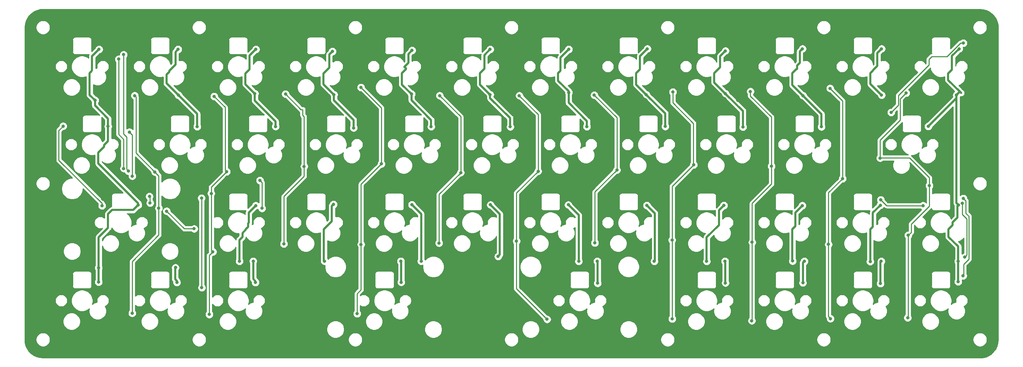
<source format=gbr>
%TF.GenerationSoftware,KiCad,Pcbnew,(5.1.10)-1*%
%TF.CreationDate,2021-09-28T22:37:18-06:00*%
%TF.ProjectId,MX43,4d583433-2e6b-4696-9361-645f70636258,rev?*%
%TF.SameCoordinates,Original*%
%TF.FileFunction,Copper,L1,Top*%
%TF.FilePolarity,Positive*%
%FSLAX46Y46*%
G04 Gerber Fmt 4.6, Leading zero omitted, Abs format (unit mm)*
G04 Created by KiCad (PCBNEW (5.1.10)-1) date 2021-09-28 22:37:18*
%MOMM*%
%LPD*%
G01*
G04 APERTURE LIST*
%TA.AperFunction,ViaPad*%
%ADD10C,0.800000*%
%TD*%
%TA.AperFunction,Conductor*%
%ADD11C,0.250000*%
%TD*%
%TA.AperFunction,Conductor*%
%ADD12C,0.500000*%
%TD*%
%TA.AperFunction,Conductor*%
%ADD13C,0.254000*%
%TD*%
%TA.AperFunction,Conductor*%
%ADD14C,0.100000*%
%TD*%
G04 APERTURE END LIST*
D10*
%TO.N,ROW1*%
X71100000Y-56800000D03*
X72263000Y-85217000D03*
%TO.N,ROW2*%
X72517000Y-75692000D03*
X73210843Y-86450010D03*
%TO.N,VCC*%
X65100000Y-55500000D03*
X84400000Y-55500000D03*
X84100000Y-112400000D03*
X103378000Y-55499000D03*
X103251000Y-112395000D03*
X122047000Y-56007000D03*
X122301000Y-93345000D03*
X141478000Y-55753000D03*
X160528000Y-55499000D03*
X160616900Y-93446600D03*
X179705000Y-55499000D03*
X198882000Y-55372000D03*
X198755000Y-93599000D03*
X217932000Y-55880000D03*
X236728000Y-55372000D03*
X256032000Y-55372000D03*
X274955000Y-55372000D03*
X217551000Y-93599000D03*
X217932000Y-112522000D03*
X274320000Y-66675000D03*
X256032000Y-66675000D03*
X236855000Y-66802000D03*
X217932000Y-66294000D03*
X198628000Y-66548000D03*
X179705000Y-66040000D03*
X160528000Y-66548000D03*
X141351000Y-66421000D03*
X122428000Y-66548000D03*
X103124000Y-66294000D03*
X84455000Y-66675000D03*
X64135000Y-67945000D03*
X67310000Y-74295000D03*
X74663300Y-93497400D03*
X65011300Y-112293400D03*
X89039700Y-74358500D03*
X108178600Y-74333100D03*
X127215900Y-74676000D03*
X146138900Y-74371200D03*
X165442900Y-74396600D03*
X184137300Y-74358500D03*
X203250800Y-74320400D03*
X222199200Y-74447400D03*
X241363500Y-74409300D03*
X267436600Y-74295000D03*
X274764500Y-93472000D03*
X274726400Y-112217200D03*
X274726400Y-107238800D03*
X65011300Y-108839000D03*
X83756500Y-108775500D03*
X102717600Y-107213400D03*
X138836400Y-112356900D03*
X138722100Y-107213400D03*
X186753500Y-112585500D03*
X186677300Y-107238800D03*
X217817700Y-107238800D03*
X236829600Y-112483900D03*
X237185200Y-107238800D03*
X255765300Y-112661700D03*
X255943100Y-107238800D03*
X255727200Y-93548200D03*
X236689900Y-93649800D03*
X213360000Y-107238800D03*
X200583800Y-107238800D03*
X179603400Y-93459300D03*
X182143400Y-107238800D03*
X141439900Y-93433900D03*
X143700500Y-107213400D03*
X120103900Y-107188000D03*
X103339900Y-93637100D03*
X99352100Y-107213400D03*
X234302300Y-107175300D03*
X253263400Y-107302300D03*
X162471100Y-106045000D03*
%TO.N,GND*%
X56700000Y-53900000D03*
X75692000Y-53848000D03*
X94869000Y-53848000D03*
X76073000Y-111125000D03*
X114046000Y-53848000D03*
X132969000Y-53975000D03*
X152019000Y-53975000D03*
X208788000Y-53848000D03*
X189865000Y-53721000D03*
X170815000Y-53848000D03*
X228092000Y-53721000D03*
X209169000Y-110998000D03*
X265938000Y-53721000D03*
X247015000Y-53975000D03*
X172847000Y-105664000D03*
X68580000Y-67945000D03*
X87630000Y-67945000D03*
X106680000Y-67945000D03*
X163830000Y-67945000D03*
X182880000Y-67945000D03*
X240030000Y-67945000D03*
X259080000Y-67945000D03*
X276860000Y-66040000D03*
X201930000Y-67945000D03*
X220980000Y-67945000D03*
X65600000Y-57500000D03*
X132842000Y-91948000D03*
X151765000Y-91821000D03*
X170688000Y-92075000D03*
X189992000Y-91948000D03*
X208788000Y-91948000D03*
X228092000Y-91948000D03*
X247142000Y-92075000D03*
X94996000Y-110998000D03*
X59055000Y-73025000D03*
X80645000Y-73025000D03*
X99695000Y-73025000D03*
X118745000Y-73025000D03*
X137795000Y-73025000D03*
X156845000Y-73025000D03*
X175895000Y-73025000D03*
X194945000Y-73025000D03*
X213995000Y-73025000D03*
X233045000Y-73025000D03*
X259080000Y-73025000D03*
X56515000Y-111125000D03*
X130175000Y-111125000D03*
X177800000Y-111125000D03*
X227965000Y-111125000D03*
X247015000Y-111125000D03*
X266065000Y-111125000D03*
X266065000Y-92075000D03*
X94615000Y-92075000D03*
X66040000Y-92075000D03*
X271056100Y-66357500D03*
X272542000Y-72517000D03*
X272542000Y-86398100D03*
X275691600Y-102920800D03*
X260800000Y-89200000D03*
X264300000Y-88700000D03*
X84800000Y-87400000D03*
X88700000Y-89800000D03*
%TO.N,Net-(U24-Pad5)*%
X88300000Y-99299998D03*
X81600000Y-95000002D03*
%TO.N,Net-(U33-Pad5)*%
X255828800Y-92227400D03*
X266141200Y-93637100D03*
%TO.N,ROW3*%
X104863900Y-94297500D03*
X104343200Y-87515700D03*
X77400000Y-91399998D03*
X77557140Y-93018870D03*
%TO.N,ROW4*%
X90170000Y-113665000D03*
X90100000Y-91800000D03*
%TO.N,COL5*%
X129000000Y-64800000D03*
X133972300Y-83464400D03*
X129032000Y-103124000D03*
X128066800Y-120027700D03*
%TO.N,COL4*%
X110600000Y-66400000D03*
X115150900Y-84074000D03*
X110197900Y-102971600D03*
%TO.N,COL3*%
X93200000Y-67000000D03*
X92875100Y-104927400D03*
X96227900Y-85369400D03*
X92475101Y-90675103D03*
X92000000Y-120200000D03*
%TO.N,COL2*%
X73800000Y-66800000D03*
X73200000Y-119900000D03*
X78740000Y-85438979D03*
X79672821Y-94273587D03*
%TO.N,COL6*%
X148200000Y-66800000D03*
X148056600Y-102793800D03*
X153352500Y-85598000D03*
%TO.N,COL12*%
X262001000Y-66167000D03*
X255676400Y-82042000D03*
X262534400Y-100888800D03*
X267690600Y-88773000D03*
X267690600Y-88773000D03*
X262407400Y-121018300D03*
%TO.N,COL11*%
X243459000Y-65024000D03*
X243078000Y-103111300D03*
X246507000Y-87070090D03*
X243535200Y-121234200D03*
%TO.N,COL10*%
X224028000Y-65786000D03*
X229171500Y-84035900D03*
X224447100Y-102590600D03*
X224358200Y-121754900D03*
%TO.N,COL9*%
X205105000Y-65913000D03*
X210172300Y-83680300D03*
X204914500Y-102044500D03*
X204927200Y-121285000D03*
%TO.N,COL8*%
X185928000Y-66675000D03*
X186080400Y-102755700D03*
X191452498Y-84950300D03*
%TO.N,COL7*%
X167640000Y-66802000D03*
X166954200Y-102298500D03*
X174421800Y-121399300D03*
X172224700Y-85267800D03*
%TO.N,RGBOut*%
X275971000Y-91884500D03*
X275920200Y-110769400D03*
%TO.N,RGBData1*%
X69900000Y-57900000D03*
X71120000Y-84582000D03*
%TO.N,RGBDataR2*%
X275971000Y-53974996D03*
X258368800Y-70883310D03*
%TO.N,RGBDataR3*%
X56337200Y-74256900D03*
X65824100Y-93662500D03*
%TO.N,RGBDataR4*%
X276301200Y-106235500D03*
X275753990Y-93078300D03*
%TD*%
D11*
%TO.N,ROW1*%
X71250383Y-56950383D02*
X71100000Y-56800000D01*
X71100000Y-56800000D02*
X71100000Y-76180000D01*
X71100000Y-76180000D02*
X71863001Y-76943001D01*
X71863001Y-76943001D02*
X71863001Y-84817001D01*
X71863001Y-84817001D02*
X72263000Y-85217000D01*
%TO.N,ROW2*%
X73210843Y-76385843D02*
X73210843Y-86450010D01*
X72517000Y-75692000D02*
X73210843Y-76385843D01*
D12*
%TO.N,VCC*%
X63100000Y-61000000D02*
X63100000Y-61013998D01*
X63410001Y-60689999D02*
X63100000Y-61000000D01*
X63100000Y-61013998D02*
X62819999Y-61293999D01*
X63410001Y-57189999D02*
X63410001Y-60689999D01*
X65100000Y-55500000D02*
X63410001Y-57189999D01*
X217932000Y-55880000D02*
X216662000Y-57150000D01*
X216662000Y-57150000D02*
X216662000Y-59851998D01*
X216662000Y-59851998D02*
X216233999Y-60279999D01*
X215219999Y-61293999D02*
X215219999Y-63581999D01*
X216233999Y-60279999D02*
X215219999Y-61293999D01*
X215219999Y-63581999D02*
X217932000Y-66294000D01*
X236728000Y-55372000D02*
X236093000Y-56007000D01*
X236093000Y-58801000D02*
X235458000Y-59436000D01*
X236093000Y-56007000D02*
X236093000Y-58801000D01*
X235458000Y-60279999D02*
X235283999Y-60279999D01*
X235458000Y-59436000D02*
X235458000Y-60279999D01*
X234269999Y-61293999D02*
X234269999Y-64216999D01*
X235283999Y-60279999D02*
X234269999Y-61293999D01*
X234269999Y-64216999D02*
X236855000Y-66802000D01*
X256032000Y-55372000D02*
X255016000Y-56388000D01*
X255016000Y-56388000D02*
X255016000Y-59563000D01*
X255016000Y-59563000D02*
X254000000Y-60579000D01*
X254000000Y-60613998D02*
X253319999Y-61293999D01*
X254000000Y-60579000D02*
X254000000Y-60613998D01*
X253319999Y-61293999D02*
X253319999Y-63962999D01*
X253319999Y-63962999D02*
X256032000Y-66675000D01*
X275145500Y-65849500D02*
X275463000Y-66167000D01*
X275145500Y-65849500D02*
X274320000Y-66675000D01*
X196169999Y-61293999D02*
X196169999Y-64089999D01*
X196169999Y-64089999D02*
X198628000Y-66548000D01*
X197104000Y-60359998D02*
X196169999Y-61293999D01*
X197104000Y-57150000D02*
X197104000Y-60359998D01*
X198882000Y-55372000D02*
X197104000Y-57150000D01*
X177119999Y-63166001D02*
X179705000Y-65751002D01*
X177710001Y-60703997D02*
X177119999Y-61293999D01*
X177119999Y-61293999D02*
X177119999Y-63166001D01*
X177710001Y-57493999D02*
X177710001Y-60703997D01*
X179705000Y-55499000D02*
X177710001Y-57493999D01*
X158069999Y-64089999D02*
X160528000Y-66548000D01*
X158069999Y-61293999D02*
X158069999Y-64089999D01*
X159131000Y-60232998D02*
X158069999Y-61293999D01*
X159131000Y-56896000D02*
X159131000Y-60232998D01*
X160528000Y-55499000D02*
X159131000Y-56896000D01*
X179705000Y-65751002D02*
X179705000Y-66040000D01*
X139019999Y-64089999D02*
X141351000Y-66421000D01*
X140033999Y-60279999D02*
X139019999Y-61293999D01*
X140033999Y-60150999D02*
X140033999Y-60279999D01*
X139662999Y-59779999D02*
X140033999Y-60150999D01*
X139610001Y-59779999D02*
X139662999Y-59779999D01*
X140589000Y-56642000D02*
X140589000Y-58801000D01*
X139019999Y-61293999D02*
X139019999Y-64089999D01*
X140589000Y-58801000D02*
X139610001Y-59779999D01*
X141478000Y-55753000D02*
X140589000Y-56642000D01*
X119888000Y-61375998D02*
X119888000Y-64008000D01*
X121285000Y-59978998D02*
X119888000Y-61375998D01*
X121285000Y-56769000D02*
X121285000Y-59978998D01*
X119888000Y-64008000D02*
X122428000Y-66548000D01*
X122047000Y-56007000D02*
X121285000Y-56769000D01*
X81600000Y-63820000D02*
X84455000Y-66675000D01*
X82300000Y-61000000D02*
X81600000Y-61700000D01*
X82300000Y-60700000D02*
X82300000Y-61000000D01*
X81600000Y-61700000D02*
X81600000Y-63820000D01*
X83764999Y-59235001D02*
X82300000Y-60700000D01*
X83764999Y-56135001D02*
X83764999Y-59235001D01*
X84400000Y-55500000D02*
X83764999Y-56135001D01*
X100838000Y-64008000D02*
X103124000Y-66294000D01*
X100838000Y-61375998D02*
X100838000Y-64008000D01*
X101854000Y-60359998D02*
X100838000Y-61375998D01*
X101854000Y-57023000D02*
X101854000Y-60359998D01*
X103378000Y-55499000D02*
X101854000Y-57023000D01*
X272288000Y-62992000D02*
X275145500Y-65849500D01*
X272288000Y-61375998D02*
X272288000Y-62992000D01*
X273200000Y-60463998D02*
X272288000Y-61375998D01*
X273200000Y-57127000D02*
X273200000Y-60463998D01*
X274955000Y-55372000D02*
X273200000Y-57127000D01*
X62819999Y-66629999D02*
X64135000Y-67945000D01*
X62819999Y-61293999D02*
X62819999Y-66629999D01*
X64135000Y-67945000D02*
X64135000Y-69215000D01*
X67310000Y-72390000D02*
X67310000Y-74295000D01*
X64135000Y-69215000D02*
X67310000Y-72390000D01*
X67310000Y-77888001D02*
X66363301Y-78834700D01*
X66363301Y-78834700D02*
X66363301Y-78834701D01*
X67310000Y-74295000D02*
X67310000Y-77888001D01*
X64947800Y-83331035D02*
X74663300Y-93046535D01*
X64947800Y-80694701D02*
X64947800Y-83331035D01*
X74663300Y-93046535D02*
X74663300Y-93497400D01*
X66363301Y-79279200D02*
X64947800Y-80694701D01*
X66363301Y-78834700D02*
X66363301Y-79279200D01*
X89039700Y-71259700D02*
X89039700Y-74358500D01*
X84455000Y-66675000D02*
X89039700Y-71259700D01*
X103124000Y-66294000D02*
X103124000Y-68059300D01*
X108178600Y-73113900D02*
X108178600Y-74333100D01*
X103124000Y-68059300D02*
X108178600Y-73113900D01*
X122428000Y-66548000D02*
X122428000Y-67932300D01*
X127215900Y-72720200D02*
X127215900Y-74676000D01*
X122428000Y-67932300D02*
X127215900Y-72720200D01*
X141351000Y-66421000D02*
X141351000Y-67932300D01*
X146138900Y-72720200D02*
X146138900Y-74371200D01*
X141351000Y-67932300D02*
X146138900Y-72720200D01*
X160528000Y-66548000D02*
X160528000Y-67411600D01*
X160528000Y-67411600D02*
X165404800Y-72288400D01*
X165404800Y-74358500D02*
X165442900Y-74396600D01*
X165404800Y-72288400D02*
X165404800Y-74358500D01*
X179705000Y-66040000D02*
X179705000Y-68541900D01*
X184137300Y-72974200D02*
X184137300Y-74358500D01*
X179705000Y-68541900D02*
X184137300Y-72974200D01*
X203250800Y-71170800D02*
X203250800Y-74320400D01*
X198628000Y-66548000D02*
X203250800Y-71170800D01*
X222199200Y-70561200D02*
X222199200Y-74447400D01*
X217932000Y-66294000D02*
X222199200Y-70561200D01*
X241363500Y-71310500D02*
X241363500Y-74409300D01*
X236855000Y-66802000D02*
X241363500Y-71310500D01*
X274320000Y-67411600D02*
X267436600Y-74295000D01*
X274320000Y-66675000D02*
X274320000Y-67411600D01*
X274320000Y-93027500D02*
X274764500Y-93472000D01*
X274320000Y-66675000D02*
X274320000Y-93027500D01*
X274726400Y-107238800D02*
X274726400Y-112217200D01*
X65011300Y-108839000D02*
X65011300Y-112293400D01*
X84100000Y-112008235D02*
X84100000Y-112400000D01*
X83680300Y-111588535D02*
X84100000Y-112008235D01*
X83680300Y-108762800D02*
X83680300Y-111588535D01*
X103251000Y-112109235D02*
X103251000Y-112395000D01*
X102717600Y-111575835D02*
X103251000Y-112109235D01*
X102717600Y-107213400D02*
X102717600Y-111575835D01*
X138836400Y-107327700D02*
X138722100Y-107213400D01*
X138836400Y-112356900D02*
X138836400Y-107327700D01*
X186753500Y-107315000D02*
X186677300Y-107238800D01*
X186753500Y-112585500D02*
X186753500Y-107315000D01*
X217932000Y-107353100D02*
X217817700Y-107238800D01*
X217932000Y-112522000D02*
X217932000Y-107353100D01*
X236829600Y-107594400D02*
X237185200Y-107238800D01*
X236829600Y-112483900D02*
X236829600Y-107594400D01*
X255765300Y-107416600D02*
X255943100Y-107238800D01*
X255765300Y-112661700D02*
X255765300Y-107416600D01*
X217551000Y-93599000D02*
X216344500Y-94805500D01*
X213360000Y-101364499D02*
X213360000Y-107238800D01*
X216344500Y-94805500D02*
X216344500Y-98379999D01*
X216344500Y-98379999D02*
X213360000Y-101364499D01*
X200715001Y-107107599D02*
X200583800Y-107238800D01*
X200715001Y-95559001D02*
X200715001Y-107107599D01*
X198755000Y-93599000D02*
X200715001Y-95559001D01*
X182143400Y-95999300D02*
X182143400Y-107238800D01*
X179603400Y-93459300D02*
X182143400Y-95999300D01*
X143700500Y-95694500D02*
X143700500Y-107213400D01*
X141439900Y-93433900D02*
X143700500Y-95694500D01*
X121901001Y-97462997D02*
X119969999Y-99393999D01*
X122301000Y-93345000D02*
X121901001Y-93744999D01*
X121901001Y-93744999D02*
X121901001Y-97462997D01*
X119969999Y-99393999D02*
X119969999Y-107054099D01*
X119969999Y-107054099D02*
X120103900Y-107188000D01*
X100088700Y-101282500D02*
X99352100Y-102019100D01*
X100088700Y-100387302D02*
X100088700Y-101282500D01*
X100919999Y-99393999D02*
X100919999Y-99556003D01*
X101510001Y-98803997D02*
X100919999Y-99393999D01*
X100919999Y-99556003D02*
X100088700Y-100387302D01*
X101510001Y-97956199D02*
X101510001Y-98803997D01*
X99352100Y-102019100D02*
X99352100Y-107213400D01*
X101637001Y-97829199D02*
X101510001Y-97956199D01*
X101637001Y-95339999D02*
X101637001Y-97829199D01*
X103339900Y-93637100D02*
X101637001Y-95339999D01*
X234999701Y-95339999D02*
X234999701Y-98664297D01*
X234264200Y-99399798D02*
X234264200Y-107137200D01*
X234999701Y-98664297D02*
X234264200Y-99399798D01*
X236689900Y-93649800D02*
X234999701Y-95339999D01*
X234264200Y-107137200D02*
X234302300Y-107175300D01*
X253910001Y-95365399D02*
X253910001Y-98803997D01*
X255727200Y-93548200D02*
X253910001Y-95365399D01*
X253910001Y-98803997D02*
X253263400Y-99450598D01*
X253263400Y-99450598D02*
X253263400Y-107302300D01*
X274726400Y-103622402D02*
X274726400Y-107238800D01*
X272369999Y-101266001D02*
X274726400Y-103622402D01*
X273383999Y-98379999D02*
X272369999Y-99393999D01*
X273383999Y-97710001D02*
X273383999Y-98379999D01*
X272369999Y-99393999D02*
X272369999Y-101266001D01*
X274574000Y-96520000D02*
X273383999Y-97710001D01*
X274574000Y-93662500D02*
X274574000Y-96520000D01*
X274764500Y-93472000D02*
X274574000Y-93662500D01*
X65011300Y-101358700D02*
X65011300Y-108839000D01*
X67310000Y-99060000D02*
X65011300Y-101358700D01*
X67310000Y-95707200D02*
X67310000Y-99060000D01*
X68302190Y-94715010D02*
X67310000Y-95707200D01*
X73445690Y-94715010D02*
X68302190Y-94715010D01*
X74663300Y-93497400D02*
X73445690Y-94715010D01*
X160616900Y-93446600D02*
X162871099Y-95700799D01*
X162871099Y-95700799D02*
X162871099Y-105645001D01*
X162871099Y-105645001D02*
X162471100Y-106045000D01*
D11*
%TO.N,Net-(U24-Pad5)*%
X85899996Y-99299998D02*
X81600000Y-95000002D01*
X88300000Y-99299998D02*
X85899996Y-99299998D01*
%TO.N,Net-(U33-Pad5)*%
X257238500Y-93637100D02*
X266141200Y-93637100D01*
X255828800Y-92227400D02*
X257238500Y-93637100D01*
%TO.N,ROW3*%
X104863900Y-88036400D02*
X104343200Y-87515700D01*
X104863900Y-94297500D02*
X104863900Y-88036400D01*
X77557140Y-93018870D02*
X77557140Y-91557138D01*
X77557140Y-91557138D02*
X77400000Y-91399998D01*
%TO.N,ROW4*%
X90170000Y-113665000D02*
X90170000Y-91870000D01*
X90170000Y-91870000D02*
X90100000Y-91800000D01*
%TO.N,COL5*%
X129000000Y-64800000D02*
X129400000Y-65200000D01*
X133972300Y-69772300D02*
X133972300Y-83464400D01*
X129000000Y-64800000D02*
X133972300Y-69772300D01*
X129032000Y-88404700D02*
X133972300Y-83464400D01*
X129032000Y-103124000D02*
X129032000Y-88404700D01*
X128066800Y-115138200D02*
X128066800Y-120027700D01*
X129032000Y-114173000D02*
X128066800Y-115138200D01*
X129032000Y-103124000D02*
X129032000Y-114173000D01*
%TO.N,COL4*%
X114795300Y-70192900D02*
X114795300Y-71595300D01*
X115150900Y-71950900D02*
X115150900Y-84074000D01*
X114795300Y-71595300D02*
X115150900Y-71950900D01*
X114392900Y-70192900D02*
X114795300Y-70192900D01*
X110600000Y-66400000D02*
X114392900Y-70192900D01*
X115150900Y-84074000D02*
X115150900Y-86474300D01*
X110197900Y-91427300D02*
X110197900Y-102971600D01*
X115150900Y-86474300D02*
X110197900Y-91427300D01*
%TO.N,COL3*%
X95859600Y-69659600D02*
X95859600Y-85001100D01*
X95859600Y-85001100D02*
X96227900Y-85369400D01*
X93200000Y-67000000D02*
X95859600Y-69659600D01*
X95827901Y-85769399D02*
X96227900Y-85369400D01*
X92475101Y-89122199D02*
X95827901Y-85769399D01*
X92475101Y-104527401D02*
X92475101Y-89122199D01*
X92875100Y-104927400D02*
X92475101Y-104527401D01*
X92875100Y-104927400D02*
X92000000Y-105802500D01*
X92000000Y-105802500D02*
X92000000Y-120200000D01*
%TO.N,COL2*%
X73300000Y-119800000D02*
X73200000Y-119900000D01*
X74110016Y-80808995D02*
X78740000Y-85438979D01*
X74110016Y-67110016D02*
X74110016Y-80808995D01*
X73800000Y-66800000D02*
X74110016Y-67110016D01*
X79672821Y-86371800D02*
X79672821Y-94273587D01*
X78740000Y-85438979D02*
X79672821Y-86371800D01*
X79672821Y-100794179D02*
X79672821Y-94273587D01*
X73200000Y-107267000D02*
X79672821Y-100794179D01*
X73200000Y-119900000D02*
X73200000Y-107267000D01*
%TO.N,COL6*%
X148200000Y-66800000D02*
X153352500Y-71952500D01*
X153352500Y-71952500D02*
X153352500Y-85598000D01*
X148056600Y-102793800D02*
X148056600Y-90893900D01*
X148056600Y-90893900D02*
X153352500Y-85598000D01*
%TO.N,COL12*%
X260591300Y-67576700D02*
X262001000Y-66167000D01*
X260591300Y-72745600D02*
X260591300Y-67576700D01*
X255676400Y-77660500D02*
X260591300Y-72745600D01*
X255676400Y-82042000D02*
X255676400Y-77660500D01*
X262534400Y-100888800D02*
X263271000Y-100152200D01*
X263271000Y-98172998D02*
X266498798Y-94945200D01*
X263271000Y-100152200D02*
X263271000Y-98172998D01*
X267690600Y-93753398D02*
X267690600Y-88773000D01*
X266498798Y-94945200D02*
X267690600Y-93753398D01*
X267690600Y-88773000D02*
X267690600Y-86855300D01*
X255723401Y-81994999D02*
X255676400Y-82042000D01*
X262830299Y-81994999D02*
X255723401Y-81994999D01*
X267690600Y-86855300D02*
X262830299Y-81994999D01*
X262534400Y-120891300D02*
X262407400Y-121018300D01*
X262534400Y-100888800D02*
X262534400Y-120891300D01*
%TO.N,COL11*%
X243078000Y-103111300D02*
X243078000Y-90499090D01*
X243078000Y-90499090D02*
X246507000Y-87070090D01*
X243459000Y-65024000D02*
X246507000Y-68072000D01*
X246507000Y-68072000D02*
X246507000Y-87070090D01*
X243078000Y-103111300D02*
X243078000Y-120713500D01*
X243535200Y-121170700D02*
X243535200Y-121234200D01*
X243078000Y-120713500D02*
X243535200Y-121170700D01*
%TO.N,COL10*%
X224028000Y-65786000D02*
X224028000Y-66890900D01*
X229171500Y-72034400D02*
X229171500Y-84035900D01*
X224028000Y-66890900D02*
X229171500Y-72034400D01*
X229171500Y-84035900D02*
X229171500Y-88379300D01*
X224447100Y-93103700D02*
X224447100Y-102590600D01*
X229171500Y-88379300D02*
X224447100Y-93103700D01*
X224447100Y-102590600D02*
X224447100Y-121551700D01*
X224358200Y-121640600D02*
X224358200Y-121754900D01*
X224447100Y-121551700D02*
X224358200Y-121640600D01*
%TO.N,COL9*%
X205105000Y-65913000D02*
X205105000Y-68541900D01*
X205105000Y-68541900D02*
X210134200Y-73571100D01*
X210134200Y-83642200D02*
X210172300Y-83680300D01*
X210134200Y-73571100D02*
X210134200Y-83642200D01*
X204914500Y-88938100D02*
X204914500Y-102044500D01*
X210172300Y-83680300D02*
X204914500Y-88938100D01*
X204914500Y-121272300D02*
X204927200Y-121285000D01*
X204914500Y-102044500D02*
X204914500Y-121272300D01*
%TO.N,COL8*%
X191452498Y-72199498D02*
X191452498Y-84950300D01*
X185928000Y-66675000D02*
X191452498Y-72199498D01*
X186080400Y-102755700D02*
X186080400Y-90322398D01*
X186080400Y-90322398D02*
X191452498Y-84950300D01*
%TO.N,COL7*%
X167767000Y-66929000D02*
X167640000Y-66802000D01*
X166954200Y-113931700D02*
X174421800Y-121399300D01*
X166954200Y-102298500D02*
X166954200Y-113931700D01*
X167640000Y-66802000D02*
X172224700Y-71386700D01*
X166954200Y-102298500D02*
X166954200Y-90538300D01*
X172224700Y-71386700D02*
X172224700Y-85267800D01*
X166954200Y-90538300D02*
X172224700Y-85267800D01*
%TO.N,RGBOut*%
X276098000Y-110591600D02*
X275920200Y-110769400D01*
X276098000Y-107950000D02*
X276098000Y-110591600D01*
X277310011Y-106737989D02*
X276098000Y-107950000D01*
X277310011Y-96208011D02*
X277310011Y-106737989D01*
X276606000Y-92519500D02*
X276606000Y-95504000D01*
X276606000Y-95504000D02*
X277310011Y-96208011D01*
X275971000Y-91884500D02*
X276606000Y-92519500D01*
%TO.N,RGBData1*%
X71120000Y-77470000D02*
X71120000Y-84582000D01*
X69900000Y-76250000D02*
X71120000Y-77470000D01*
X69900000Y-57900000D02*
X69900000Y-76250000D01*
%TO.N,RGBDataR2*%
X260141289Y-66754713D02*
X260141289Y-69110821D01*
X275971000Y-53974996D02*
X275279002Y-53974996D01*
X275279002Y-53974996D02*
X271995997Y-57258001D01*
X271995997Y-57258001D02*
X268242999Y-57258001D01*
X268242999Y-57258001D02*
X267589000Y-57912000D01*
X267589000Y-57912000D02*
X267589000Y-59307002D01*
X267589000Y-59307002D02*
X260141289Y-66754713D01*
X260141289Y-69110821D02*
X258368800Y-70883310D01*
%TO.N,RGBDataR3*%
X65824100Y-93078300D02*
X65824100Y-93662500D01*
X55295800Y-82550000D02*
X65824100Y-93078300D01*
X55295800Y-75298300D02*
X55295800Y-82550000D01*
X56337200Y-74256900D02*
X55295800Y-75298300D01*
%TO.N,RGBDataR4*%
X275753990Y-95794990D02*
X275753990Y-93078300D01*
X276860000Y-96901000D02*
X275753990Y-95794990D01*
X276860000Y-105676700D02*
X276860000Y-96901000D01*
X276301200Y-106235500D02*
X276860000Y-105676700D01*
%TD*%
D13*
%TO.N,GND*%
X280817249Y-45817437D02*
X281574774Y-46024672D01*
X282283625Y-46362777D01*
X282921404Y-46821067D01*
X283467946Y-47385055D01*
X283905977Y-48036913D01*
X284221651Y-48756038D01*
X284406206Y-49524768D01*
X284455001Y-50189221D01*
X284455000Y-126335608D01*
X284382563Y-127147249D01*
X284175328Y-127904774D01*
X283837221Y-128613627D01*
X283378928Y-129251410D01*
X282814945Y-129797946D01*
X282163085Y-130235978D01*
X281443963Y-130551651D01*
X280675232Y-130736206D01*
X280010792Y-130785000D01*
X51464392Y-130785000D01*
X50652751Y-130712563D01*
X49895226Y-130505328D01*
X49186373Y-130167221D01*
X48548590Y-129708928D01*
X48002054Y-129144945D01*
X47564022Y-128493085D01*
X47248349Y-127773963D01*
X47063794Y-127005232D01*
X47015000Y-126340792D01*
X47015000Y-126194117D01*
X49700000Y-126194117D01*
X49700000Y-126535883D01*
X49766675Y-126871081D01*
X49897463Y-127186831D01*
X50087337Y-127470998D01*
X50329002Y-127712663D01*
X50613169Y-127902537D01*
X50928919Y-128033325D01*
X51264117Y-128100000D01*
X51605883Y-128100000D01*
X51941081Y-128033325D01*
X52256831Y-127902537D01*
X52540998Y-127712663D01*
X52782663Y-127470998D01*
X52972537Y-127186831D01*
X53103325Y-126871081D01*
X53170000Y-126535883D01*
X53170000Y-126194117D01*
X87800000Y-126194117D01*
X87800000Y-126535883D01*
X87866675Y-126871081D01*
X87997463Y-127186831D01*
X88187337Y-127470998D01*
X88429002Y-127712663D01*
X88713169Y-127902537D01*
X89028919Y-128033325D01*
X89364117Y-128100000D01*
X89705883Y-128100000D01*
X90041081Y-128033325D01*
X90356831Y-127902537D01*
X90640998Y-127712663D01*
X90882663Y-127470998D01*
X91072537Y-127186831D01*
X91203325Y-126871081D01*
X91270000Y-126535883D01*
X91270000Y-126194117D01*
X125900000Y-126194117D01*
X125900000Y-126535883D01*
X125966675Y-126871081D01*
X126097463Y-127186831D01*
X126287337Y-127470998D01*
X126529002Y-127712663D01*
X126813169Y-127902537D01*
X127128919Y-128033325D01*
X127464117Y-128100000D01*
X127805883Y-128100000D01*
X128141081Y-128033325D01*
X128456831Y-127902537D01*
X128740998Y-127712663D01*
X128982663Y-127470998D01*
X129172537Y-127186831D01*
X129303325Y-126871081D01*
X129370000Y-126535883D01*
X129370000Y-126194117D01*
X164000000Y-126194117D01*
X164000000Y-126535883D01*
X164066675Y-126871081D01*
X164197463Y-127186831D01*
X164387337Y-127470998D01*
X164629002Y-127712663D01*
X164913169Y-127902537D01*
X165228919Y-128033325D01*
X165564117Y-128100000D01*
X165905883Y-128100000D01*
X166241081Y-128033325D01*
X166556831Y-127902537D01*
X166840998Y-127712663D01*
X167082663Y-127470998D01*
X167272537Y-127186831D01*
X167403325Y-126871081D01*
X167470000Y-126535883D01*
X167470000Y-126194117D01*
X202100000Y-126194117D01*
X202100000Y-126535883D01*
X202166675Y-126871081D01*
X202297463Y-127186831D01*
X202487337Y-127470998D01*
X202729002Y-127712663D01*
X203013169Y-127902537D01*
X203328919Y-128033325D01*
X203664117Y-128100000D01*
X204005883Y-128100000D01*
X204341081Y-128033325D01*
X204656831Y-127902537D01*
X204940998Y-127712663D01*
X205182663Y-127470998D01*
X205372537Y-127186831D01*
X205503325Y-126871081D01*
X205570000Y-126535883D01*
X205570000Y-126194117D01*
X240200000Y-126194117D01*
X240200000Y-126535883D01*
X240266675Y-126871081D01*
X240397463Y-127186831D01*
X240587337Y-127470998D01*
X240829002Y-127712663D01*
X241113169Y-127902537D01*
X241428919Y-128033325D01*
X241764117Y-128100000D01*
X242105883Y-128100000D01*
X242441081Y-128033325D01*
X242756831Y-127902537D01*
X243040998Y-127712663D01*
X243282663Y-127470998D01*
X243472537Y-127186831D01*
X243603325Y-126871081D01*
X243670000Y-126535883D01*
X243670000Y-126194117D01*
X278300000Y-126194117D01*
X278300000Y-126535883D01*
X278366675Y-126871081D01*
X278497463Y-127186831D01*
X278687337Y-127470998D01*
X278929002Y-127712663D01*
X279213169Y-127902537D01*
X279528919Y-128033325D01*
X279864117Y-128100000D01*
X280205883Y-128100000D01*
X280541081Y-128033325D01*
X280856831Y-127902537D01*
X281140998Y-127712663D01*
X281382663Y-127470998D01*
X281572537Y-127186831D01*
X281703325Y-126871081D01*
X281770000Y-126535883D01*
X281770000Y-126194117D01*
X281703325Y-125858919D01*
X281572537Y-125543169D01*
X281382663Y-125259002D01*
X281140998Y-125017337D01*
X280856831Y-124827463D01*
X280541081Y-124696675D01*
X280205883Y-124630000D01*
X279864117Y-124630000D01*
X279528919Y-124696675D01*
X279213169Y-124827463D01*
X278929002Y-125017337D01*
X278687337Y-125259002D01*
X278497463Y-125543169D01*
X278366675Y-125858919D01*
X278300000Y-126194117D01*
X243670000Y-126194117D01*
X243603325Y-125858919D01*
X243472537Y-125543169D01*
X243282663Y-125259002D01*
X243040998Y-125017337D01*
X242756831Y-124827463D01*
X242441081Y-124696675D01*
X242105883Y-124630000D01*
X241764117Y-124630000D01*
X241428919Y-124696675D01*
X241113169Y-124827463D01*
X240829002Y-125017337D01*
X240587337Y-125259002D01*
X240397463Y-125543169D01*
X240266675Y-125858919D01*
X240200000Y-126194117D01*
X205570000Y-126194117D01*
X205503325Y-125858919D01*
X205372537Y-125543169D01*
X205182663Y-125259002D01*
X204940998Y-125017337D01*
X204656831Y-124827463D01*
X204341081Y-124696675D01*
X204005883Y-124630000D01*
X203664117Y-124630000D01*
X203328919Y-124696675D01*
X203013169Y-124827463D01*
X202729002Y-125017337D01*
X202487337Y-125259002D01*
X202297463Y-125543169D01*
X202166675Y-125858919D01*
X202100000Y-126194117D01*
X167470000Y-126194117D01*
X167403325Y-125858919D01*
X167272537Y-125543169D01*
X167082663Y-125259002D01*
X166840998Y-125017337D01*
X166556831Y-124827463D01*
X166241081Y-124696675D01*
X165905883Y-124630000D01*
X165564117Y-124630000D01*
X165228919Y-124696675D01*
X164913169Y-124827463D01*
X164629002Y-125017337D01*
X164387337Y-125259002D01*
X164197463Y-125543169D01*
X164066675Y-125858919D01*
X164000000Y-126194117D01*
X129370000Y-126194117D01*
X129303325Y-125858919D01*
X129172537Y-125543169D01*
X128982663Y-125259002D01*
X128740998Y-125017337D01*
X128456831Y-124827463D01*
X128141081Y-124696675D01*
X127805883Y-124630000D01*
X127464117Y-124630000D01*
X127128919Y-124696675D01*
X126813169Y-124827463D01*
X126529002Y-125017337D01*
X126287337Y-125259002D01*
X126097463Y-125543169D01*
X125966675Y-125858919D01*
X125900000Y-126194117D01*
X91270000Y-126194117D01*
X91203325Y-125858919D01*
X91072537Y-125543169D01*
X90882663Y-125259002D01*
X90640998Y-125017337D01*
X90356831Y-124827463D01*
X90041081Y-124696675D01*
X89705883Y-124630000D01*
X89364117Y-124630000D01*
X89028919Y-124696675D01*
X88713169Y-124827463D01*
X88429002Y-125017337D01*
X88187337Y-125259002D01*
X87997463Y-125543169D01*
X87866675Y-125858919D01*
X87800000Y-126194117D01*
X53170000Y-126194117D01*
X53103325Y-125858919D01*
X52972537Y-125543169D01*
X52782663Y-125259002D01*
X52540998Y-125017337D01*
X52256831Y-124827463D01*
X51941081Y-124696675D01*
X51605883Y-124630000D01*
X51264117Y-124630000D01*
X50928919Y-124696675D01*
X50613169Y-124827463D01*
X50329002Y-125017337D01*
X50087337Y-125259002D01*
X49897463Y-125543169D01*
X49766675Y-125858919D01*
X49700000Y-126194117D01*
X47015000Y-126194117D01*
X47015000Y-121709721D01*
X56285000Y-121709721D01*
X56285000Y-122130279D01*
X56367047Y-122542756D01*
X56527988Y-122931302D01*
X56761637Y-123280983D01*
X57059017Y-123578363D01*
X57408698Y-123812012D01*
X57797244Y-123972953D01*
X58209721Y-124055000D01*
X58630279Y-124055000D01*
X59042756Y-123972953D01*
X59431302Y-123812012D01*
X59780983Y-123578363D01*
X60078363Y-123280983D01*
X60312012Y-122931302D01*
X60472953Y-122542756D01*
X60555000Y-122130279D01*
X60555000Y-121709721D01*
X75335000Y-121709721D01*
X75335000Y-122130279D01*
X75417047Y-122542756D01*
X75577988Y-122931302D01*
X75811637Y-123280983D01*
X76109017Y-123578363D01*
X76458698Y-123812012D01*
X76847244Y-123972953D01*
X77259721Y-124055000D01*
X77680279Y-124055000D01*
X78092756Y-123972953D01*
X78481302Y-123812012D01*
X78830983Y-123578363D01*
X79128363Y-123280983D01*
X79362012Y-122931302D01*
X79522953Y-122542756D01*
X79605000Y-122130279D01*
X79605000Y-121709721D01*
X94385000Y-121709721D01*
X94385000Y-122130279D01*
X94467047Y-122542756D01*
X94627988Y-122931302D01*
X94861637Y-123280983D01*
X95159017Y-123578363D01*
X95508698Y-123812012D01*
X95897244Y-123972953D01*
X96309721Y-124055000D01*
X96730279Y-124055000D01*
X97142756Y-123972953D01*
X97531302Y-123812012D01*
X97807804Y-123627259D01*
X120649000Y-123627259D01*
X120649000Y-124052741D01*
X120732008Y-124470049D01*
X120894833Y-124863144D01*
X121131219Y-125216920D01*
X121432080Y-125517781D01*
X121785856Y-125754167D01*
X122178951Y-125916992D01*
X122596259Y-126000000D01*
X123021741Y-126000000D01*
X123439049Y-125916992D01*
X123832144Y-125754167D01*
X124185920Y-125517781D01*
X124486781Y-125216920D01*
X124723167Y-124863144D01*
X124885992Y-124470049D01*
X124969000Y-124052741D01*
X124969000Y-123627259D01*
X124885992Y-123209951D01*
X124723167Y-122816856D01*
X124486781Y-122463080D01*
X124185920Y-122162219D01*
X123832144Y-121925833D01*
X123439049Y-121763008D01*
X123171159Y-121709721D01*
X130072000Y-121709721D01*
X130072000Y-122130279D01*
X130154047Y-122542756D01*
X130314988Y-122931302D01*
X130548637Y-123280983D01*
X130846017Y-123578363D01*
X131195698Y-123812012D01*
X131584244Y-123972953D01*
X131996721Y-124055000D01*
X132417279Y-124055000D01*
X132829756Y-123972953D01*
X133218302Y-123812012D01*
X133494804Y-123627259D01*
X144525000Y-123627259D01*
X144525000Y-124052741D01*
X144608008Y-124470049D01*
X144770833Y-124863144D01*
X145007219Y-125216920D01*
X145308080Y-125517781D01*
X145661856Y-125754167D01*
X146054951Y-125916992D01*
X146472259Y-126000000D01*
X146897741Y-126000000D01*
X147315049Y-125916992D01*
X147708144Y-125754167D01*
X148061920Y-125517781D01*
X148362781Y-125216920D01*
X148599167Y-124863144D01*
X148761992Y-124470049D01*
X148845000Y-124052741D01*
X148845000Y-123627259D01*
X168274000Y-123627259D01*
X168274000Y-124052741D01*
X168357008Y-124470049D01*
X168519833Y-124863144D01*
X168756219Y-125216920D01*
X169057080Y-125517781D01*
X169410856Y-125754167D01*
X169803951Y-125916992D01*
X170221259Y-126000000D01*
X170646741Y-126000000D01*
X171064049Y-125916992D01*
X171457144Y-125754167D01*
X171810920Y-125517781D01*
X172111781Y-125216920D01*
X172348167Y-124863144D01*
X172510992Y-124470049D01*
X172594000Y-124052741D01*
X172594000Y-123627259D01*
X172510992Y-123209951D01*
X172348167Y-122816856D01*
X172111781Y-122463080D01*
X171810920Y-122162219D01*
X171457144Y-121925833D01*
X171064049Y-121763008D01*
X170646741Y-121680000D01*
X170221259Y-121680000D01*
X169803951Y-121763008D01*
X169410856Y-121925833D01*
X169057080Y-122162219D01*
X168756219Y-122463080D01*
X168519833Y-122816856D01*
X168357008Y-123209951D01*
X168274000Y-123627259D01*
X148845000Y-123627259D01*
X148761992Y-123209951D01*
X148599167Y-122816856D01*
X148362781Y-122463080D01*
X148061920Y-122162219D01*
X147708144Y-121925833D01*
X147315049Y-121763008D01*
X146897741Y-121680000D01*
X146472259Y-121680000D01*
X146054951Y-121763008D01*
X145661856Y-121925833D01*
X145308080Y-122162219D01*
X145007219Y-122463080D01*
X144770833Y-122816856D01*
X144608008Y-123209951D01*
X144525000Y-123627259D01*
X133494804Y-123627259D01*
X133567983Y-123578363D01*
X133865363Y-123280983D01*
X134099012Y-122931302D01*
X134259953Y-122542756D01*
X134342000Y-122130279D01*
X134342000Y-121709721D01*
X134259953Y-121297244D01*
X134099012Y-120908698D01*
X133865363Y-120559017D01*
X133567983Y-120261637D01*
X133218302Y-120027988D01*
X132829756Y-119867047D01*
X132417279Y-119785000D01*
X131996721Y-119785000D01*
X131584244Y-119867047D01*
X131195698Y-120027988D01*
X130846017Y-120261637D01*
X130548637Y-120559017D01*
X130314988Y-120908698D01*
X130154047Y-121297244D01*
X130072000Y-121709721D01*
X123171159Y-121709721D01*
X123021741Y-121680000D01*
X122596259Y-121680000D01*
X122178951Y-121763008D01*
X121785856Y-121925833D01*
X121432080Y-122162219D01*
X121131219Y-122463080D01*
X120894833Y-122816856D01*
X120732008Y-123209951D01*
X120649000Y-123627259D01*
X97807804Y-123627259D01*
X97880983Y-123578363D01*
X98178363Y-123280983D01*
X98412012Y-122931302D01*
X98572953Y-122542756D01*
X98655000Y-122130279D01*
X98655000Y-121709721D01*
X98572953Y-121297244D01*
X98412012Y-120908698D01*
X98178363Y-120559017D01*
X97880983Y-120261637D01*
X97531302Y-120027988D01*
X97142756Y-119867047D01*
X96730279Y-119785000D01*
X96309721Y-119785000D01*
X95897244Y-119867047D01*
X95508698Y-120027988D01*
X95159017Y-120261637D01*
X94861637Y-120559017D01*
X94627988Y-120908698D01*
X94467047Y-121297244D01*
X94385000Y-121709721D01*
X79605000Y-121709721D01*
X79522953Y-121297244D01*
X79362012Y-120908698D01*
X79128363Y-120559017D01*
X78830983Y-120261637D01*
X78481302Y-120027988D01*
X78092756Y-119867047D01*
X77680279Y-119785000D01*
X77259721Y-119785000D01*
X76847244Y-119867047D01*
X76458698Y-120027988D01*
X76109017Y-120261637D01*
X75811637Y-120559017D01*
X75577988Y-120908698D01*
X75417047Y-121297244D01*
X75335000Y-121709721D01*
X60555000Y-121709721D01*
X60472953Y-121297244D01*
X60312012Y-120908698D01*
X60078363Y-120559017D01*
X59780983Y-120261637D01*
X59431302Y-120027988D01*
X59042756Y-119867047D01*
X58630279Y-119785000D01*
X58209721Y-119785000D01*
X57797244Y-119867047D01*
X57408698Y-120027988D01*
X57059017Y-120261637D01*
X56761637Y-120559017D01*
X56527988Y-120908698D01*
X56367047Y-121297244D01*
X56285000Y-121709721D01*
X47015000Y-121709721D01*
X47015000Y-116691278D01*
X54370000Y-116691278D01*
X54370000Y-116988722D01*
X54428029Y-117280451D01*
X54541856Y-117555253D01*
X54707107Y-117802569D01*
X54917431Y-118012893D01*
X55164747Y-118178144D01*
X55439549Y-118291971D01*
X55731278Y-118350000D01*
X56028722Y-118350000D01*
X56320451Y-118291971D01*
X56595253Y-118178144D01*
X56842569Y-118012893D01*
X57052893Y-117802569D01*
X57218144Y-117555253D01*
X57331971Y-117280451D01*
X57390000Y-116988722D01*
X57390000Y-116691278D01*
X57367960Y-116580475D01*
X58325000Y-116580475D01*
X58325000Y-117099525D01*
X58426261Y-117608601D01*
X58624893Y-118088141D01*
X58913262Y-118519715D01*
X59280285Y-118886738D01*
X59711859Y-119175107D01*
X60191399Y-119373739D01*
X60700475Y-119475000D01*
X61219525Y-119475000D01*
X61728601Y-119373739D01*
X62208141Y-119175107D01*
X62639715Y-118886738D01*
X62704095Y-118822358D01*
X62635000Y-119169721D01*
X62635000Y-119590279D01*
X62717047Y-120002756D01*
X62877988Y-120391302D01*
X63111637Y-120740983D01*
X63409017Y-121038363D01*
X63758698Y-121272012D01*
X64147244Y-121432953D01*
X64559721Y-121515000D01*
X64980279Y-121515000D01*
X65392756Y-121432953D01*
X65781302Y-121272012D01*
X66130983Y-121038363D01*
X66428363Y-120740983D01*
X66662012Y-120391302D01*
X66822953Y-120002756D01*
X66905000Y-119590279D01*
X66905000Y-119169721D01*
X66822953Y-118757244D01*
X66662012Y-118368698D01*
X66582501Y-118249701D01*
X66755253Y-118178144D01*
X67002569Y-118012893D01*
X67212893Y-117802569D01*
X67378144Y-117555253D01*
X67491971Y-117280451D01*
X67550000Y-116988722D01*
X67550000Y-116691278D01*
X67491971Y-116399549D01*
X67378144Y-116124747D01*
X67212893Y-115877431D01*
X67002569Y-115667107D01*
X66755253Y-115501856D01*
X66480451Y-115388029D01*
X66188722Y-115330000D01*
X65891278Y-115330000D01*
X65599549Y-115388029D01*
X65324747Y-115501856D01*
X65077431Y-115667107D01*
X64867107Y-115877431D01*
X64701856Y-116124747D01*
X64588029Y-116399549D01*
X64530000Y-116691278D01*
X64530000Y-116988722D01*
X64580977Y-117245000D01*
X64559721Y-117245000D01*
X64147244Y-117327047D01*
X63758698Y-117487988D01*
X63461422Y-117686621D01*
X63493739Y-117608601D01*
X63595000Y-117099525D01*
X63595000Y-116580475D01*
X63493739Y-116071399D01*
X63295107Y-115591859D01*
X63006738Y-115160285D01*
X62639715Y-114793262D01*
X62208141Y-114504893D01*
X61728601Y-114306261D01*
X61219525Y-114205000D01*
X60700475Y-114205000D01*
X60191399Y-114306261D01*
X59711859Y-114504893D01*
X59280285Y-114793262D01*
X58913262Y-115160285D01*
X58624893Y-115591859D01*
X58426261Y-116071399D01*
X58325000Y-116580475D01*
X57367960Y-116580475D01*
X57331971Y-116399549D01*
X57218144Y-116124747D01*
X57052893Y-115877431D01*
X56842569Y-115667107D01*
X56595253Y-115501856D01*
X56320451Y-115388029D01*
X56028722Y-115330000D01*
X55731278Y-115330000D01*
X55439549Y-115388029D01*
X55164747Y-115501856D01*
X54917431Y-115667107D01*
X54707107Y-115877431D01*
X54541856Y-116124747D01*
X54428029Y-116399549D01*
X54370000Y-116691278D01*
X47015000Y-116691278D01*
X47015000Y-110290000D01*
X58596807Y-110290000D01*
X58600001Y-110322429D01*
X58600000Y-113257580D01*
X58596807Y-113290000D01*
X58609550Y-113419383D01*
X58647290Y-113543793D01*
X58708575Y-113658450D01*
X58744589Y-113702333D01*
X58791052Y-113758948D01*
X58891550Y-113841425D01*
X59006207Y-113902710D01*
X59130617Y-113940450D01*
X59260000Y-113953193D01*
X59292419Y-113950000D01*
X62627581Y-113950000D01*
X62660000Y-113953193D01*
X62692419Y-113950000D01*
X62789383Y-113940450D01*
X62913793Y-113902710D01*
X63028450Y-113841425D01*
X63128948Y-113758948D01*
X63211425Y-113658450D01*
X63272710Y-113543793D01*
X63310450Y-113419383D01*
X63323193Y-113290000D01*
X63320000Y-113257581D01*
X63320000Y-110322419D01*
X63323193Y-110290000D01*
X63310450Y-110160617D01*
X63272710Y-110036207D01*
X63211425Y-109921550D01*
X63128948Y-109821052D01*
X63028450Y-109738575D01*
X62913793Y-109677290D01*
X62789383Y-109639550D01*
X62692419Y-109630000D01*
X62660000Y-109626807D01*
X62627581Y-109630000D01*
X59292419Y-109630000D01*
X59260000Y-109626807D01*
X59227581Y-109630000D01*
X59130617Y-109639550D01*
X59006207Y-109677290D01*
X58891550Y-109738575D01*
X58791052Y-109821052D01*
X58708575Y-109921550D01*
X58647290Y-110036207D01*
X58609550Y-110160617D01*
X58596807Y-110290000D01*
X47015000Y-110290000D01*
X47015000Y-104577259D01*
X56387000Y-104577259D01*
X56387000Y-105002741D01*
X56470008Y-105420049D01*
X56632833Y-105813144D01*
X56869219Y-106166920D01*
X57170080Y-106467781D01*
X57523856Y-106704167D01*
X57916951Y-106866992D01*
X58334259Y-106950000D01*
X58759741Y-106950000D01*
X59177049Y-106866992D01*
X59570144Y-106704167D01*
X59923920Y-106467781D01*
X60224781Y-106166920D01*
X60461167Y-105813144D01*
X60623992Y-105420049D01*
X60707000Y-105002741D01*
X60707000Y-104577259D01*
X60623992Y-104159951D01*
X60461167Y-103766856D01*
X60224781Y-103413080D01*
X59923920Y-103112219D01*
X59570144Y-102875833D01*
X59177049Y-102713008D01*
X58759741Y-102630000D01*
X58334259Y-102630000D01*
X57916951Y-102713008D01*
X57523856Y-102875833D01*
X57170080Y-103112219D01*
X56869219Y-103413080D01*
X56632833Y-103766856D01*
X56470008Y-104159951D01*
X56387000Y-104577259D01*
X47015000Y-104577259D01*
X47015000Y-88094117D01*
X49700000Y-88094117D01*
X49700000Y-88435883D01*
X49766675Y-88771081D01*
X49897463Y-89086831D01*
X50087337Y-89370998D01*
X50329002Y-89612663D01*
X50613169Y-89802537D01*
X50928919Y-89933325D01*
X51264117Y-90000000D01*
X51605883Y-90000000D01*
X51941081Y-89933325D01*
X52256831Y-89802537D01*
X52540998Y-89612663D01*
X52782663Y-89370998D01*
X52972537Y-89086831D01*
X53103325Y-88771081D01*
X53170000Y-88435883D01*
X53170000Y-88094117D01*
X53103325Y-87758919D01*
X52972537Y-87443169D01*
X52782663Y-87159002D01*
X52540998Y-86917337D01*
X52256831Y-86727463D01*
X51941081Y-86596675D01*
X51605883Y-86530000D01*
X51264117Y-86530000D01*
X50928919Y-86596675D01*
X50613169Y-86727463D01*
X50329002Y-86917337D01*
X50087337Y-87159002D01*
X49897463Y-87443169D01*
X49766675Y-87758919D01*
X49700000Y-88094117D01*
X47015000Y-88094117D01*
X47015000Y-75298300D01*
X54532124Y-75298300D01*
X54535800Y-75335623D01*
X54535801Y-82512668D01*
X54532124Y-82550000D01*
X54535801Y-82587333D01*
X54546798Y-82698986D01*
X54559980Y-82742442D01*
X54590254Y-82842246D01*
X54660826Y-82974276D01*
X54715318Y-83040674D01*
X54755800Y-83090001D01*
X54784798Y-83113799D01*
X58585999Y-86915000D01*
X58287475Y-86915000D01*
X57778399Y-87016261D01*
X57298859Y-87214893D01*
X56867285Y-87503262D01*
X56500262Y-87870285D01*
X56211893Y-88301859D01*
X56013261Y-88781399D01*
X55912000Y-89290475D01*
X55912000Y-89809525D01*
X56013261Y-90318601D01*
X56211893Y-90798141D01*
X56500262Y-91229715D01*
X56867285Y-91596738D01*
X57298859Y-91885107D01*
X57778399Y-92083739D01*
X58287475Y-92185000D01*
X58806525Y-92185000D01*
X59315601Y-92083739D01*
X59795141Y-91885107D01*
X60226715Y-91596738D01*
X60593738Y-91229715D01*
X60882107Y-90798141D01*
X61080739Y-90318601D01*
X61182000Y-89809525D01*
X61182000Y-89511002D01*
X64888251Y-93217253D01*
X64828874Y-93360602D01*
X64789100Y-93560561D01*
X64789100Y-93764439D01*
X64828874Y-93964398D01*
X64906895Y-94152756D01*
X65020163Y-94322274D01*
X65164326Y-94466437D01*
X65333844Y-94579705D01*
X65522202Y-94657726D01*
X65722161Y-94697500D01*
X65926039Y-94697500D01*
X66125998Y-94657726D01*
X66314356Y-94579705D01*
X66483874Y-94466437D01*
X66628037Y-94322274D01*
X66741305Y-94152756D01*
X66819326Y-93964398D01*
X66859100Y-93764439D01*
X66859100Y-93560561D01*
X66819326Y-93360602D01*
X66741305Y-93172244D01*
X66628037Y-93002726D01*
X66575122Y-92949811D01*
X66573103Y-92929314D01*
X66529646Y-92786053D01*
X66459074Y-92654024D01*
X66364101Y-92538299D01*
X66335104Y-92514502D01*
X57430323Y-83609721D01*
X58698000Y-83609721D01*
X58698000Y-84030279D01*
X58780047Y-84442756D01*
X58940988Y-84831302D01*
X59174637Y-85180983D01*
X59472017Y-85478363D01*
X59821698Y-85712012D01*
X60210244Y-85872953D01*
X60622721Y-85955000D01*
X61043279Y-85955000D01*
X61455756Y-85872953D01*
X61844302Y-85712012D01*
X62193983Y-85478363D01*
X62491363Y-85180983D01*
X62725012Y-84831302D01*
X62885953Y-84442756D01*
X62968000Y-84030279D01*
X62968000Y-83609721D01*
X62885953Y-83197244D01*
X62725012Y-82808698D01*
X62491363Y-82459017D01*
X62193983Y-82161637D01*
X61844302Y-81927988D01*
X61455756Y-81767047D01*
X61043279Y-81685000D01*
X60622721Y-81685000D01*
X60210244Y-81767047D01*
X59821698Y-81927988D01*
X59472017Y-82161637D01*
X59174637Y-82459017D01*
X58940988Y-82808698D01*
X58780047Y-83197244D01*
X58698000Y-83609721D01*
X57430323Y-83609721D01*
X56055800Y-82235199D01*
X56055800Y-78591278D01*
X56783000Y-78591278D01*
X56783000Y-78888722D01*
X56841029Y-79180451D01*
X56954856Y-79455253D01*
X57120107Y-79702569D01*
X57330431Y-79912893D01*
X57577747Y-80078144D01*
X57852549Y-80191971D01*
X58144278Y-80250000D01*
X58441722Y-80250000D01*
X58733451Y-80191971D01*
X59008253Y-80078144D01*
X59255569Y-79912893D01*
X59465893Y-79702569D01*
X59631144Y-79455253D01*
X59744971Y-79180451D01*
X59803000Y-78888722D01*
X59803000Y-78591278D01*
X59744971Y-78299549D01*
X59631144Y-78024747D01*
X59465893Y-77777431D01*
X59255569Y-77567107D01*
X59008253Y-77401856D01*
X58733451Y-77288029D01*
X58441722Y-77230000D01*
X58144278Y-77230000D01*
X57852549Y-77288029D01*
X57577747Y-77401856D01*
X57330431Y-77567107D01*
X57120107Y-77777431D01*
X56954856Y-78024747D01*
X56841029Y-78299549D01*
X56783000Y-78591278D01*
X56055800Y-78591278D01*
X56055800Y-75613101D01*
X56377002Y-75291900D01*
X56439139Y-75291900D01*
X56639098Y-75252126D01*
X56827456Y-75174105D01*
X56996974Y-75060837D01*
X57141137Y-74916674D01*
X57254405Y-74747156D01*
X57332426Y-74558798D01*
X57372200Y-74358839D01*
X57372200Y-74154961D01*
X57332426Y-73955002D01*
X57254405Y-73766644D01*
X57141137Y-73597126D01*
X56996974Y-73452963D01*
X56827456Y-73339695D01*
X56639098Y-73261674D01*
X56439139Y-73221900D01*
X56235261Y-73221900D01*
X56035302Y-73261674D01*
X55846944Y-73339695D01*
X55677426Y-73452963D01*
X55533263Y-73597126D01*
X55419995Y-73766644D01*
X55341974Y-73955002D01*
X55302200Y-74154961D01*
X55302200Y-74217098D01*
X54784802Y-74734496D01*
X54755799Y-74758299D01*
X54712831Y-74810656D01*
X54660826Y-74874024D01*
X54600269Y-74987317D01*
X54590254Y-75006054D01*
X54546797Y-75149315D01*
X54535800Y-75260968D01*
X54535800Y-75260978D01*
X54532124Y-75298300D01*
X47015000Y-75298300D01*
X47015000Y-64559721D01*
X56285000Y-64559721D01*
X56285000Y-64980279D01*
X56367047Y-65392756D01*
X56527988Y-65781302D01*
X56761637Y-66130983D01*
X57059017Y-66428363D01*
X57408698Y-66662012D01*
X57797244Y-66822953D01*
X58209721Y-66905000D01*
X58630279Y-66905000D01*
X59042756Y-66822953D01*
X59431302Y-66662012D01*
X59780983Y-66428363D01*
X60078363Y-66130983D01*
X60312012Y-65781302D01*
X60472953Y-65392756D01*
X60555000Y-64980279D01*
X60555000Y-64559721D01*
X60472953Y-64147244D01*
X60312012Y-63758698D01*
X60078363Y-63409017D01*
X59780983Y-63111637D01*
X59431302Y-62877988D01*
X59042756Y-62717047D01*
X58630279Y-62635000D01*
X58209721Y-62635000D01*
X57797244Y-62717047D01*
X57408698Y-62877988D01*
X57059017Y-63111637D01*
X56761637Y-63409017D01*
X56527988Y-63758698D01*
X56367047Y-64147244D01*
X56285000Y-64559721D01*
X47015000Y-64559721D01*
X47015000Y-59541278D01*
X54370000Y-59541278D01*
X54370000Y-59838722D01*
X54428029Y-60130451D01*
X54541856Y-60405253D01*
X54707107Y-60652569D01*
X54917431Y-60862893D01*
X55164747Y-61028144D01*
X55439549Y-61141971D01*
X55731278Y-61200000D01*
X56028722Y-61200000D01*
X56320451Y-61141971D01*
X56595253Y-61028144D01*
X56842569Y-60862893D01*
X57052893Y-60652569D01*
X57218144Y-60405253D01*
X57331971Y-60130451D01*
X57390000Y-59838722D01*
X57390000Y-59541278D01*
X57367960Y-59430475D01*
X58325000Y-59430475D01*
X58325000Y-59949525D01*
X58426261Y-60458601D01*
X58624893Y-60938141D01*
X58913262Y-61369715D01*
X59280285Y-61736738D01*
X59711859Y-62025107D01*
X60191399Y-62223739D01*
X60700475Y-62325000D01*
X61219525Y-62325000D01*
X61728601Y-62223739D01*
X61934999Y-62138246D01*
X61935000Y-66586520D01*
X61930718Y-66629999D01*
X61947804Y-66803489D01*
X61998411Y-66970312D01*
X62080589Y-67124058D01*
X62163467Y-67225045D01*
X62163470Y-67225048D01*
X62191183Y-67258816D01*
X62224950Y-67286528D01*
X63128465Y-68190044D01*
X63139774Y-68246898D01*
X63217795Y-68435256D01*
X63250000Y-68483455D01*
X63250001Y-69171522D01*
X63245719Y-69215000D01*
X63262805Y-69388490D01*
X63313412Y-69555313D01*
X63395590Y-69709059D01*
X63478468Y-69810046D01*
X63478471Y-69810049D01*
X63506184Y-69843817D01*
X63539951Y-69871529D01*
X65210405Y-71541983D01*
X65202383Y-71539550D01*
X65105419Y-71530000D01*
X65073000Y-71526807D01*
X65040581Y-71530000D01*
X61705419Y-71530000D01*
X61673000Y-71526807D01*
X61640581Y-71530000D01*
X61543617Y-71539550D01*
X61419207Y-71577290D01*
X61304550Y-71638575D01*
X61204052Y-71721052D01*
X61121575Y-71821550D01*
X61060290Y-71936207D01*
X61022550Y-72060617D01*
X61009807Y-72190000D01*
X61013001Y-72222429D01*
X61013000Y-75157580D01*
X61009807Y-75190000D01*
X61022550Y-75319383D01*
X61060290Y-75443793D01*
X61121575Y-75558450D01*
X61188501Y-75639999D01*
X61204052Y-75658948D01*
X61304550Y-75741425D01*
X61419207Y-75802710D01*
X61543617Y-75840450D01*
X61673000Y-75853193D01*
X61705419Y-75850000D01*
X65040581Y-75850000D01*
X65073000Y-75853193D01*
X65105419Y-75850000D01*
X65147637Y-75845842D01*
X65202383Y-75840450D01*
X65326793Y-75802710D01*
X65441450Y-75741425D01*
X65541948Y-75658948D01*
X65624425Y-75558450D01*
X65685710Y-75443793D01*
X65723450Y-75319383D01*
X65733000Y-75222419D01*
X65733000Y-75222418D01*
X65736193Y-75190000D01*
X65733000Y-75157581D01*
X65733000Y-72222419D01*
X65736193Y-72190000D01*
X65723450Y-72060617D01*
X65721017Y-72052595D01*
X66425000Y-72756579D01*
X66425001Y-73756545D01*
X66392795Y-73804744D01*
X66314774Y-73993102D01*
X66275000Y-74193061D01*
X66275000Y-74396939D01*
X66314774Y-74596898D01*
X66392795Y-74785256D01*
X66425000Y-74833455D01*
X66425001Y-77521421D01*
X65918068Y-78028355D01*
X65906739Y-77971399D01*
X65708107Y-77491859D01*
X65419738Y-77060285D01*
X65052715Y-76693262D01*
X64621141Y-76404893D01*
X64141601Y-76206261D01*
X63632525Y-76105000D01*
X63113475Y-76105000D01*
X62604399Y-76206261D01*
X62124859Y-76404893D01*
X61693285Y-76693262D01*
X61326262Y-77060285D01*
X61037893Y-77491859D01*
X60839261Y-77971399D01*
X60738000Y-78480475D01*
X60738000Y-78999525D01*
X60839261Y-79508601D01*
X61037893Y-79988141D01*
X61326262Y-80419715D01*
X61693285Y-80786738D01*
X62124859Y-81075107D01*
X62604399Y-81273739D01*
X63113475Y-81375000D01*
X63632525Y-81375000D01*
X64062800Y-81289413D01*
X64062801Y-83287556D01*
X64058519Y-83331035D01*
X64075605Y-83504525D01*
X64126212Y-83671348D01*
X64208390Y-83825094D01*
X64291268Y-83926081D01*
X64291271Y-83926084D01*
X64318984Y-83959852D01*
X64352752Y-83987565D01*
X70945186Y-90580000D01*
X68817419Y-90580000D01*
X68785000Y-90576807D01*
X68752581Y-90580000D01*
X68655617Y-90589550D01*
X68531207Y-90627290D01*
X68416550Y-90688575D01*
X68316052Y-90771052D01*
X68233575Y-90871550D01*
X68172290Y-90986207D01*
X68134550Y-91110617D01*
X68121807Y-91240000D01*
X68125001Y-91272429D01*
X68125000Y-93843937D01*
X67961876Y-93893421D01*
X67808131Y-93975599D01*
X67707143Y-94058478D01*
X67707141Y-94058480D01*
X67673373Y-94086193D01*
X67645660Y-94119961D01*
X66714956Y-95050666D01*
X66681183Y-95078383D01*
X66570589Y-95213142D01*
X66488411Y-95366888D01*
X66464918Y-95444334D01*
X66437805Y-95533710D01*
X66437295Y-95538889D01*
X66425000Y-95663724D01*
X66425000Y-95663731D01*
X66420719Y-95707200D01*
X66425000Y-95750669D01*
X66425000Y-96674538D01*
X66367569Y-96617107D01*
X66120253Y-96451856D01*
X65845451Y-96338029D01*
X65553722Y-96280000D01*
X65256278Y-96280000D01*
X64964549Y-96338029D01*
X64689747Y-96451856D01*
X64442431Y-96617107D01*
X64232107Y-96827431D01*
X64066856Y-97074747D01*
X63953029Y-97349549D01*
X63895000Y-97641278D01*
X63895000Y-97938722D01*
X63953029Y-98230451D01*
X64066856Y-98505253D01*
X64232107Y-98752569D01*
X64442431Y-98962893D01*
X64689747Y-99128144D01*
X64964549Y-99241971D01*
X65256278Y-99300000D01*
X65553722Y-99300000D01*
X65845451Y-99241971D01*
X65898370Y-99220051D01*
X64416256Y-100702166D01*
X64382483Y-100729883D01*
X64271889Y-100864642D01*
X64189711Y-101018388D01*
X64139105Y-101185211D01*
X64126300Y-101315224D01*
X64126300Y-101315231D01*
X64122019Y-101358700D01*
X64126300Y-101402169D01*
X64126301Y-108300544D01*
X64094095Y-108348744D01*
X64016074Y-108537102D01*
X63976300Y-108737061D01*
X63976300Y-108940939D01*
X64016074Y-109140898D01*
X64094095Y-109329256D01*
X64126300Y-109377455D01*
X64126301Y-111754944D01*
X64094095Y-111803144D01*
X64016074Y-111991502D01*
X63976300Y-112191461D01*
X63976300Y-112395339D01*
X64016074Y-112595298D01*
X64094095Y-112783656D01*
X64207363Y-112953174D01*
X64351526Y-113097337D01*
X64521044Y-113210605D01*
X64709402Y-113288626D01*
X64909361Y-113328400D01*
X65113239Y-113328400D01*
X65313198Y-113288626D01*
X65501556Y-113210605D01*
X65671074Y-113097337D01*
X65815237Y-112953174D01*
X65928505Y-112783656D01*
X66006526Y-112595298D01*
X66046300Y-112395339D01*
X66046300Y-112191461D01*
X66006526Y-111991502D01*
X65928505Y-111803144D01*
X65896300Y-111754946D01*
X65896300Y-109377454D01*
X65928505Y-109329256D01*
X66006526Y-109140898D01*
X66046300Y-108940939D01*
X66046300Y-108737061D01*
X66006526Y-108537102D01*
X65928505Y-108348744D01*
X65896300Y-108300546D01*
X65896300Y-103503024D01*
X66052988Y-103881302D01*
X66286637Y-104230983D01*
X66584017Y-104528363D01*
X66933698Y-104762012D01*
X67322244Y-104922953D01*
X67734721Y-105005000D01*
X68155279Y-105005000D01*
X68567756Y-104922953D01*
X68956302Y-104762012D01*
X69305983Y-104528363D01*
X69603363Y-104230983D01*
X69837012Y-103881302D01*
X69997953Y-103492756D01*
X70080000Y-103080279D01*
X70080000Y-102659721D01*
X69997953Y-102247244D01*
X69837012Y-101858698D01*
X69603363Y-101509017D01*
X69305983Y-101211637D01*
X68956302Y-100977988D01*
X68567756Y-100817047D01*
X68155279Y-100735000D01*
X67734721Y-100735000D01*
X67322244Y-100817047D01*
X66933698Y-100977988D01*
X66584017Y-101211637D01*
X66286637Y-101509017D01*
X66052988Y-101858698D01*
X65896300Y-102236976D01*
X65896300Y-101725278D01*
X67905049Y-99716530D01*
X67938817Y-99688817D01*
X67972405Y-99647891D01*
X68049411Y-99554059D01*
X68105574Y-99448984D01*
X68131589Y-99400313D01*
X68182195Y-99233490D01*
X68194814Y-99105369D01*
X68438262Y-99469715D01*
X68805285Y-99836738D01*
X69236859Y-100125107D01*
X69716399Y-100323739D01*
X70225475Y-100425000D01*
X70744525Y-100425000D01*
X71253601Y-100323739D01*
X71733141Y-100125107D01*
X72164715Y-99836738D01*
X72229095Y-99772358D01*
X72160000Y-100119721D01*
X72160000Y-100540279D01*
X72242047Y-100952756D01*
X72402988Y-101341302D01*
X72636637Y-101690983D01*
X72934017Y-101988363D01*
X73283698Y-102222012D01*
X73672244Y-102382953D01*
X74084721Y-102465000D01*
X74505279Y-102465000D01*
X74917756Y-102382953D01*
X75306302Y-102222012D01*
X75655983Y-101988363D01*
X75953363Y-101690983D01*
X76187012Y-101341302D01*
X76347953Y-100952756D01*
X76430000Y-100540279D01*
X76430000Y-100119721D01*
X76347953Y-99707244D01*
X76187012Y-99318698D01*
X76107501Y-99199701D01*
X76280253Y-99128144D01*
X76527569Y-98962893D01*
X76737893Y-98752569D01*
X76903144Y-98505253D01*
X77016971Y-98230451D01*
X77075000Y-97938722D01*
X77075000Y-97641278D01*
X77016971Y-97349549D01*
X76903144Y-97074747D01*
X76737893Y-96827431D01*
X76527569Y-96617107D01*
X76280253Y-96451856D01*
X76005451Y-96338029D01*
X75713722Y-96280000D01*
X75416278Y-96280000D01*
X75124549Y-96338029D01*
X74849747Y-96451856D01*
X74602431Y-96617107D01*
X74392107Y-96827431D01*
X74226856Y-97074747D01*
X74113029Y-97349549D01*
X74055000Y-97641278D01*
X74055000Y-97938722D01*
X74105977Y-98195000D01*
X74084721Y-98195000D01*
X73672244Y-98277047D01*
X73283698Y-98437988D01*
X72986422Y-98636621D01*
X73018739Y-98558601D01*
X73120000Y-98049525D01*
X73120000Y-97530475D01*
X73018739Y-97021399D01*
X72820107Y-96541859D01*
X72531738Y-96110285D01*
X72164715Y-95743262D01*
X71950324Y-95600010D01*
X73402221Y-95600010D01*
X73445690Y-95604291D01*
X73489159Y-95600010D01*
X73489167Y-95600010D01*
X73619180Y-95587205D01*
X73786003Y-95536599D01*
X73939749Y-95454421D01*
X74074507Y-95343827D01*
X74102224Y-95310054D01*
X74908344Y-94503935D01*
X74965198Y-94492626D01*
X75153556Y-94414605D01*
X75323074Y-94301337D01*
X75467237Y-94157174D01*
X75580505Y-93987656D01*
X75658526Y-93799298D01*
X75698300Y-93599339D01*
X75698300Y-93395461D01*
X75658526Y-93195502D01*
X75580505Y-93007144D01*
X75543204Y-92951319D01*
X75535495Y-92873045D01*
X75484889Y-92706222D01*
X75402711Y-92552476D01*
X75395980Y-92544274D01*
X75319832Y-92451488D01*
X75319830Y-92451486D01*
X75292117Y-92417718D01*
X75258351Y-92390007D01*
X74166403Y-91298059D01*
X76365000Y-91298059D01*
X76365000Y-91501937D01*
X76404774Y-91701896D01*
X76482795Y-91890254D01*
X76596063Y-92059772D01*
X76740226Y-92203935D01*
X76797141Y-92241964D01*
X76797140Y-92315159D01*
X76753203Y-92359096D01*
X76639935Y-92528614D01*
X76561914Y-92716972D01*
X76522140Y-92916931D01*
X76522140Y-93120809D01*
X76561914Y-93320768D01*
X76639935Y-93509126D01*
X76753203Y-93678644D01*
X76897366Y-93822807D01*
X77066884Y-93936075D01*
X77255242Y-94014096D01*
X77455201Y-94053870D01*
X77659079Y-94053870D01*
X77859038Y-94014096D01*
X78047396Y-93936075D01*
X78216914Y-93822807D01*
X78361077Y-93678644D01*
X78474345Y-93509126D01*
X78552366Y-93320768D01*
X78592140Y-93120809D01*
X78592140Y-92916931D01*
X78552366Y-92716972D01*
X78474345Y-92528614D01*
X78361077Y-92359096D01*
X78317140Y-92315159D01*
X78317140Y-91890351D01*
X78317205Y-91890254D01*
X78395226Y-91701896D01*
X78435000Y-91501937D01*
X78435000Y-91298059D01*
X78395226Y-91098100D01*
X78317205Y-90909742D01*
X78203937Y-90740224D01*
X78059774Y-90596061D01*
X77890256Y-90482793D01*
X77701898Y-90404772D01*
X77501939Y-90364998D01*
X77298061Y-90364998D01*
X77098102Y-90404772D01*
X76909744Y-90482793D01*
X76740226Y-90596061D01*
X76596063Y-90740224D01*
X76482795Y-90909742D01*
X76404774Y-91098100D01*
X76365000Y-91298059D01*
X74166403Y-91298059D01*
X65832800Y-82964457D01*
X65832800Y-82945568D01*
X66171698Y-83172012D01*
X66560244Y-83332953D01*
X66972721Y-83415000D01*
X67393279Y-83415000D01*
X67805756Y-83332953D01*
X68194302Y-83172012D01*
X68543983Y-82938363D01*
X68841363Y-82640983D01*
X69075012Y-82291302D01*
X69235953Y-81902756D01*
X69318000Y-81490279D01*
X69318000Y-81069721D01*
X69235953Y-80657244D01*
X69075012Y-80268698D01*
X68995501Y-80149701D01*
X69168253Y-80078144D01*
X69415569Y-79912893D01*
X69625893Y-79702569D01*
X69791144Y-79455253D01*
X69904971Y-79180451D01*
X69963000Y-78888722D01*
X69963000Y-78591278D01*
X69904971Y-78299549D01*
X69791144Y-78024747D01*
X69625893Y-77777431D01*
X69415569Y-77567107D01*
X69168253Y-77401856D01*
X68893451Y-77288029D01*
X68601722Y-77230000D01*
X68304278Y-77230000D01*
X68195000Y-77251737D01*
X68195000Y-74833454D01*
X68227205Y-74785256D01*
X68305226Y-74596898D01*
X68345000Y-74396939D01*
X68345000Y-74193061D01*
X68305226Y-73993102D01*
X68227205Y-73804744D01*
X68195000Y-73756546D01*
X68195000Y-72433466D01*
X68199281Y-72389999D01*
X68195000Y-72346533D01*
X68195000Y-72346523D01*
X68182195Y-72216510D01*
X68131589Y-72049687D01*
X68049411Y-71895941D01*
X67988360Y-71821551D01*
X67966532Y-71794953D01*
X67966530Y-71794951D01*
X67938817Y-71761183D01*
X67905050Y-71733471D01*
X65020000Y-68848422D01*
X65020000Y-68483454D01*
X65052205Y-68435256D01*
X65130226Y-68246898D01*
X65170000Y-68046939D01*
X65170000Y-67843061D01*
X65130226Y-67643102D01*
X65052205Y-67454744D01*
X64938937Y-67285226D01*
X64794774Y-67141063D01*
X64625256Y-67027795D01*
X64436898Y-66949774D01*
X64380044Y-66938465D01*
X63704999Y-66263421D01*
X63704999Y-64086132D01*
X63758698Y-64122012D01*
X64147244Y-64282953D01*
X64559721Y-64365000D01*
X64980279Y-64365000D01*
X65392756Y-64282953D01*
X65781302Y-64122012D01*
X66130983Y-63888363D01*
X66428363Y-63590983D01*
X66662012Y-63241302D01*
X66822953Y-62852756D01*
X66905000Y-62440279D01*
X66905000Y-62019721D01*
X66822953Y-61607244D01*
X66662012Y-61218698D01*
X66582501Y-61099701D01*
X66755253Y-61028144D01*
X67002569Y-60862893D01*
X67212893Y-60652569D01*
X67378144Y-60405253D01*
X67491971Y-60130451D01*
X67550000Y-59838722D01*
X67550000Y-59541278D01*
X67491971Y-59249549D01*
X67378144Y-58974747D01*
X67212893Y-58727431D01*
X67002569Y-58517107D01*
X66755253Y-58351856D01*
X66480451Y-58238029D01*
X66188722Y-58180000D01*
X65891278Y-58180000D01*
X65599549Y-58238029D01*
X65324747Y-58351856D01*
X65077431Y-58517107D01*
X64867107Y-58727431D01*
X64701856Y-58974747D01*
X64588029Y-59249549D01*
X64530000Y-59541278D01*
X64530000Y-59838722D01*
X64580977Y-60095000D01*
X64559721Y-60095000D01*
X64295001Y-60147656D01*
X64295001Y-57798061D01*
X68865000Y-57798061D01*
X68865000Y-58001939D01*
X68904774Y-58201898D01*
X68982795Y-58390256D01*
X69096063Y-58559774D01*
X69140000Y-58603711D01*
X69140001Y-76212667D01*
X69136324Y-76250000D01*
X69140001Y-76287333D01*
X69149704Y-76385842D01*
X69150998Y-76398985D01*
X69194454Y-76542246D01*
X69265026Y-76674276D01*
X69308296Y-76727000D01*
X69360000Y-76790001D01*
X69388998Y-76813799D01*
X70360000Y-77784802D01*
X70360001Y-83878288D01*
X70316063Y-83922226D01*
X70202795Y-84091744D01*
X70124774Y-84280102D01*
X70085000Y-84480061D01*
X70085000Y-84683939D01*
X70124774Y-84883898D01*
X70202795Y-85072256D01*
X70316063Y-85241774D01*
X70460226Y-85385937D01*
X70629744Y-85499205D01*
X70818102Y-85577226D01*
X71018061Y-85617000D01*
X71221939Y-85617000D01*
X71301827Y-85601109D01*
X71345795Y-85707256D01*
X71459063Y-85876774D01*
X71603226Y-86020937D01*
X71772744Y-86134205D01*
X71961102Y-86212226D01*
X72161061Y-86252000D01*
X72194953Y-86252000D01*
X72175843Y-86348071D01*
X72175843Y-86551949D01*
X72215617Y-86751908D01*
X72293638Y-86940266D01*
X72406906Y-87109784D01*
X72551069Y-87253947D01*
X72720587Y-87367215D01*
X72908945Y-87445236D01*
X73108904Y-87485010D01*
X73312782Y-87485010D01*
X73512741Y-87445236D01*
X73701099Y-87367215D01*
X73870617Y-87253947D01*
X74014780Y-87109784D01*
X74128048Y-86940266D01*
X74206069Y-86751908D01*
X74245843Y-86551949D01*
X74245843Y-86348071D01*
X74206069Y-86148112D01*
X74128048Y-85959754D01*
X74014780Y-85790236D01*
X73970843Y-85746299D01*
X73970843Y-81744623D01*
X77705000Y-85478781D01*
X77705000Y-85540918D01*
X77744774Y-85740877D01*
X77822795Y-85929235D01*
X77936063Y-86098753D01*
X78080226Y-86242916D01*
X78249744Y-86356184D01*
X78438102Y-86434205D01*
X78638061Y-86473979D01*
X78700198Y-86473979D01*
X78912821Y-86686602D01*
X78912822Y-93569875D01*
X78868884Y-93613813D01*
X78755616Y-93783331D01*
X78677595Y-93971689D01*
X78637821Y-94171648D01*
X78637821Y-94375526D01*
X78677595Y-94575485D01*
X78755616Y-94763843D01*
X78868884Y-94933361D01*
X78912822Y-94977299D01*
X78912821Y-100479377D01*
X72688998Y-106703201D01*
X72660000Y-106726999D01*
X72636202Y-106755997D01*
X72636201Y-106755998D01*
X72565026Y-106842724D01*
X72494454Y-106974754D01*
X72450998Y-107118015D01*
X72436324Y-107267000D01*
X72440001Y-107304332D01*
X72440000Y-119196289D01*
X72396063Y-119240226D01*
X72282795Y-119409744D01*
X72204774Y-119598102D01*
X72165000Y-119798061D01*
X72165000Y-120001939D01*
X72204774Y-120201898D01*
X72282795Y-120390256D01*
X72396063Y-120559774D01*
X72540226Y-120703937D01*
X72709744Y-120817205D01*
X72898102Y-120895226D01*
X73098061Y-120935000D01*
X73301939Y-120935000D01*
X73501898Y-120895226D01*
X73690256Y-120817205D01*
X73859774Y-120703937D01*
X74003937Y-120559774D01*
X74117205Y-120390256D01*
X74195226Y-120201898D01*
X74235000Y-120001939D01*
X74235000Y-119798061D01*
X74195226Y-119598102D01*
X74117205Y-119409744D01*
X74003937Y-119240226D01*
X73960000Y-119196289D01*
X73960000Y-118005462D01*
X73967431Y-118012893D01*
X74214747Y-118178144D01*
X74489549Y-118291971D01*
X74781278Y-118350000D01*
X75078722Y-118350000D01*
X75370451Y-118291971D01*
X75645253Y-118178144D01*
X75892569Y-118012893D01*
X76102893Y-117802569D01*
X76268144Y-117555253D01*
X76381971Y-117280451D01*
X76440000Y-116988722D01*
X76440000Y-116691278D01*
X76417960Y-116580475D01*
X77375000Y-116580475D01*
X77375000Y-117099525D01*
X77476261Y-117608601D01*
X77674893Y-118088141D01*
X77963262Y-118519715D01*
X78330285Y-118886738D01*
X78761859Y-119175107D01*
X79241399Y-119373739D01*
X79750475Y-119475000D01*
X80269525Y-119475000D01*
X80778601Y-119373739D01*
X81258141Y-119175107D01*
X81689715Y-118886738D01*
X81754095Y-118822358D01*
X81685000Y-119169721D01*
X81685000Y-119590279D01*
X81767047Y-120002756D01*
X81927988Y-120391302D01*
X82161637Y-120740983D01*
X82459017Y-121038363D01*
X82808698Y-121272012D01*
X83197244Y-121432953D01*
X83609721Y-121515000D01*
X84030279Y-121515000D01*
X84442756Y-121432953D01*
X84831302Y-121272012D01*
X85180983Y-121038363D01*
X85478363Y-120740983D01*
X85712012Y-120391302D01*
X85833476Y-120098061D01*
X90965000Y-120098061D01*
X90965000Y-120301939D01*
X91004774Y-120501898D01*
X91082795Y-120690256D01*
X91196063Y-120859774D01*
X91340226Y-121003937D01*
X91509744Y-121117205D01*
X91698102Y-121195226D01*
X91898061Y-121235000D01*
X92101939Y-121235000D01*
X92301898Y-121195226D01*
X92490256Y-121117205D01*
X92659774Y-121003937D01*
X92803937Y-120859774D01*
X92917205Y-120690256D01*
X92995226Y-120501898D01*
X93035000Y-120301939D01*
X93035000Y-120098061D01*
X92995226Y-119898102D01*
X92917205Y-119709744D01*
X92803937Y-119540226D01*
X92760000Y-119496289D01*
X92760000Y-117732068D01*
X92807107Y-117802569D01*
X93017431Y-118012893D01*
X93264747Y-118178144D01*
X93539549Y-118291971D01*
X93831278Y-118350000D01*
X94128722Y-118350000D01*
X94420451Y-118291971D01*
X94695253Y-118178144D01*
X94942569Y-118012893D01*
X95152893Y-117802569D01*
X95318144Y-117555253D01*
X95431971Y-117280451D01*
X95490000Y-116988722D01*
X95490000Y-116691278D01*
X95467960Y-116580475D01*
X96425000Y-116580475D01*
X96425000Y-117099525D01*
X96526261Y-117608601D01*
X96724893Y-118088141D01*
X97013262Y-118519715D01*
X97380285Y-118886738D01*
X97811859Y-119175107D01*
X98291399Y-119373739D01*
X98800475Y-119475000D01*
X99319525Y-119475000D01*
X99828601Y-119373739D01*
X100308141Y-119175107D01*
X100739715Y-118886738D01*
X100804095Y-118822358D01*
X100735000Y-119169721D01*
X100735000Y-119590279D01*
X100817047Y-120002756D01*
X100977988Y-120391302D01*
X101211637Y-120740983D01*
X101509017Y-121038363D01*
X101858698Y-121272012D01*
X102247244Y-121432953D01*
X102659721Y-121515000D01*
X103080279Y-121515000D01*
X103492756Y-121432953D01*
X103881302Y-121272012D01*
X104230983Y-121038363D01*
X104528363Y-120740983D01*
X104762012Y-120391302D01*
X104922953Y-120002756D01*
X104938268Y-119925761D01*
X127031800Y-119925761D01*
X127031800Y-120129639D01*
X127071574Y-120329598D01*
X127149595Y-120517956D01*
X127262863Y-120687474D01*
X127407026Y-120831637D01*
X127576544Y-120944905D01*
X127764902Y-121022926D01*
X127964861Y-121062700D01*
X128168739Y-121062700D01*
X128368698Y-121022926D01*
X128557056Y-120944905D01*
X128726574Y-120831637D01*
X128870737Y-120687474D01*
X128984005Y-120517956D01*
X129062026Y-120329598D01*
X129101800Y-120129639D01*
X129101800Y-119925761D01*
X129062026Y-119725802D01*
X128984005Y-119537444D01*
X128870737Y-119367926D01*
X128826800Y-119323989D01*
X128826800Y-118094657D01*
X128951747Y-118178144D01*
X129226549Y-118291971D01*
X129518278Y-118350000D01*
X129815722Y-118350000D01*
X130107451Y-118291971D01*
X130382253Y-118178144D01*
X130629569Y-118012893D01*
X130839893Y-117802569D01*
X131005144Y-117555253D01*
X131118971Y-117280451D01*
X131177000Y-116988722D01*
X131177000Y-116691278D01*
X131154960Y-116580475D01*
X132112000Y-116580475D01*
X132112000Y-117099525D01*
X132213261Y-117608601D01*
X132411893Y-118088141D01*
X132700262Y-118519715D01*
X133067285Y-118886738D01*
X133498859Y-119175107D01*
X133978399Y-119373739D01*
X134487475Y-119475000D01*
X135006525Y-119475000D01*
X135515601Y-119373739D01*
X135995141Y-119175107D01*
X136426715Y-118886738D01*
X136491095Y-118822358D01*
X136422000Y-119169721D01*
X136422000Y-119590279D01*
X136504047Y-120002756D01*
X136664988Y-120391302D01*
X136898637Y-120740983D01*
X137196017Y-121038363D01*
X137545698Y-121272012D01*
X137934244Y-121432953D01*
X138346721Y-121515000D01*
X138767279Y-121515000D01*
X139179756Y-121432953D01*
X139568302Y-121272012D01*
X139917983Y-121038363D01*
X140215363Y-120740983D01*
X140449012Y-120391302D01*
X140609953Y-120002756D01*
X140692000Y-119590279D01*
X140692000Y-119169721D01*
X140609953Y-118757244D01*
X140449012Y-118368698D01*
X140369501Y-118249701D01*
X140542253Y-118178144D01*
X140789569Y-118012893D01*
X140999893Y-117802569D01*
X141165144Y-117555253D01*
X141278971Y-117280451D01*
X141337000Y-116988722D01*
X141337000Y-116691278D01*
X141278971Y-116399549D01*
X141165144Y-116124747D01*
X140999893Y-115877431D01*
X140789569Y-115667107D01*
X140542253Y-115501856D01*
X140267451Y-115388029D01*
X139975722Y-115330000D01*
X139678278Y-115330000D01*
X139386549Y-115388029D01*
X139111747Y-115501856D01*
X138864431Y-115667107D01*
X138654107Y-115877431D01*
X138488856Y-116124747D01*
X138375029Y-116399549D01*
X138317000Y-116691278D01*
X138317000Y-116988722D01*
X138367977Y-117245000D01*
X138346721Y-117245000D01*
X137934244Y-117327047D01*
X137545698Y-117487988D01*
X137248422Y-117686621D01*
X137280739Y-117608601D01*
X137382000Y-117099525D01*
X137382000Y-116580475D01*
X137280739Y-116071399D01*
X137082107Y-115591859D01*
X136793738Y-115160285D01*
X136426715Y-114793262D01*
X135995141Y-114504893D01*
X135515601Y-114306261D01*
X135006525Y-114205000D01*
X134487475Y-114205000D01*
X133978399Y-114306261D01*
X133498859Y-114504893D01*
X133067285Y-114793262D01*
X132700262Y-115160285D01*
X132411893Y-115591859D01*
X132213261Y-116071399D01*
X132112000Y-116580475D01*
X131154960Y-116580475D01*
X131118971Y-116399549D01*
X131005144Y-116124747D01*
X130839893Y-115877431D01*
X130629569Y-115667107D01*
X130382253Y-115501856D01*
X130107451Y-115388029D01*
X129815722Y-115330000D01*
X129518278Y-115330000D01*
X129226549Y-115388029D01*
X128951747Y-115501856D01*
X128826800Y-115585343D01*
X128826800Y-115453001D01*
X129543003Y-114736799D01*
X129572001Y-114713001D01*
X129598507Y-114680703D01*
X129666974Y-114597277D01*
X129737546Y-114465247D01*
X129765066Y-114374523D01*
X129781003Y-114321986D01*
X129792000Y-114210333D01*
X129792000Y-114210323D01*
X129795676Y-114173000D01*
X129792000Y-114135677D01*
X129792000Y-110290000D01*
X132383807Y-110290000D01*
X132387001Y-110322429D01*
X132387000Y-113257580D01*
X132383807Y-113290000D01*
X132396550Y-113419383D01*
X132434290Y-113543793D01*
X132495575Y-113658450D01*
X132531589Y-113702333D01*
X132578052Y-113758948D01*
X132678550Y-113841425D01*
X132793207Y-113902710D01*
X132917617Y-113940450D01*
X133047000Y-113953193D01*
X133079419Y-113950000D01*
X136414581Y-113950000D01*
X136447000Y-113953193D01*
X136479419Y-113950000D01*
X136576383Y-113940450D01*
X136700793Y-113902710D01*
X136815450Y-113841425D01*
X136915948Y-113758948D01*
X136998425Y-113658450D01*
X137059710Y-113543793D01*
X137097450Y-113419383D01*
X137110193Y-113290000D01*
X137107000Y-113257581D01*
X137107000Y-110322419D01*
X137110193Y-110290000D01*
X137097450Y-110160617D01*
X137059710Y-110036207D01*
X136998425Y-109921550D01*
X136915948Y-109821052D01*
X136815450Y-109738575D01*
X136700793Y-109677290D01*
X136576383Y-109639550D01*
X136479419Y-109630000D01*
X136447000Y-109626807D01*
X136414581Y-109630000D01*
X133079419Y-109630000D01*
X133047000Y-109626807D01*
X133014581Y-109630000D01*
X132917617Y-109639550D01*
X132793207Y-109677290D01*
X132678550Y-109738575D01*
X132578052Y-109821052D01*
X132495575Y-109921550D01*
X132434290Y-110036207D01*
X132396550Y-110160617D01*
X132383807Y-110290000D01*
X129792000Y-110290000D01*
X129792000Y-107111461D01*
X137687100Y-107111461D01*
X137687100Y-107315339D01*
X137726874Y-107515298D01*
X137804895Y-107703656D01*
X137918163Y-107873174D01*
X137951401Y-107906412D01*
X137951400Y-111818446D01*
X137919195Y-111866644D01*
X137841174Y-112055002D01*
X137801400Y-112254961D01*
X137801400Y-112458839D01*
X137841174Y-112658798D01*
X137919195Y-112847156D01*
X138032463Y-113016674D01*
X138176626Y-113160837D01*
X138346144Y-113274105D01*
X138534502Y-113352126D01*
X138734461Y-113391900D01*
X138938339Y-113391900D01*
X139138298Y-113352126D01*
X139326656Y-113274105D01*
X139496174Y-113160837D01*
X139640337Y-113016674D01*
X139753605Y-112847156D01*
X139831626Y-112658798D01*
X139871400Y-112458839D01*
X139871400Y-112254961D01*
X139831626Y-112055002D01*
X139753605Y-111866644D01*
X139721400Y-111818446D01*
X139721400Y-107494816D01*
X139757100Y-107315339D01*
X139757100Y-107111461D01*
X139717326Y-106911502D01*
X139639305Y-106723144D01*
X139526037Y-106553626D01*
X139381874Y-106409463D01*
X139212356Y-106296195D01*
X139023998Y-106218174D01*
X138824039Y-106178400D01*
X138620161Y-106178400D01*
X138420202Y-106218174D01*
X138231844Y-106296195D01*
X138062326Y-106409463D01*
X137918163Y-106553626D01*
X137804895Y-106723144D01*
X137726874Y-106911502D01*
X137687100Y-107111461D01*
X129792000Y-107111461D01*
X129792000Y-103827711D01*
X129835937Y-103783774D01*
X129949205Y-103614256D01*
X130027226Y-103425898D01*
X130067000Y-103225939D01*
X130067000Y-103022061D01*
X130027226Y-102822102D01*
X129959966Y-102659721D01*
X132485000Y-102659721D01*
X132485000Y-103080279D01*
X132567047Y-103492756D01*
X132727988Y-103881302D01*
X132961637Y-104230983D01*
X133259017Y-104528363D01*
X133608698Y-104762012D01*
X133997244Y-104922953D01*
X134409721Y-105005000D01*
X134830279Y-105005000D01*
X135242756Y-104922953D01*
X135631302Y-104762012D01*
X135980983Y-104528363D01*
X136278363Y-104230983D01*
X136512012Y-103881302D01*
X136672953Y-103492756D01*
X136755000Y-103080279D01*
X136755000Y-102659721D01*
X136672953Y-102247244D01*
X136512012Y-101858698D01*
X136278363Y-101509017D01*
X135980983Y-101211637D01*
X135631302Y-100977988D01*
X135242756Y-100817047D01*
X134830279Y-100735000D01*
X134409721Y-100735000D01*
X133997244Y-100817047D01*
X133608698Y-100977988D01*
X133259017Y-101211637D01*
X132961637Y-101509017D01*
X132727988Y-101858698D01*
X132567047Y-102247244D01*
X132485000Y-102659721D01*
X129959966Y-102659721D01*
X129949205Y-102633744D01*
X129835937Y-102464226D01*
X129792000Y-102420289D01*
X129792000Y-97641278D01*
X130570000Y-97641278D01*
X130570000Y-97938722D01*
X130628029Y-98230451D01*
X130741856Y-98505253D01*
X130907107Y-98752569D01*
X131117431Y-98962893D01*
X131364747Y-99128144D01*
X131639549Y-99241971D01*
X131931278Y-99300000D01*
X132228722Y-99300000D01*
X132520451Y-99241971D01*
X132795253Y-99128144D01*
X133042569Y-98962893D01*
X133252893Y-98752569D01*
X133418144Y-98505253D01*
X133531971Y-98230451D01*
X133590000Y-97938722D01*
X133590000Y-97641278D01*
X133567960Y-97530475D01*
X134525000Y-97530475D01*
X134525000Y-98049525D01*
X134626261Y-98558601D01*
X134824893Y-99038141D01*
X135113262Y-99469715D01*
X135480285Y-99836738D01*
X135911859Y-100125107D01*
X136391399Y-100323739D01*
X136900475Y-100425000D01*
X137419525Y-100425000D01*
X137928601Y-100323739D01*
X138408141Y-100125107D01*
X138839715Y-99836738D01*
X138904095Y-99772358D01*
X138835000Y-100119721D01*
X138835000Y-100540279D01*
X138917047Y-100952756D01*
X139077988Y-101341302D01*
X139311637Y-101690983D01*
X139609017Y-101988363D01*
X139958698Y-102222012D01*
X140347244Y-102382953D01*
X140759721Y-102465000D01*
X141180279Y-102465000D01*
X141592756Y-102382953D01*
X141981302Y-102222012D01*
X142330983Y-101988363D01*
X142628363Y-101690983D01*
X142815500Y-101410911D01*
X142815501Y-106674944D01*
X142783295Y-106723144D01*
X142705274Y-106911502D01*
X142665500Y-107111461D01*
X142665500Y-107315339D01*
X142705274Y-107515298D01*
X142783295Y-107703656D01*
X142896563Y-107873174D01*
X143040726Y-108017337D01*
X143210244Y-108130605D01*
X143398602Y-108208626D01*
X143598561Y-108248400D01*
X143802439Y-108248400D01*
X144002398Y-108208626D01*
X144082855Y-108175299D01*
X144050000Y-108340475D01*
X144050000Y-108859525D01*
X144151261Y-109368601D01*
X144349893Y-109848141D01*
X144638262Y-110279715D01*
X145005285Y-110646738D01*
X145436859Y-110935107D01*
X145916399Y-111133739D01*
X146425475Y-111235000D01*
X146944525Y-111235000D01*
X147453601Y-111133739D01*
X147933141Y-110935107D01*
X148364715Y-110646738D01*
X148731738Y-110279715D01*
X149020107Y-109848141D01*
X149218739Y-109368601D01*
X149320000Y-108859525D01*
X149320000Y-108340475D01*
X149218739Y-107831399D01*
X149020107Y-107351859D01*
X148731738Y-106920285D01*
X148364715Y-106553262D01*
X147933141Y-106264893D01*
X147453601Y-106066261D01*
X146944525Y-105965000D01*
X146425475Y-105965000D01*
X145916399Y-106066261D01*
X145436859Y-106264893D01*
X145005285Y-106553262D01*
X144681468Y-106877079D01*
X144617705Y-106723144D01*
X144585500Y-106674946D01*
X144585500Y-102691861D01*
X147021600Y-102691861D01*
X147021600Y-102895739D01*
X147061374Y-103095698D01*
X147139395Y-103284056D01*
X147252663Y-103453574D01*
X147396826Y-103597737D01*
X147566344Y-103711005D01*
X147754702Y-103789026D01*
X147954661Y-103828800D01*
X148158539Y-103828800D01*
X148358498Y-103789026D01*
X148546856Y-103711005D01*
X148716374Y-103597737D01*
X148860537Y-103453574D01*
X148973805Y-103284056D01*
X149051826Y-103095698D01*
X149091600Y-102895739D01*
X149091600Y-102691861D01*
X149085208Y-102659721D01*
X151535000Y-102659721D01*
X151535000Y-103080279D01*
X151617047Y-103492756D01*
X151777988Y-103881302D01*
X152011637Y-104230983D01*
X152309017Y-104528363D01*
X152658698Y-104762012D01*
X153047244Y-104922953D01*
X153459721Y-105005000D01*
X153880279Y-105005000D01*
X154292756Y-104922953D01*
X154681302Y-104762012D01*
X155030983Y-104528363D01*
X155328363Y-104230983D01*
X155562012Y-103881302D01*
X155722953Y-103492756D01*
X155805000Y-103080279D01*
X155805000Y-102659721D01*
X155722953Y-102247244D01*
X155562012Y-101858698D01*
X155328363Y-101509017D01*
X155030983Y-101211637D01*
X154681302Y-100977988D01*
X154292756Y-100817047D01*
X153880279Y-100735000D01*
X153459721Y-100735000D01*
X153047244Y-100817047D01*
X152658698Y-100977988D01*
X152309017Y-101211637D01*
X152011637Y-101509017D01*
X151777988Y-101858698D01*
X151617047Y-102247244D01*
X151535000Y-102659721D01*
X149085208Y-102659721D01*
X149051826Y-102491902D01*
X148973805Y-102303544D01*
X148860537Y-102134026D01*
X148816600Y-102090089D01*
X148816600Y-97641278D01*
X149620000Y-97641278D01*
X149620000Y-97938722D01*
X149678029Y-98230451D01*
X149791856Y-98505253D01*
X149957107Y-98752569D01*
X150167431Y-98962893D01*
X150414747Y-99128144D01*
X150689549Y-99241971D01*
X150981278Y-99300000D01*
X151278722Y-99300000D01*
X151570451Y-99241971D01*
X151845253Y-99128144D01*
X152092569Y-98962893D01*
X152302893Y-98752569D01*
X152468144Y-98505253D01*
X152581971Y-98230451D01*
X152640000Y-97938722D01*
X152640000Y-97641278D01*
X152617960Y-97530475D01*
X153575000Y-97530475D01*
X153575000Y-98049525D01*
X153676261Y-98558601D01*
X153874893Y-99038141D01*
X154163262Y-99469715D01*
X154530285Y-99836738D01*
X154961859Y-100125107D01*
X155441399Y-100323739D01*
X155950475Y-100425000D01*
X156469525Y-100425000D01*
X156978601Y-100323739D01*
X157458141Y-100125107D01*
X157889715Y-99836738D01*
X157954095Y-99772358D01*
X157885000Y-100119721D01*
X157885000Y-100540279D01*
X157967047Y-100952756D01*
X158127988Y-101341302D01*
X158361637Y-101690983D01*
X158659017Y-101988363D01*
X159008698Y-102222012D01*
X159397244Y-102382953D01*
X159809721Y-102465000D01*
X160230279Y-102465000D01*
X160642756Y-102382953D01*
X161031302Y-102222012D01*
X161380983Y-101988363D01*
X161678363Y-101690983D01*
X161912012Y-101341302D01*
X161986100Y-101162439D01*
X161986100Y-105125618D01*
X161980844Y-105127795D01*
X161811326Y-105241063D01*
X161667163Y-105385226D01*
X161553895Y-105554744D01*
X161475874Y-105743102D01*
X161436100Y-105943061D01*
X161436100Y-106146939D01*
X161475874Y-106346898D01*
X161553895Y-106535256D01*
X161667163Y-106704774D01*
X161811326Y-106848937D01*
X161980844Y-106962205D01*
X162169202Y-107040226D01*
X162369161Y-107080000D01*
X162573039Y-107080000D01*
X162772998Y-107040226D01*
X162961356Y-106962205D01*
X163130874Y-106848937D01*
X163275037Y-106704774D01*
X163388305Y-106535256D01*
X163466326Y-106346898D01*
X163477145Y-106292506D01*
X163499916Y-106273818D01*
X163610510Y-106139060D01*
X163692688Y-105985314D01*
X163743294Y-105818491D01*
X163756099Y-105688478D01*
X163756099Y-105688468D01*
X163760380Y-105645002D01*
X163756099Y-105601535D01*
X163756099Y-102196561D01*
X165919200Y-102196561D01*
X165919200Y-102400439D01*
X165958974Y-102600398D01*
X166036995Y-102788756D01*
X166150263Y-102958274D01*
X166194200Y-103002211D01*
X166194201Y-113894368D01*
X166190524Y-113931700D01*
X166194201Y-113969033D01*
X166205198Y-114080686D01*
X166207804Y-114089276D01*
X166248654Y-114223946D01*
X166319226Y-114355976D01*
X166378891Y-114428677D01*
X166414200Y-114471701D01*
X166443198Y-114495499D01*
X173386800Y-121439102D01*
X173386800Y-121501239D01*
X173426574Y-121701198D01*
X173504595Y-121889556D01*
X173617863Y-122059074D01*
X173762026Y-122203237D01*
X173931544Y-122316505D01*
X174119902Y-122394526D01*
X174319861Y-122434300D01*
X174523739Y-122434300D01*
X174723698Y-122394526D01*
X174912056Y-122316505D01*
X175081574Y-122203237D01*
X175225737Y-122059074D01*
X175339005Y-121889556D01*
X175413495Y-121709721D01*
X177697000Y-121709721D01*
X177697000Y-122130279D01*
X177779047Y-122542756D01*
X177939988Y-122931302D01*
X178173637Y-123280983D01*
X178471017Y-123578363D01*
X178820698Y-123812012D01*
X179209244Y-123972953D01*
X179621721Y-124055000D01*
X180042279Y-124055000D01*
X180454756Y-123972953D01*
X180843302Y-123812012D01*
X181119804Y-123627259D01*
X192150000Y-123627259D01*
X192150000Y-124052741D01*
X192233008Y-124470049D01*
X192395833Y-124863144D01*
X192632219Y-125216920D01*
X192933080Y-125517781D01*
X193286856Y-125754167D01*
X193679951Y-125916992D01*
X194097259Y-126000000D01*
X194522741Y-126000000D01*
X194940049Y-125916992D01*
X195333144Y-125754167D01*
X195686920Y-125517781D01*
X195987781Y-125216920D01*
X196224167Y-124863144D01*
X196386992Y-124470049D01*
X196470000Y-124052741D01*
X196470000Y-123627259D01*
X196386992Y-123209951D01*
X196224167Y-122816856D01*
X195987781Y-122463080D01*
X195686920Y-122162219D01*
X195333144Y-121925833D01*
X194940049Y-121763008D01*
X194522741Y-121680000D01*
X194097259Y-121680000D01*
X193679951Y-121763008D01*
X193286856Y-121925833D01*
X192933080Y-122162219D01*
X192632219Y-122463080D01*
X192395833Y-122816856D01*
X192233008Y-123209951D01*
X192150000Y-123627259D01*
X181119804Y-123627259D01*
X181192983Y-123578363D01*
X181490363Y-123280983D01*
X181724012Y-122931302D01*
X181884953Y-122542756D01*
X181967000Y-122130279D01*
X181967000Y-121709721D01*
X181884953Y-121297244D01*
X181724012Y-120908698D01*
X181490363Y-120559017D01*
X181192983Y-120261637D01*
X180843302Y-120027988D01*
X180454756Y-119867047D01*
X180042279Y-119785000D01*
X179621721Y-119785000D01*
X179209244Y-119867047D01*
X178820698Y-120027988D01*
X178471017Y-120261637D01*
X178173637Y-120559017D01*
X177939988Y-120908698D01*
X177779047Y-121297244D01*
X177697000Y-121709721D01*
X175413495Y-121709721D01*
X175417026Y-121701198D01*
X175456800Y-121501239D01*
X175456800Y-121297361D01*
X175417026Y-121097402D01*
X175339005Y-120909044D01*
X175225737Y-120739526D01*
X175081574Y-120595363D01*
X174912056Y-120482095D01*
X174723698Y-120404074D01*
X174523739Y-120364300D01*
X174461602Y-120364300D01*
X170788580Y-116691278D01*
X175782000Y-116691278D01*
X175782000Y-116988722D01*
X175840029Y-117280451D01*
X175953856Y-117555253D01*
X176119107Y-117802569D01*
X176329431Y-118012893D01*
X176576747Y-118178144D01*
X176851549Y-118291971D01*
X177143278Y-118350000D01*
X177440722Y-118350000D01*
X177732451Y-118291971D01*
X178007253Y-118178144D01*
X178254569Y-118012893D01*
X178464893Y-117802569D01*
X178630144Y-117555253D01*
X178743971Y-117280451D01*
X178802000Y-116988722D01*
X178802000Y-116691278D01*
X178779960Y-116580475D01*
X179737000Y-116580475D01*
X179737000Y-117099525D01*
X179838261Y-117608601D01*
X180036893Y-118088141D01*
X180325262Y-118519715D01*
X180692285Y-118886738D01*
X181123859Y-119175107D01*
X181603399Y-119373739D01*
X182112475Y-119475000D01*
X182631525Y-119475000D01*
X183140601Y-119373739D01*
X183620141Y-119175107D01*
X184051715Y-118886738D01*
X184116095Y-118822358D01*
X184047000Y-119169721D01*
X184047000Y-119590279D01*
X184129047Y-120002756D01*
X184289988Y-120391302D01*
X184523637Y-120740983D01*
X184821017Y-121038363D01*
X185170698Y-121272012D01*
X185559244Y-121432953D01*
X185971721Y-121515000D01*
X186392279Y-121515000D01*
X186804756Y-121432953D01*
X187193302Y-121272012D01*
X187542983Y-121038363D01*
X187840363Y-120740983D01*
X188074012Y-120391302D01*
X188234953Y-120002756D01*
X188317000Y-119590279D01*
X188317000Y-119169721D01*
X188234953Y-118757244D01*
X188074012Y-118368698D01*
X187994501Y-118249701D01*
X188167253Y-118178144D01*
X188414569Y-118012893D01*
X188624893Y-117802569D01*
X188790144Y-117555253D01*
X188903971Y-117280451D01*
X188962000Y-116988722D01*
X188962000Y-116691278D01*
X188903971Y-116399549D01*
X188790144Y-116124747D01*
X188624893Y-115877431D01*
X188414569Y-115667107D01*
X188167253Y-115501856D01*
X187892451Y-115388029D01*
X187600722Y-115330000D01*
X187303278Y-115330000D01*
X187011549Y-115388029D01*
X186736747Y-115501856D01*
X186489431Y-115667107D01*
X186279107Y-115877431D01*
X186113856Y-116124747D01*
X186000029Y-116399549D01*
X185942000Y-116691278D01*
X185942000Y-116988722D01*
X185992977Y-117245000D01*
X185971721Y-117245000D01*
X185559244Y-117327047D01*
X185170698Y-117487988D01*
X184873422Y-117686621D01*
X184905739Y-117608601D01*
X185007000Y-117099525D01*
X185007000Y-116580475D01*
X184905739Y-116071399D01*
X184707107Y-115591859D01*
X184418738Y-115160285D01*
X184051715Y-114793262D01*
X183620141Y-114504893D01*
X183140601Y-114306261D01*
X182631525Y-114205000D01*
X182112475Y-114205000D01*
X181603399Y-114306261D01*
X181123859Y-114504893D01*
X180692285Y-114793262D01*
X180325262Y-115160285D01*
X180036893Y-115591859D01*
X179838261Y-116071399D01*
X179737000Y-116580475D01*
X178779960Y-116580475D01*
X178743971Y-116399549D01*
X178630144Y-116124747D01*
X178464893Y-115877431D01*
X178254569Y-115667107D01*
X178007253Y-115501856D01*
X177732451Y-115388029D01*
X177440722Y-115330000D01*
X177143278Y-115330000D01*
X176851549Y-115388029D01*
X176576747Y-115501856D01*
X176329431Y-115667107D01*
X176119107Y-115877431D01*
X175953856Y-116124747D01*
X175840029Y-116399549D01*
X175782000Y-116691278D01*
X170788580Y-116691278D01*
X167714200Y-113616899D01*
X167714200Y-108340475D01*
X167799000Y-108340475D01*
X167799000Y-108859525D01*
X167900261Y-109368601D01*
X168098893Y-109848141D01*
X168387262Y-110279715D01*
X168754285Y-110646738D01*
X169185859Y-110935107D01*
X169665399Y-111133739D01*
X170174475Y-111235000D01*
X170693525Y-111235000D01*
X171202601Y-111133739D01*
X171682141Y-110935107D01*
X172113715Y-110646738D01*
X172470453Y-110290000D01*
X180008807Y-110290000D01*
X180012001Y-110322429D01*
X180012000Y-113257580D01*
X180008807Y-113290000D01*
X180021550Y-113419383D01*
X180059290Y-113543793D01*
X180120575Y-113658450D01*
X180156589Y-113702333D01*
X180203052Y-113758948D01*
X180303550Y-113841425D01*
X180418207Y-113902710D01*
X180542617Y-113940450D01*
X180672000Y-113953193D01*
X180704419Y-113950000D01*
X184039581Y-113950000D01*
X184072000Y-113953193D01*
X184104419Y-113950000D01*
X184201383Y-113940450D01*
X184325793Y-113902710D01*
X184440450Y-113841425D01*
X184540948Y-113758948D01*
X184623425Y-113658450D01*
X184684710Y-113543793D01*
X184722450Y-113419383D01*
X184735193Y-113290000D01*
X184732000Y-113257581D01*
X184732000Y-110322419D01*
X184735193Y-110290000D01*
X184722450Y-110160617D01*
X184684710Y-110036207D01*
X184623425Y-109921550D01*
X184540948Y-109821052D01*
X184440450Y-109738575D01*
X184325793Y-109677290D01*
X184201383Y-109639550D01*
X184104419Y-109630000D01*
X184072000Y-109626807D01*
X184039581Y-109630000D01*
X180704419Y-109630000D01*
X180672000Y-109626807D01*
X180639581Y-109630000D01*
X180542617Y-109639550D01*
X180418207Y-109677290D01*
X180303550Y-109738575D01*
X180203052Y-109821052D01*
X180120575Y-109921550D01*
X180059290Y-110036207D01*
X180021550Y-110160617D01*
X180008807Y-110290000D01*
X172470453Y-110290000D01*
X172480738Y-110279715D01*
X172769107Y-109848141D01*
X172967739Y-109368601D01*
X173069000Y-108859525D01*
X173069000Y-108340475D01*
X172967739Y-107831399D01*
X172769107Y-107351859D01*
X172480738Y-106920285D01*
X172113715Y-106553262D01*
X171682141Y-106264893D01*
X171202601Y-106066261D01*
X170693525Y-105965000D01*
X170174475Y-105965000D01*
X169665399Y-106066261D01*
X169185859Y-106264893D01*
X168754285Y-106553262D01*
X168387262Y-106920285D01*
X168098893Y-107351859D01*
X167900261Y-107831399D01*
X167799000Y-108340475D01*
X167714200Y-108340475D01*
X167714200Y-103002211D01*
X167758137Y-102958274D01*
X167871405Y-102788756D01*
X167924853Y-102659721D01*
X170585000Y-102659721D01*
X170585000Y-103080279D01*
X170667047Y-103492756D01*
X170827988Y-103881302D01*
X171061637Y-104230983D01*
X171359017Y-104528363D01*
X171708698Y-104762012D01*
X172097244Y-104922953D01*
X172509721Y-105005000D01*
X172930279Y-105005000D01*
X173342756Y-104922953D01*
X173731302Y-104762012D01*
X174080983Y-104528363D01*
X174378363Y-104230983D01*
X174612012Y-103881302D01*
X174772953Y-103492756D01*
X174855000Y-103080279D01*
X174855000Y-102659721D01*
X174772953Y-102247244D01*
X174612012Y-101858698D01*
X174378363Y-101509017D01*
X174080983Y-101211637D01*
X173731302Y-100977988D01*
X173342756Y-100817047D01*
X172930279Y-100735000D01*
X172509721Y-100735000D01*
X172097244Y-100817047D01*
X171708698Y-100977988D01*
X171359017Y-101211637D01*
X171061637Y-101509017D01*
X170827988Y-101858698D01*
X170667047Y-102247244D01*
X170585000Y-102659721D01*
X167924853Y-102659721D01*
X167949426Y-102600398D01*
X167989200Y-102400439D01*
X167989200Y-102196561D01*
X167949426Y-101996602D01*
X167871405Y-101808244D01*
X167758137Y-101638726D01*
X167714200Y-101594789D01*
X167714200Y-97641278D01*
X168670000Y-97641278D01*
X168670000Y-97938722D01*
X168728029Y-98230451D01*
X168841856Y-98505253D01*
X169007107Y-98752569D01*
X169217431Y-98962893D01*
X169464747Y-99128144D01*
X169739549Y-99241971D01*
X170031278Y-99300000D01*
X170328722Y-99300000D01*
X170620451Y-99241971D01*
X170895253Y-99128144D01*
X171142569Y-98962893D01*
X171352893Y-98752569D01*
X171518144Y-98505253D01*
X171631971Y-98230451D01*
X171690000Y-97938722D01*
X171690000Y-97641278D01*
X171667960Y-97530475D01*
X172625000Y-97530475D01*
X172625000Y-98049525D01*
X172726261Y-98558601D01*
X172924893Y-99038141D01*
X173213262Y-99469715D01*
X173580285Y-99836738D01*
X174011859Y-100125107D01*
X174491399Y-100323739D01*
X175000475Y-100425000D01*
X175519525Y-100425000D01*
X176028601Y-100323739D01*
X176508141Y-100125107D01*
X176939715Y-99836738D01*
X177004095Y-99772358D01*
X176935000Y-100119721D01*
X176935000Y-100540279D01*
X177017047Y-100952756D01*
X177177988Y-101341302D01*
X177411637Y-101690983D01*
X177709017Y-101988363D01*
X178058698Y-102222012D01*
X178447244Y-102382953D01*
X178859721Y-102465000D01*
X179280279Y-102465000D01*
X179692756Y-102382953D01*
X180081302Y-102222012D01*
X180430983Y-101988363D01*
X180728363Y-101690983D01*
X180962012Y-101341302D01*
X181122953Y-100952756D01*
X181205000Y-100540279D01*
X181205000Y-100119721D01*
X181122953Y-99707244D01*
X180962012Y-99318698D01*
X180882501Y-99199701D01*
X181055253Y-99128144D01*
X181258400Y-98992406D01*
X181258401Y-106700344D01*
X181226195Y-106748544D01*
X181148174Y-106936902D01*
X181108400Y-107136861D01*
X181108400Y-107340739D01*
X181148174Y-107540698D01*
X181226195Y-107729056D01*
X181339463Y-107898574D01*
X181483626Y-108042737D01*
X181653144Y-108156005D01*
X181841502Y-108234026D01*
X182041461Y-108273800D01*
X182245339Y-108273800D01*
X182445298Y-108234026D01*
X182633656Y-108156005D01*
X182803174Y-108042737D01*
X182947337Y-107898574D01*
X183060605Y-107729056D01*
X183138626Y-107540698D01*
X183178400Y-107340739D01*
X183178400Y-107136861D01*
X185642300Y-107136861D01*
X185642300Y-107340739D01*
X185682074Y-107540698D01*
X185760095Y-107729056D01*
X185868501Y-107891297D01*
X185868500Y-112047046D01*
X185836295Y-112095244D01*
X185758274Y-112283602D01*
X185718500Y-112483561D01*
X185718500Y-112687439D01*
X185758274Y-112887398D01*
X185836295Y-113075756D01*
X185949563Y-113245274D01*
X186093726Y-113389437D01*
X186263244Y-113502705D01*
X186451602Y-113580726D01*
X186651561Y-113620500D01*
X186855439Y-113620500D01*
X187055398Y-113580726D01*
X187243756Y-113502705D01*
X187413274Y-113389437D01*
X187557437Y-113245274D01*
X187670705Y-113075756D01*
X187748726Y-112887398D01*
X187788500Y-112687439D01*
X187788500Y-112483561D01*
X187748726Y-112283602D01*
X187670705Y-112095244D01*
X187638500Y-112047046D01*
X187638500Y-108340475D01*
X191675000Y-108340475D01*
X191675000Y-108859525D01*
X191776261Y-109368601D01*
X191974893Y-109848141D01*
X192263262Y-110279715D01*
X192630285Y-110646738D01*
X193061859Y-110935107D01*
X193541399Y-111133739D01*
X194050475Y-111235000D01*
X194569525Y-111235000D01*
X195078601Y-111133739D01*
X195558141Y-110935107D01*
X195989715Y-110646738D01*
X196356738Y-110279715D01*
X196645107Y-109848141D01*
X196843739Y-109368601D01*
X196945000Y-108859525D01*
X196945000Y-108340475D01*
X196843739Y-107831399D01*
X196645107Y-107351859D01*
X196356738Y-106920285D01*
X195989715Y-106553262D01*
X195558141Y-106264893D01*
X195078601Y-106066261D01*
X194569525Y-105965000D01*
X194050475Y-105965000D01*
X193541399Y-106066261D01*
X193061859Y-106264893D01*
X192630285Y-106553262D01*
X192263262Y-106920285D01*
X191974893Y-107351859D01*
X191776261Y-107831399D01*
X191675000Y-108340475D01*
X187638500Y-108340475D01*
X187638500Y-107622843D01*
X187672526Y-107540698D01*
X187712300Y-107340739D01*
X187712300Y-107136861D01*
X187672526Y-106936902D01*
X187594505Y-106748544D01*
X187481237Y-106579026D01*
X187337074Y-106434863D01*
X187167556Y-106321595D01*
X186979198Y-106243574D01*
X186779239Y-106203800D01*
X186575361Y-106203800D01*
X186375402Y-106243574D01*
X186187044Y-106321595D01*
X186017526Y-106434863D01*
X185873363Y-106579026D01*
X185760095Y-106748544D01*
X185682074Y-106936902D01*
X185642300Y-107136861D01*
X183178400Y-107136861D01*
X183138626Y-106936902D01*
X183060605Y-106748544D01*
X183028400Y-106700346D01*
X183028400Y-96042765D01*
X183032681Y-95999299D01*
X183028400Y-95955833D01*
X183028400Y-95955823D01*
X183015595Y-95825810D01*
X182964989Y-95658987D01*
X182882811Y-95505241D01*
X182841103Y-95454420D01*
X182799932Y-95404253D01*
X182799930Y-95404251D01*
X182772217Y-95370483D01*
X182738450Y-95342771D01*
X180609935Y-93214257D01*
X180598626Y-93157402D01*
X180520605Y-92969044D01*
X180407337Y-92799526D01*
X180263174Y-92655363D01*
X180093656Y-92542095D01*
X179905298Y-92464074D01*
X179705339Y-92424300D01*
X179501461Y-92424300D01*
X179301502Y-92464074D01*
X179113144Y-92542095D01*
X178943626Y-92655363D01*
X178799463Y-92799526D01*
X178686195Y-92969044D01*
X178608174Y-93157402D01*
X178568400Y-93357361D01*
X178568400Y-93561239D01*
X178608174Y-93761198D01*
X178686195Y-93949556D01*
X178799463Y-94119074D01*
X178943626Y-94263237D01*
X179113144Y-94376505D01*
X179301502Y-94454526D01*
X179358357Y-94465835D01*
X181258400Y-96365879D01*
X181258400Y-96587594D01*
X181055253Y-96451856D01*
X180780451Y-96338029D01*
X180488722Y-96280000D01*
X180191278Y-96280000D01*
X179899549Y-96338029D01*
X179624747Y-96451856D01*
X179377431Y-96617107D01*
X179167107Y-96827431D01*
X179001856Y-97074747D01*
X178888029Y-97349549D01*
X178830000Y-97641278D01*
X178830000Y-97938722D01*
X178880977Y-98195000D01*
X178859721Y-98195000D01*
X178447244Y-98277047D01*
X178058698Y-98437988D01*
X177761422Y-98636621D01*
X177793739Y-98558601D01*
X177895000Y-98049525D01*
X177895000Y-97530475D01*
X177793739Y-97021399D01*
X177595107Y-96541859D01*
X177306738Y-96110285D01*
X176939715Y-95743262D01*
X176508141Y-95454893D01*
X176028601Y-95256261D01*
X175519525Y-95155000D01*
X175000475Y-95155000D01*
X174491399Y-95256261D01*
X174011859Y-95454893D01*
X173580285Y-95743262D01*
X173213262Y-96110285D01*
X172924893Y-96541859D01*
X172726261Y-97021399D01*
X172625000Y-97530475D01*
X171667960Y-97530475D01*
X171631971Y-97349549D01*
X171518144Y-97074747D01*
X171352893Y-96827431D01*
X171142569Y-96617107D01*
X170895253Y-96451856D01*
X170620451Y-96338029D01*
X170328722Y-96280000D01*
X170031278Y-96280000D01*
X169739549Y-96338029D01*
X169464747Y-96451856D01*
X169217431Y-96617107D01*
X169007107Y-96827431D01*
X168841856Y-97074747D01*
X168728029Y-97349549D01*
X168670000Y-97641278D01*
X167714200Y-97641278D01*
X167714200Y-91240000D01*
X172896807Y-91240000D01*
X172900001Y-91272429D01*
X172900000Y-94207580D01*
X172896807Y-94240000D01*
X172909550Y-94369383D01*
X172947290Y-94493793D01*
X173008575Y-94608450D01*
X173081657Y-94697500D01*
X173091052Y-94708948D01*
X173191550Y-94791425D01*
X173306207Y-94852710D01*
X173430617Y-94890450D01*
X173560000Y-94903193D01*
X173592419Y-94900000D01*
X176927581Y-94900000D01*
X176960000Y-94903193D01*
X176992419Y-94900000D01*
X177089383Y-94890450D01*
X177213793Y-94852710D01*
X177328450Y-94791425D01*
X177428948Y-94708948D01*
X177511425Y-94608450D01*
X177572710Y-94493793D01*
X177610450Y-94369383D01*
X177623193Y-94240000D01*
X177620000Y-94207581D01*
X177620000Y-91272419D01*
X177623193Y-91240000D01*
X177610450Y-91110617D01*
X177572710Y-90986207D01*
X177511425Y-90871550D01*
X177428948Y-90771052D01*
X177328450Y-90688575D01*
X177213793Y-90627290D01*
X177089383Y-90589550D01*
X176992419Y-90580000D01*
X176960000Y-90576807D01*
X176927581Y-90580000D01*
X173592419Y-90580000D01*
X173560000Y-90576807D01*
X173527581Y-90580000D01*
X173430617Y-90589550D01*
X173306207Y-90627290D01*
X173191550Y-90688575D01*
X173091052Y-90771052D01*
X173008575Y-90871550D01*
X172947290Y-90986207D01*
X172909550Y-91110617D01*
X172896807Y-91240000D01*
X167714200Y-91240000D01*
X167714200Y-90853101D01*
X172264502Y-86302800D01*
X172326639Y-86302800D01*
X172526598Y-86263026D01*
X172714956Y-86185005D01*
X172884474Y-86071737D01*
X173028637Y-85927574D01*
X173141905Y-85758056D01*
X173219926Y-85569698D01*
X173259700Y-85369739D01*
X173259700Y-85165861D01*
X173219926Y-84965902D01*
X173141905Y-84777544D01*
X173028637Y-84608026D01*
X172984700Y-84564089D01*
X172984700Y-83609721D01*
X175411000Y-83609721D01*
X175411000Y-84030279D01*
X175493047Y-84442756D01*
X175653988Y-84831302D01*
X175887637Y-85180983D01*
X176185017Y-85478363D01*
X176534698Y-85712012D01*
X176923244Y-85872953D01*
X177335721Y-85955000D01*
X177756279Y-85955000D01*
X178168756Y-85872953D01*
X178557302Y-85712012D01*
X178906983Y-85478363D01*
X179204363Y-85180983D01*
X179438012Y-84831302D01*
X179598953Y-84442756D01*
X179681000Y-84030279D01*
X179681000Y-83609721D01*
X179598953Y-83197244D01*
X179438012Y-82808698D01*
X179204363Y-82459017D01*
X178906983Y-82161637D01*
X178557302Y-81927988D01*
X178168756Y-81767047D01*
X177756279Y-81685000D01*
X177335721Y-81685000D01*
X176923244Y-81767047D01*
X176534698Y-81927988D01*
X176185017Y-82161637D01*
X175887637Y-82459017D01*
X175653988Y-82808698D01*
X175493047Y-83197244D01*
X175411000Y-83609721D01*
X172984700Y-83609721D01*
X172984700Y-78591278D01*
X173496000Y-78591278D01*
X173496000Y-78888722D01*
X173554029Y-79180451D01*
X173667856Y-79455253D01*
X173833107Y-79702569D01*
X174043431Y-79912893D01*
X174290747Y-80078144D01*
X174565549Y-80191971D01*
X174857278Y-80250000D01*
X175154722Y-80250000D01*
X175446451Y-80191971D01*
X175721253Y-80078144D01*
X175968569Y-79912893D01*
X176178893Y-79702569D01*
X176344144Y-79455253D01*
X176457971Y-79180451D01*
X176516000Y-78888722D01*
X176516000Y-78591278D01*
X176493960Y-78480475D01*
X177451000Y-78480475D01*
X177451000Y-78999525D01*
X177552261Y-79508601D01*
X177750893Y-79988141D01*
X178039262Y-80419715D01*
X178406285Y-80786738D01*
X178837859Y-81075107D01*
X179317399Y-81273739D01*
X179826475Y-81375000D01*
X180345525Y-81375000D01*
X180854601Y-81273739D01*
X181334141Y-81075107D01*
X181765715Y-80786738D01*
X181830095Y-80722358D01*
X181761000Y-81069721D01*
X181761000Y-81490279D01*
X181843047Y-81902756D01*
X182003988Y-82291302D01*
X182237637Y-82640983D01*
X182535017Y-82938363D01*
X182884698Y-83172012D01*
X183273244Y-83332953D01*
X183685721Y-83415000D01*
X184106279Y-83415000D01*
X184518756Y-83332953D01*
X184907302Y-83172012D01*
X185256983Y-82938363D01*
X185554363Y-82640983D01*
X185788012Y-82291302D01*
X185948953Y-81902756D01*
X186031000Y-81490279D01*
X186031000Y-81069721D01*
X185948953Y-80657244D01*
X185788012Y-80268698D01*
X185708501Y-80149701D01*
X185881253Y-80078144D01*
X186128569Y-79912893D01*
X186338893Y-79702569D01*
X186504144Y-79455253D01*
X186617971Y-79180451D01*
X186676000Y-78888722D01*
X186676000Y-78591278D01*
X186617971Y-78299549D01*
X186504144Y-78024747D01*
X186338893Y-77777431D01*
X186128569Y-77567107D01*
X185881253Y-77401856D01*
X185606451Y-77288029D01*
X185314722Y-77230000D01*
X185017278Y-77230000D01*
X184725549Y-77288029D01*
X184450747Y-77401856D01*
X184203431Y-77567107D01*
X183993107Y-77777431D01*
X183827856Y-78024747D01*
X183714029Y-78299549D01*
X183656000Y-78591278D01*
X183656000Y-78888722D01*
X183706977Y-79145000D01*
X183685721Y-79145000D01*
X183273244Y-79227047D01*
X182884698Y-79387988D01*
X182587422Y-79586621D01*
X182619739Y-79508601D01*
X182721000Y-78999525D01*
X182721000Y-78480475D01*
X182619739Y-77971399D01*
X182421107Y-77491859D01*
X182132738Y-77060285D01*
X181765715Y-76693262D01*
X181334141Y-76404893D01*
X180854601Y-76206261D01*
X180345525Y-76105000D01*
X179826475Y-76105000D01*
X179317399Y-76206261D01*
X178837859Y-76404893D01*
X178406285Y-76693262D01*
X178039262Y-77060285D01*
X177750893Y-77491859D01*
X177552261Y-77971399D01*
X177451000Y-78480475D01*
X176493960Y-78480475D01*
X176457971Y-78299549D01*
X176344144Y-78024747D01*
X176178893Y-77777431D01*
X175968569Y-77567107D01*
X175721253Y-77401856D01*
X175446451Y-77288029D01*
X175154722Y-77230000D01*
X174857278Y-77230000D01*
X174565549Y-77288029D01*
X174290747Y-77401856D01*
X174043431Y-77567107D01*
X173833107Y-77777431D01*
X173667856Y-78024747D01*
X173554029Y-78299549D01*
X173496000Y-78591278D01*
X172984700Y-78591278D01*
X172984700Y-71424023D01*
X172988376Y-71386700D01*
X172984700Y-71349377D01*
X172984700Y-71349367D01*
X172973703Y-71237714D01*
X172930246Y-71094453D01*
X172859674Y-70962423D01*
X172788499Y-70875697D01*
X172764701Y-70846699D01*
X172735704Y-70822902D01*
X168675000Y-66762199D01*
X168675000Y-66700061D01*
X168635226Y-66500102D01*
X168557205Y-66311744D01*
X168443937Y-66142226D01*
X168299774Y-65998063D01*
X168130256Y-65884795D01*
X167941898Y-65806774D01*
X167741939Y-65767000D01*
X167538061Y-65767000D01*
X167338102Y-65806774D01*
X167149744Y-65884795D01*
X166980226Y-65998063D01*
X166836063Y-66142226D01*
X166722795Y-66311744D01*
X166644774Y-66500102D01*
X166605000Y-66700061D01*
X166605000Y-66903939D01*
X166644774Y-67103898D01*
X166722795Y-67292256D01*
X166836063Y-67461774D01*
X166980226Y-67605937D01*
X167149744Y-67719205D01*
X167338102Y-67797226D01*
X167538061Y-67837000D01*
X167600199Y-67837000D01*
X171464700Y-71701502D01*
X171464701Y-84564088D01*
X171420763Y-84608026D01*
X171307495Y-84777544D01*
X171229474Y-84965902D01*
X171189700Y-85165861D01*
X171189700Y-85227998D01*
X166443198Y-89974501D01*
X166414200Y-89998299D01*
X166390402Y-90027297D01*
X166390401Y-90027298D01*
X166319226Y-90114024D01*
X166248654Y-90246054D01*
X166205198Y-90389315D01*
X166190524Y-90538300D01*
X166194201Y-90575632D01*
X166194200Y-101594789D01*
X166150263Y-101638726D01*
X166036995Y-101808244D01*
X165958974Y-101996602D01*
X165919200Y-102196561D01*
X163756099Y-102196561D01*
X163756099Y-95744268D01*
X163760380Y-95700799D01*
X163756099Y-95657330D01*
X163756099Y-95657322D01*
X163743294Y-95527309D01*
X163692688Y-95360486D01*
X163610510Y-95206740D01*
X163605341Y-95200442D01*
X163527631Y-95105752D01*
X163527629Y-95105750D01*
X163499916Y-95071982D01*
X163466149Y-95044270D01*
X161623435Y-93201557D01*
X161612126Y-93144702D01*
X161534105Y-92956344D01*
X161420837Y-92786826D01*
X161276674Y-92642663D01*
X161107156Y-92529395D01*
X160918798Y-92451374D01*
X160718839Y-92411600D01*
X160514961Y-92411600D01*
X160315002Y-92451374D01*
X160126644Y-92529395D01*
X159957126Y-92642663D01*
X159812963Y-92786826D01*
X159699695Y-92956344D01*
X159621674Y-93144702D01*
X159581900Y-93344661D01*
X159581900Y-93548539D01*
X159621674Y-93748498D01*
X159699695Y-93936856D01*
X159812963Y-94106374D01*
X159957126Y-94250537D01*
X160126644Y-94363805D01*
X160315002Y-94441826D01*
X160371857Y-94453135D01*
X161986099Y-96067378D01*
X161986099Y-96443922D01*
X161730451Y-96338029D01*
X161438722Y-96280000D01*
X161141278Y-96280000D01*
X160849549Y-96338029D01*
X160574747Y-96451856D01*
X160327431Y-96617107D01*
X160117107Y-96827431D01*
X159951856Y-97074747D01*
X159838029Y-97349549D01*
X159780000Y-97641278D01*
X159780000Y-97938722D01*
X159830977Y-98195000D01*
X159809721Y-98195000D01*
X159397244Y-98277047D01*
X159008698Y-98437988D01*
X158711422Y-98636621D01*
X158743739Y-98558601D01*
X158845000Y-98049525D01*
X158845000Y-97530475D01*
X158743739Y-97021399D01*
X158545107Y-96541859D01*
X158256738Y-96110285D01*
X157889715Y-95743262D01*
X157458141Y-95454893D01*
X156978601Y-95256261D01*
X156469525Y-95155000D01*
X155950475Y-95155000D01*
X155441399Y-95256261D01*
X154961859Y-95454893D01*
X154530285Y-95743262D01*
X154163262Y-96110285D01*
X153874893Y-96541859D01*
X153676261Y-97021399D01*
X153575000Y-97530475D01*
X152617960Y-97530475D01*
X152581971Y-97349549D01*
X152468144Y-97074747D01*
X152302893Y-96827431D01*
X152092569Y-96617107D01*
X151845253Y-96451856D01*
X151570451Y-96338029D01*
X151278722Y-96280000D01*
X150981278Y-96280000D01*
X150689549Y-96338029D01*
X150414747Y-96451856D01*
X150167431Y-96617107D01*
X149957107Y-96827431D01*
X149791856Y-97074747D01*
X149678029Y-97349549D01*
X149620000Y-97641278D01*
X148816600Y-97641278D01*
X148816600Y-91240000D01*
X153846807Y-91240000D01*
X153850001Y-91272429D01*
X153850000Y-94207580D01*
X153846807Y-94240000D01*
X153859550Y-94369383D01*
X153897290Y-94493793D01*
X153958575Y-94608450D01*
X154031657Y-94697500D01*
X154041052Y-94708948D01*
X154141550Y-94791425D01*
X154256207Y-94852710D01*
X154380617Y-94890450D01*
X154510000Y-94903193D01*
X154542419Y-94900000D01*
X157877581Y-94900000D01*
X157910000Y-94903193D01*
X157942419Y-94900000D01*
X158039383Y-94890450D01*
X158163793Y-94852710D01*
X158278450Y-94791425D01*
X158378948Y-94708948D01*
X158461425Y-94608450D01*
X158522710Y-94493793D01*
X158560450Y-94369383D01*
X158573193Y-94240000D01*
X158570000Y-94207581D01*
X158570000Y-91272419D01*
X158573193Y-91240000D01*
X158560450Y-91110617D01*
X158522710Y-90986207D01*
X158461425Y-90871550D01*
X158378948Y-90771052D01*
X158278450Y-90688575D01*
X158163793Y-90627290D01*
X158039383Y-90589550D01*
X157942419Y-90580000D01*
X157910000Y-90576807D01*
X157877581Y-90580000D01*
X154542419Y-90580000D01*
X154510000Y-90576807D01*
X154477581Y-90580000D01*
X154380617Y-90589550D01*
X154256207Y-90627290D01*
X154141550Y-90688575D01*
X154041052Y-90771052D01*
X153958575Y-90871550D01*
X153897290Y-90986207D01*
X153859550Y-91110617D01*
X153846807Y-91240000D01*
X148816600Y-91240000D01*
X148816600Y-91208701D01*
X153392302Y-86633000D01*
X153454439Y-86633000D01*
X153654398Y-86593226D01*
X153842756Y-86515205D01*
X154012274Y-86401937D01*
X154156437Y-86257774D01*
X154269705Y-86088256D01*
X154347726Y-85899898D01*
X154387500Y-85699939D01*
X154387500Y-85496061D01*
X154347726Y-85296102D01*
X154269705Y-85107744D01*
X154156437Y-84938226D01*
X154112500Y-84894289D01*
X154112500Y-83609721D01*
X156361000Y-83609721D01*
X156361000Y-84030279D01*
X156443047Y-84442756D01*
X156603988Y-84831302D01*
X156837637Y-85180983D01*
X157135017Y-85478363D01*
X157484698Y-85712012D01*
X157873244Y-85872953D01*
X158285721Y-85955000D01*
X158706279Y-85955000D01*
X159118756Y-85872953D01*
X159507302Y-85712012D01*
X159856983Y-85478363D01*
X160154363Y-85180983D01*
X160388012Y-84831302D01*
X160548953Y-84442756D01*
X160631000Y-84030279D01*
X160631000Y-83609721D01*
X160548953Y-83197244D01*
X160388012Y-82808698D01*
X160154363Y-82459017D01*
X159856983Y-82161637D01*
X159507302Y-81927988D01*
X159118756Y-81767047D01*
X158706279Y-81685000D01*
X158285721Y-81685000D01*
X157873244Y-81767047D01*
X157484698Y-81927988D01*
X157135017Y-82161637D01*
X156837637Y-82459017D01*
X156603988Y-82808698D01*
X156443047Y-83197244D01*
X156361000Y-83609721D01*
X154112500Y-83609721D01*
X154112500Y-78591278D01*
X154446000Y-78591278D01*
X154446000Y-78888722D01*
X154504029Y-79180451D01*
X154617856Y-79455253D01*
X154783107Y-79702569D01*
X154993431Y-79912893D01*
X155240747Y-80078144D01*
X155515549Y-80191971D01*
X155807278Y-80250000D01*
X156104722Y-80250000D01*
X156396451Y-80191971D01*
X156671253Y-80078144D01*
X156918569Y-79912893D01*
X157128893Y-79702569D01*
X157294144Y-79455253D01*
X157407971Y-79180451D01*
X157466000Y-78888722D01*
X157466000Y-78591278D01*
X157443960Y-78480475D01*
X158401000Y-78480475D01*
X158401000Y-78999525D01*
X158502261Y-79508601D01*
X158700893Y-79988141D01*
X158989262Y-80419715D01*
X159356285Y-80786738D01*
X159787859Y-81075107D01*
X160267399Y-81273739D01*
X160776475Y-81375000D01*
X161295525Y-81375000D01*
X161804601Y-81273739D01*
X162284141Y-81075107D01*
X162715715Y-80786738D01*
X162780095Y-80722358D01*
X162711000Y-81069721D01*
X162711000Y-81490279D01*
X162793047Y-81902756D01*
X162953988Y-82291302D01*
X163187637Y-82640983D01*
X163485017Y-82938363D01*
X163834698Y-83172012D01*
X164223244Y-83332953D01*
X164635721Y-83415000D01*
X165056279Y-83415000D01*
X165468756Y-83332953D01*
X165857302Y-83172012D01*
X166206983Y-82938363D01*
X166504363Y-82640983D01*
X166738012Y-82291302D01*
X166898953Y-81902756D01*
X166981000Y-81490279D01*
X166981000Y-81069721D01*
X166898953Y-80657244D01*
X166738012Y-80268698D01*
X166658501Y-80149701D01*
X166831253Y-80078144D01*
X167078569Y-79912893D01*
X167288893Y-79702569D01*
X167454144Y-79455253D01*
X167567971Y-79180451D01*
X167626000Y-78888722D01*
X167626000Y-78591278D01*
X167567971Y-78299549D01*
X167454144Y-78024747D01*
X167288893Y-77777431D01*
X167078569Y-77567107D01*
X166831253Y-77401856D01*
X166556451Y-77288029D01*
X166264722Y-77230000D01*
X165967278Y-77230000D01*
X165675549Y-77288029D01*
X165400747Y-77401856D01*
X165153431Y-77567107D01*
X164943107Y-77777431D01*
X164777856Y-78024747D01*
X164664029Y-78299549D01*
X164606000Y-78591278D01*
X164606000Y-78888722D01*
X164656977Y-79145000D01*
X164635721Y-79145000D01*
X164223244Y-79227047D01*
X163834698Y-79387988D01*
X163537422Y-79586621D01*
X163569739Y-79508601D01*
X163671000Y-78999525D01*
X163671000Y-78480475D01*
X163569739Y-77971399D01*
X163371107Y-77491859D01*
X163082738Y-77060285D01*
X162715715Y-76693262D01*
X162284141Y-76404893D01*
X161804601Y-76206261D01*
X161295525Y-76105000D01*
X160776475Y-76105000D01*
X160267399Y-76206261D01*
X159787859Y-76404893D01*
X159356285Y-76693262D01*
X158989262Y-77060285D01*
X158700893Y-77491859D01*
X158502261Y-77971399D01*
X158401000Y-78480475D01*
X157443960Y-78480475D01*
X157407971Y-78299549D01*
X157294144Y-78024747D01*
X157128893Y-77777431D01*
X156918569Y-77567107D01*
X156671253Y-77401856D01*
X156396451Y-77288029D01*
X156104722Y-77230000D01*
X155807278Y-77230000D01*
X155515549Y-77288029D01*
X155240747Y-77401856D01*
X154993431Y-77567107D01*
X154783107Y-77777431D01*
X154617856Y-78024747D01*
X154504029Y-78299549D01*
X154446000Y-78591278D01*
X154112500Y-78591278D01*
X154112500Y-72190000D01*
X158672807Y-72190000D01*
X158676001Y-72222429D01*
X158676000Y-75157580D01*
X158672807Y-75190000D01*
X158685550Y-75319383D01*
X158723290Y-75443793D01*
X158784575Y-75558450D01*
X158851501Y-75639999D01*
X158867052Y-75658948D01*
X158967550Y-75741425D01*
X159082207Y-75802710D01*
X159206617Y-75840450D01*
X159336000Y-75853193D01*
X159368419Y-75850000D01*
X162703581Y-75850000D01*
X162736000Y-75853193D01*
X162768419Y-75850000D01*
X162810637Y-75845842D01*
X162865383Y-75840450D01*
X162989793Y-75802710D01*
X163104450Y-75741425D01*
X163204948Y-75658948D01*
X163287425Y-75558450D01*
X163348710Y-75443793D01*
X163386450Y-75319383D01*
X163396000Y-75222419D01*
X163396000Y-75222418D01*
X163399193Y-75190000D01*
X163396000Y-75157581D01*
X163396000Y-72222419D01*
X163399193Y-72190000D01*
X163386450Y-72060617D01*
X163348710Y-71936207D01*
X163287425Y-71821550D01*
X163204948Y-71721052D01*
X163104450Y-71638575D01*
X162989793Y-71577290D01*
X162865383Y-71539550D01*
X162768419Y-71530000D01*
X162736000Y-71526807D01*
X162703581Y-71530000D01*
X159368419Y-71530000D01*
X159336000Y-71526807D01*
X159303581Y-71530000D01*
X159206617Y-71539550D01*
X159082207Y-71577290D01*
X158967550Y-71638575D01*
X158867052Y-71721052D01*
X158784575Y-71821550D01*
X158723290Y-71936207D01*
X158685550Y-72060617D01*
X158672807Y-72190000D01*
X154112500Y-72190000D01*
X154112500Y-71989822D01*
X154116176Y-71952499D01*
X154112500Y-71915176D01*
X154112500Y-71915167D01*
X154101503Y-71803514D01*
X154058046Y-71660253D01*
X153987474Y-71528224D01*
X153973431Y-71511113D01*
X153916299Y-71441496D01*
X153916295Y-71441492D01*
X153892501Y-71412499D01*
X153863509Y-71388706D01*
X149235000Y-66760199D01*
X149235000Y-66698061D01*
X149195226Y-66498102D01*
X149117205Y-66309744D01*
X149003937Y-66140226D01*
X148859774Y-65996063D01*
X148690256Y-65882795D01*
X148501898Y-65804774D01*
X148301939Y-65765000D01*
X148098061Y-65765000D01*
X147898102Y-65804774D01*
X147709744Y-65882795D01*
X147540226Y-65996063D01*
X147396063Y-66140226D01*
X147282795Y-66309744D01*
X147204774Y-66498102D01*
X147165000Y-66698061D01*
X147165000Y-66901939D01*
X147204774Y-67101898D01*
X147282795Y-67290256D01*
X147396063Y-67459774D01*
X147540226Y-67603937D01*
X147709744Y-67717205D01*
X147898102Y-67795226D01*
X148098061Y-67835000D01*
X148160199Y-67835000D01*
X152592500Y-72267303D01*
X152592501Y-84894288D01*
X152548563Y-84938226D01*
X152435295Y-85107744D01*
X152357274Y-85296102D01*
X152317500Y-85496061D01*
X152317500Y-85558198D01*
X147545598Y-90330101D01*
X147516600Y-90353899D01*
X147492802Y-90382897D01*
X147492801Y-90382898D01*
X147421626Y-90469624D01*
X147351054Y-90601654D01*
X147347114Y-90614644D01*
X147307598Y-90744914D01*
X147302356Y-90798141D01*
X147292924Y-90893900D01*
X147296601Y-90931232D01*
X147296600Y-102090089D01*
X147252663Y-102134026D01*
X147139395Y-102303544D01*
X147061374Y-102491902D01*
X147021600Y-102691861D01*
X144585500Y-102691861D01*
X144585500Y-95737965D01*
X144589781Y-95694499D01*
X144585500Y-95651033D01*
X144585500Y-95651023D01*
X144572695Y-95521010D01*
X144522089Y-95354187D01*
X144439911Y-95200441D01*
X144412064Y-95166510D01*
X144357032Y-95099453D01*
X144357030Y-95099451D01*
X144329317Y-95065683D01*
X144295550Y-95037971D01*
X142446435Y-93188857D01*
X142435126Y-93132002D01*
X142357105Y-92943644D01*
X142243837Y-92774126D01*
X142099674Y-92629963D01*
X141930156Y-92516695D01*
X141741798Y-92438674D01*
X141541839Y-92398900D01*
X141337961Y-92398900D01*
X141138002Y-92438674D01*
X140949644Y-92516695D01*
X140780126Y-92629963D01*
X140635963Y-92774126D01*
X140522695Y-92943644D01*
X140444674Y-93132002D01*
X140404900Y-93331961D01*
X140404900Y-93535839D01*
X140444674Y-93735798D01*
X140522695Y-93924156D01*
X140635963Y-94093674D01*
X140780126Y-94237837D01*
X140949644Y-94351105D01*
X141138002Y-94429126D01*
X141194857Y-94440435D01*
X142815500Y-96061079D01*
X142815500Y-96393968D01*
X142680451Y-96338029D01*
X142388722Y-96280000D01*
X142091278Y-96280000D01*
X141799549Y-96338029D01*
X141524747Y-96451856D01*
X141277431Y-96617107D01*
X141067107Y-96827431D01*
X140901856Y-97074747D01*
X140788029Y-97349549D01*
X140730000Y-97641278D01*
X140730000Y-97938722D01*
X140780977Y-98195000D01*
X140759721Y-98195000D01*
X140347244Y-98277047D01*
X139958698Y-98437988D01*
X139661422Y-98636621D01*
X139693739Y-98558601D01*
X139795000Y-98049525D01*
X139795000Y-97530475D01*
X139693739Y-97021399D01*
X139495107Y-96541859D01*
X139206738Y-96110285D01*
X138839715Y-95743262D01*
X138408141Y-95454893D01*
X137928601Y-95256261D01*
X137419525Y-95155000D01*
X136900475Y-95155000D01*
X136391399Y-95256261D01*
X135911859Y-95454893D01*
X135480285Y-95743262D01*
X135113262Y-96110285D01*
X134824893Y-96541859D01*
X134626261Y-97021399D01*
X134525000Y-97530475D01*
X133567960Y-97530475D01*
X133531971Y-97349549D01*
X133418144Y-97074747D01*
X133252893Y-96827431D01*
X133042569Y-96617107D01*
X132795253Y-96451856D01*
X132520451Y-96338029D01*
X132228722Y-96280000D01*
X131931278Y-96280000D01*
X131639549Y-96338029D01*
X131364747Y-96451856D01*
X131117431Y-96617107D01*
X130907107Y-96827431D01*
X130741856Y-97074747D01*
X130628029Y-97349549D01*
X130570000Y-97641278D01*
X129792000Y-97641278D01*
X129792000Y-91240000D01*
X134796807Y-91240000D01*
X134800001Y-91272429D01*
X134800000Y-94207580D01*
X134796807Y-94240000D01*
X134809550Y-94369383D01*
X134847290Y-94493793D01*
X134908575Y-94608450D01*
X134981657Y-94697500D01*
X134991052Y-94708948D01*
X135091550Y-94791425D01*
X135206207Y-94852710D01*
X135330617Y-94890450D01*
X135460000Y-94903193D01*
X135492419Y-94900000D01*
X138827581Y-94900000D01*
X138860000Y-94903193D01*
X138892419Y-94900000D01*
X138989383Y-94890450D01*
X139113793Y-94852710D01*
X139228450Y-94791425D01*
X139328948Y-94708948D01*
X139411425Y-94608450D01*
X139472710Y-94493793D01*
X139510450Y-94369383D01*
X139523193Y-94240000D01*
X139520000Y-94207581D01*
X139520000Y-91272419D01*
X139523193Y-91240000D01*
X139510450Y-91110617D01*
X139472710Y-90986207D01*
X139411425Y-90871550D01*
X139328948Y-90771052D01*
X139228450Y-90688575D01*
X139113793Y-90627290D01*
X138989383Y-90589550D01*
X138892419Y-90580000D01*
X138860000Y-90576807D01*
X138827581Y-90580000D01*
X135492419Y-90580000D01*
X135460000Y-90576807D01*
X135427581Y-90580000D01*
X135330617Y-90589550D01*
X135206207Y-90627290D01*
X135091550Y-90688575D01*
X134991052Y-90771052D01*
X134908575Y-90871550D01*
X134847290Y-90986207D01*
X134809550Y-91110617D01*
X134796807Y-91240000D01*
X129792000Y-91240000D01*
X129792000Y-88719501D01*
X134012102Y-84499400D01*
X134074239Y-84499400D01*
X134274198Y-84459626D01*
X134462556Y-84381605D01*
X134632074Y-84268337D01*
X134776237Y-84124174D01*
X134889505Y-83954656D01*
X134967526Y-83766298D01*
X134998670Y-83609721D01*
X137311000Y-83609721D01*
X137311000Y-84030279D01*
X137393047Y-84442756D01*
X137553988Y-84831302D01*
X137787637Y-85180983D01*
X138085017Y-85478363D01*
X138434698Y-85712012D01*
X138823244Y-85872953D01*
X139235721Y-85955000D01*
X139656279Y-85955000D01*
X140068756Y-85872953D01*
X140457302Y-85712012D01*
X140806983Y-85478363D01*
X141104363Y-85180983D01*
X141338012Y-84831302D01*
X141498953Y-84442756D01*
X141581000Y-84030279D01*
X141581000Y-83609721D01*
X141498953Y-83197244D01*
X141338012Y-82808698D01*
X141104363Y-82459017D01*
X140806983Y-82161637D01*
X140457302Y-81927988D01*
X140068756Y-81767047D01*
X139656279Y-81685000D01*
X139235721Y-81685000D01*
X138823244Y-81767047D01*
X138434698Y-81927988D01*
X138085017Y-82161637D01*
X137787637Y-82459017D01*
X137553988Y-82808698D01*
X137393047Y-83197244D01*
X137311000Y-83609721D01*
X134998670Y-83609721D01*
X135007300Y-83566339D01*
X135007300Y-83362461D01*
X134967526Y-83162502D01*
X134889505Y-82974144D01*
X134776237Y-82804626D01*
X134732300Y-82760689D01*
X134732300Y-78591278D01*
X135396000Y-78591278D01*
X135396000Y-78888722D01*
X135454029Y-79180451D01*
X135567856Y-79455253D01*
X135733107Y-79702569D01*
X135943431Y-79912893D01*
X136190747Y-80078144D01*
X136465549Y-80191971D01*
X136757278Y-80250000D01*
X137054722Y-80250000D01*
X137346451Y-80191971D01*
X137621253Y-80078144D01*
X137868569Y-79912893D01*
X138078893Y-79702569D01*
X138244144Y-79455253D01*
X138357971Y-79180451D01*
X138416000Y-78888722D01*
X138416000Y-78591278D01*
X138393960Y-78480475D01*
X139351000Y-78480475D01*
X139351000Y-78999525D01*
X139452261Y-79508601D01*
X139650893Y-79988141D01*
X139939262Y-80419715D01*
X140306285Y-80786738D01*
X140737859Y-81075107D01*
X141217399Y-81273739D01*
X141726475Y-81375000D01*
X142245525Y-81375000D01*
X142754601Y-81273739D01*
X143234141Y-81075107D01*
X143665715Y-80786738D01*
X143730095Y-80722358D01*
X143661000Y-81069721D01*
X143661000Y-81490279D01*
X143743047Y-81902756D01*
X143903988Y-82291302D01*
X144137637Y-82640983D01*
X144435017Y-82938363D01*
X144784698Y-83172012D01*
X145173244Y-83332953D01*
X145585721Y-83415000D01*
X146006279Y-83415000D01*
X146418756Y-83332953D01*
X146807302Y-83172012D01*
X147156983Y-82938363D01*
X147454363Y-82640983D01*
X147688012Y-82291302D01*
X147848953Y-81902756D01*
X147931000Y-81490279D01*
X147931000Y-81069721D01*
X147848953Y-80657244D01*
X147688012Y-80268698D01*
X147608501Y-80149701D01*
X147781253Y-80078144D01*
X148028569Y-79912893D01*
X148238893Y-79702569D01*
X148404144Y-79455253D01*
X148517971Y-79180451D01*
X148576000Y-78888722D01*
X148576000Y-78591278D01*
X148517971Y-78299549D01*
X148404144Y-78024747D01*
X148238893Y-77777431D01*
X148028569Y-77567107D01*
X147781253Y-77401856D01*
X147506451Y-77288029D01*
X147214722Y-77230000D01*
X146917278Y-77230000D01*
X146625549Y-77288029D01*
X146350747Y-77401856D01*
X146103431Y-77567107D01*
X145893107Y-77777431D01*
X145727856Y-78024747D01*
X145614029Y-78299549D01*
X145556000Y-78591278D01*
X145556000Y-78888722D01*
X145606977Y-79145000D01*
X145585721Y-79145000D01*
X145173244Y-79227047D01*
X144784698Y-79387988D01*
X144487422Y-79586621D01*
X144519739Y-79508601D01*
X144621000Y-78999525D01*
X144621000Y-78480475D01*
X144519739Y-77971399D01*
X144321107Y-77491859D01*
X144032738Y-77060285D01*
X143665715Y-76693262D01*
X143234141Y-76404893D01*
X142754601Y-76206261D01*
X142245525Y-76105000D01*
X141726475Y-76105000D01*
X141217399Y-76206261D01*
X140737859Y-76404893D01*
X140306285Y-76693262D01*
X139939262Y-77060285D01*
X139650893Y-77491859D01*
X139452261Y-77971399D01*
X139351000Y-78480475D01*
X138393960Y-78480475D01*
X138357971Y-78299549D01*
X138244144Y-78024747D01*
X138078893Y-77777431D01*
X137868569Y-77567107D01*
X137621253Y-77401856D01*
X137346451Y-77288029D01*
X137054722Y-77230000D01*
X136757278Y-77230000D01*
X136465549Y-77288029D01*
X136190747Y-77401856D01*
X135943431Y-77567107D01*
X135733107Y-77777431D01*
X135567856Y-78024747D01*
X135454029Y-78299549D01*
X135396000Y-78591278D01*
X134732300Y-78591278D01*
X134732300Y-69809622D01*
X134735976Y-69772299D01*
X134732300Y-69734976D01*
X134732300Y-69734967D01*
X134721303Y-69623314D01*
X134677846Y-69480053D01*
X134651724Y-69431182D01*
X134607274Y-69348023D01*
X134536099Y-69261297D01*
X134512301Y-69232299D01*
X134483304Y-69208502D01*
X130035000Y-64760199D01*
X130035000Y-64698061D01*
X130007483Y-64559721D01*
X132485000Y-64559721D01*
X132485000Y-64980279D01*
X132567047Y-65392756D01*
X132727988Y-65781302D01*
X132961637Y-66130983D01*
X133259017Y-66428363D01*
X133608698Y-66662012D01*
X133997244Y-66822953D01*
X134409721Y-66905000D01*
X134830279Y-66905000D01*
X135242756Y-66822953D01*
X135631302Y-66662012D01*
X135980983Y-66428363D01*
X136278363Y-66130983D01*
X136512012Y-65781302D01*
X136672953Y-65392756D01*
X136755000Y-64980279D01*
X136755000Y-64559721D01*
X136672953Y-64147244D01*
X136512012Y-63758698D01*
X136278363Y-63409017D01*
X135980983Y-63111637D01*
X135631302Y-62877988D01*
X135242756Y-62717047D01*
X134830279Y-62635000D01*
X134409721Y-62635000D01*
X133997244Y-62717047D01*
X133608698Y-62877988D01*
X133259017Y-63111637D01*
X132961637Y-63409017D01*
X132727988Y-63758698D01*
X132567047Y-64147244D01*
X132485000Y-64559721D01*
X130007483Y-64559721D01*
X129995226Y-64498102D01*
X129917205Y-64309744D01*
X129803937Y-64140226D01*
X129659774Y-63996063D01*
X129490256Y-63882795D01*
X129301898Y-63804774D01*
X129101939Y-63765000D01*
X128898061Y-63765000D01*
X128698102Y-63804774D01*
X128509744Y-63882795D01*
X128340226Y-63996063D01*
X128196063Y-64140226D01*
X128082795Y-64309744D01*
X128004774Y-64498102D01*
X127965000Y-64698061D01*
X127965000Y-64901939D01*
X128004774Y-65101898D01*
X128082795Y-65290256D01*
X128196063Y-65459774D01*
X128340226Y-65603937D01*
X128509744Y-65717205D01*
X128698102Y-65795226D01*
X128898061Y-65835000D01*
X128960199Y-65835000D01*
X133212300Y-70087102D01*
X133212301Y-82760688D01*
X133168363Y-82804626D01*
X133055095Y-82974144D01*
X132977074Y-83162502D01*
X132937300Y-83362461D01*
X132937300Y-83424598D01*
X128520998Y-87840901D01*
X128492000Y-87864699D01*
X128468202Y-87893697D01*
X128468201Y-87893698D01*
X128397026Y-87980424D01*
X128326454Y-88112454D01*
X128307657Y-88174423D01*
X128289889Y-88232999D01*
X128282998Y-88255715D01*
X128268324Y-88404700D01*
X128272001Y-88442032D01*
X128272000Y-102420289D01*
X128228063Y-102464226D01*
X128114795Y-102633744D01*
X128036774Y-102822102D01*
X127997000Y-103022061D01*
X127997000Y-103225939D01*
X128036774Y-103425898D01*
X128114795Y-103614256D01*
X128228063Y-103783774D01*
X128272000Y-103827711D01*
X128272001Y-113858197D01*
X127555802Y-114574396D01*
X127526799Y-114598199D01*
X127475895Y-114660226D01*
X127431826Y-114713924D01*
X127389419Y-114793262D01*
X127361254Y-114845954D01*
X127317797Y-114989215D01*
X127306800Y-115100868D01*
X127306800Y-115100878D01*
X127303124Y-115138200D01*
X127306800Y-115175523D01*
X127306801Y-119323988D01*
X127262863Y-119367926D01*
X127149595Y-119537444D01*
X127071574Y-119725802D01*
X127031800Y-119925761D01*
X104938268Y-119925761D01*
X105005000Y-119590279D01*
X105005000Y-119169721D01*
X104922953Y-118757244D01*
X104762012Y-118368698D01*
X104682501Y-118249701D01*
X104855253Y-118178144D01*
X105102569Y-118012893D01*
X105312893Y-117802569D01*
X105478144Y-117555253D01*
X105591971Y-117280451D01*
X105650000Y-116988722D01*
X105650000Y-116691278D01*
X105591971Y-116399549D01*
X105478144Y-116124747D01*
X105312893Y-115877431D01*
X105102569Y-115667107D01*
X104855253Y-115501856D01*
X104580451Y-115388029D01*
X104288722Y-115330000D01*
X103991278Y-115330000D01*
X103699549Y-115388029D01*
X103424747Y-115501856D01*
X103177431Y-115667107D01*
X102967107Y-115877431D01*
X102801856Y-116124747D01*
X102688029Y-116399549D01*
X102630000Y-116691278D01*
X102630000Y-116988722D01*
X102680977Y-117245000D01*
X102659721Y-117245000D01*
X102247244Y-117327047D01*
X101858698Y-117487988D01*
X101561422Y-117686621D01*
X101593739Y-117608601D01*
X101695000Y-117099525D01*
X101695000Y-116580475D01*
X101593739Y-116071399D01*
X101395107Y-115591859D01*
X101106738Y-115160285D01*
X100739715Y-114793262D01*
X100308141Y-114504893D01*
X99828601Y-114306261D01*
X99319525Y-114205000D01*
X98800475Y-114205000D01*
X98291399Y-114306261D01*
X97811859Y-114504893D01*
X97380285Y-114793262D01*
X97013262Y-115160285D01*
X96724893Y-115591859D01*
X96526261Y-116071399D01*
X96425000Y-116580475D01*
X95467960Y-116580475D01*
X95431971Y-116399549D01*
X95318144Y-116124747D01*
X95152893Y-115877431D01*
X94942569Y-115667107D01*
X94695253Y-115501856D01*
X94420451Y-115388029D01*
X94128722Y-115330000D01*
X93831278Y-115330000D01*
X93539549Y-115388029D01*
X93264747Y-115501856D01*
X93017431Y-115667107D01*
X92807107Y-115877431D01*
X92760000Y-115947932D01*
X92760000Y-110290000D01*
X96696807Y-110290000D01*
X96700001Y-110322429D01*
X96700000Y-113257580D01*
X96696807Y-113290000D01*
X96709550Y-113419383D01*
X96747290Y-113543793D01*
X96808575Y-113658450D01*
X96844589Y-113702333D01*
X96891052Y-113758948D01*
X96991550Y-113841425D01*
X97106207Y-113902710D01*
X97230617Y-113940450D01*
X97360000Y-113953193D01*
X97392419Y-113950000D01*
X100727581Y-113950000D01*
X100760000Y-113953193D01*
X100792419Y-113950000D01*
X100889383Y-113940450D01*
X101013793Y-113902710D01*
X101128450Y-113841425D01*
X101228948Y-113758948D01*
X101311425Y-113658450D01*
X101372710Y-113543793D01*
X101410450Y-113419383D01*
X101423193Y-113290000D01*
X101420000Y-113257581D01*
X101420000Y-110322419D01*
X101423193Y-110290000D01*
X101410450Y-110160617D01*
X101372710Y-110036207D01*
X101311425Y-109921550D01*
X101228948Y-109821052D01*
X101128450Y-109738575D01*
X101013793Y-109677290D01*
X100889383Y-109639550D01*
X100792419Y-109630000D01*
X100760000Y-109626807D01*
X100727581Y-109630000D01*
X97392419Y-109630000D01*
X97360000Y-109626807D01*
X97327581Y-109630000D01*
X97230617Y-109639550D01*
X97106207Y-109677290D01*
X96991550Y-109738575D01*
X96891052Y-109821052D01*
X96808575Y-109921550D01*
X96747290Y-110036207D01*
X96709550Y-110160617D01*
X96696807Y-110290000D01*
X92760000Y-110290000D01*
X92760000Y-106117301D01*
X92914901Y-105962400D01*
X92977039Y-105962400D01*
X93176998Y-105922626D01*
X93365356Y-105844605D01*
X93534874Y-105731337D01*
X93679037Y-105587174D01*
X93792305Y-105417656D01*
X93870326Y-105229298D01*
X93910100Y-105029339D01*
X93910100Y-104825461D01*
X93870326Y-104625502D01*
X93792305Y-104437144D01*
X93679037Y-104267626D01*
X93534874Y-104123463D01*
X93365356Y-104010195D01*
X93235101Y-103956241D01*
X93235101Y-102659721D01*
X94385000Y-102659721D01*
X94385000Y-103080279D01*
X94467047Y-103492756D01*
X94627988Y-103881302D01*
X94861637Y-104230983D01*
X95159017Y-104528363D01*
X95508698Y-104762012D01*
X95897244Y-104922953D01*
X96309721Y-105005000D01*
X96730279Y-105005000D01*
X97142756Y-104922953D01*
X97531302Y-104762012D01*
X97880983Y-104528363D01*
X98178363Y-104230983D01*
X98412012Y-103881302D01*
X98467100Y-103748307D01*
X98467101Y-106674944D01*
X98434895Y-106723144D01*
X98356874Y-106911502D01*
X98317100Y-107111461D01*
X98317100Y-107315339D01*
X98356874Y-107515298D01*
X98434895Y-107703656D01*
X98548163Y-107873174D01*
X98692326Y-108017337D01*
X98861844Y-108130605D01*
X99050202Y-108208626D01*
X99250161Y-108248400D01*
X99454039Y-108248400D01*
X99653998Y-108208626D01*
X99842356Y-108130605D01*
X100011874Y-108017337D01*
X100156037Y-107873174D01*
X100269305Y-107703656D01*
X100347326Y-107515298D01*
X100387100Y-107315339D01*
X100387100Y-107111461D01*
X101682600Y-107111461D01*
X101682600Y-107315339D01*
X101722374Y-107515298D01*
X101800395Y-107703656D01*
X101832600Y-107751855D01*
X101832601Y-111532356D01*
X101828319Y-111575835D01*
X101845405Y-111749325D01*
X101896012Y-111916148D01*
X101978190Y-112069894D01*
X102061068Y-112170881D01*
X102061071Y-112170884D01*
X102088784Y-112204652D01*
X102122552Y-112232365D01*
X102216000Y-112325813D01*
X102216000Y-112496939D01*
X102255774Y-112696898D01*
X102333795Y-112885256D01*
X102447063Y-113054774D01*
X102591226Y-113198937D01*
X102760744Y-113312205D01*
X102949102Y-113390226D01*
X103149061Y-113430000D01*
X103352939Y-113430000D01*
X103552898Y-113390226D01*
X103741256Y-113312205D01*
X103910774Y-113198937D01*
X104054937Y-113054774D01*
X104168205Y-112885256D01*
X104246226Y-112696898D01*
X104286000Y-112496939D01*
X104286000Y-112293061D01*
X104246226Y-112093102D01*
X104168205Y-111904744D01*
X104054937Y-111735226D01*
X104054167Y-111734456D01*
X103990411Y-111615176D01*
X103943016Y-111557426D01*
X103879817Y-111480418D01*
X103846045Y-111452702D01*
X103602600Y-111209257D01*
X103602600Y-107751854D01*
X103634805Y-107703656D01*
X103712826Y-107515298D01*
X103752600Y-107315339D01*
X103752600Y-107111461D01*
X103712826Y-106911502D01*
X103634805Y-106723144D01*
X103521537Y-106553626D01*
X103377374Y-106409463D01*
X103207856Y-106296195D01*
X103019498Y-106218174D01*
X102819539Y-106178400D01*
X102615661Y-106178400D01*
X102415702Y-106218174D01*
X102227344Y-106296195D01*
X102057826Y-106409463D01*
X101913663Y-106553626D01*
X101800395Y-106723144D01*
X101722374Y-106911502D01*
X101682600Y-107111461D01*
X100387100Y-107111461D01*
X100347326Y-106911502D01*
X100269305Y-106723144D01*
X100237100Y-106674946D01*
X100237100Y-102869661D01*
X109162900Y-102869661D01*
X109162900Y-103073539D01*
X109202674Y-103273498D01*
X109280695Y-103461856D01*
X109393963Y-103631374D01*
X109538126Y-103775537D01*
X109707644Y-103888805D01*
X109896002Y-103966826D01*
X110095961Y-104006600D01*
X110299839Y-104006600D01*
X110499798Y-103966826D01*
X110688156Y-103888805D01*
X110857674Y-103775537D01*
X111001837Y-103631374D01*
X111115105Y-103461856D01*
X111193126Y-103273498D01*
X111232900Y-103073539D01*
X111232900Y-102869661D01*
X111193126Y-102669702D01*
X111188992Y-102659721D01*
X113435000Y-102659721D01*
X113435000Y-103080279D01*
X113517047Y-103492756D01*
X113677988Y-103881302D01*
X113911637Y-104230983D01*
X114209017Y-104528363D01*
X114558698Y-104762012D01*
X114947244Y-104922953D01*
X115359721Y-105005000D01*
X115780279Y-105005000D01*
X116192756Y-104922953D01*
X116581302Y-104762012D01*
X116930983Y-104528363D01*
X117228363Y-104230983D01*
X117462012Y-103881302D01*
X117622953Y-103492756D01*
X117705000Y-103080279D01*
X117705000Y-102659721D01*
X117622953Y-102247244D01*
X117462012Y-101858698D01*
X117228363Y-101509017D01*
X116930983Y-101211637D01*
X116581302Y-100977988D01*
X116192756Y-100817047D01*
X115780279Y-100735000D01*
X115359721Y-100735000D01*
X114947244Y-100817047D01*
X114558698Y-100977988D01*
X114209017Y-101211637D01*
X113911637Y-101509017D01*
X113677988Y-101858698D01*
X113517047Y-102247244D01*
X113435000Y-102659721D01*
X111188992Y-102659721D01*
X111115105Y-102481344D01*
X111001837Y-102311826D01*
X110957900Y-102267889D01*
X110957900Y-97641278D01*
X111520000Y-97641278D01*
X111520000Y-97938722D01*
X111578029Y-98230451D01*
X111691856Y-98505253D01*
X111857107Y-98752569D01*
X112067431Y-98962893D01*
X112314747Y-99128144D01*
X112589549Y-99241971D01*
X112881278Y-99300000D01*
X113178722Y-99300000D01*
X113470451Y-99241971D01*
X113745253Y-99128144D01*
X113992569Y-98962893D01*
X114202893Y-98752569D01*
X114368144Y-98505253D01*
X114481971Y-98230451D01*
X114540000Y-97938722D01*
X114540000Y-97641278D01*
X114517960Y-97530475D01*
X115475000Y-97530475D01*
X115475000Y-98049525D01*
X115576261Y-98558601D01*
X115774893Y-99038141D01*
X116063262Y-99469715D01*
X116430285Y-99836738D01*
X116861859Y-100125107D01*
X117341399Y-100323739D01*
X117850475Y-100425000D01*
X118369525Y-100425000D01*
X118878601Y-100323739D01*
X119084999Y-100238246D01*
X119085000Y-107005120D01*
X119068900Y-107086061D01*
X119068900Y-107289939D01*
X119108674Y-107489898D01*
X119186695Y-107678256D01*
X119299963Y-107847774D01*
X119444126Y-107991937D01*
X119613644Y-108105205D01*
X119802002Y-108183226D01*
X120001961Y-108223000D01*
X120197367Y-108223000D01*
X120174000Y-108340475D01*
X120174000Y-108859525D01*
X120275261Y-109368601D01*
X120473893Y-109848141D01*
X120762262Y-110279715D01*
X121129285Y-110646738D01*
X121560859Y-110935107D01*
X122040399Y-111133739D01*
X122549475Y-111235000D01*
X123068525Y-111235000D01*
X123577601Y-111133739D01*
X124057141Y-110935107D01*
X124488715Y-110646738D01*
X124855738Y-110279715D01*
X125144107Y-109848141D01*
X125342739Y-109368601D01*
X125444000Y-108859525D01*
X125444000Y-108340475D01*
X125342739Y-107831399D01*
X125144107Y-107351859D01*
X124855738Y-106920285D01*
X124488715Y-106553262D01*
X124057141Y-106264893D01*
X123577601Y-106066261D01*
X123068525Y-105965000D01*
X122549475Y-105965000D01*
X122040399Y-106066261D01*
X121560859Y-106264893D01*
X121129285Y-106553262D01*
X121006564Y-106675983D01*
X120907837Y-106528226D01*
X120854999Y-106475388D01*
X120854999Y-102186132D01*
X120908698Y-102222012D01*
X121297244Y-102382953D01*
X121709721Y-102465000D01*
X122130279Y-102465000D01*
X122542756Y-102382953D01*
X122931302Y-102222012D01*
X123280983Y-101988363D01*
X123578363Y-101690983D01*
X123812012Y-101341302D01*
X123972953Y-100952756D01*
X124055000Y-100540279D01*
X124055000Y-100119721D01*
X123972953Y-99707244D01*
X123812012Y-99318698D01*
X123732501Y-99199701D01*
X123905253Y-99128144D01*
X124152569Y-98962893D01*
X124362893Y-98752569D01*
X124528144Y-98505253D01*
X124641971Y-98230451D01*
X124700000Y-97938722D01*
X124700000Y-97641278D01*
X124641971Y-97349549D01*
X124528144Y-97074747D01*
X124362893Y-96827431D01*
X124152569Y-96617107D01*
X123905253Y-96451856D01*
X123630451Y-96338029D01*
X123338722Y-96280000D01*
X123041278Y-96280000D01*
X122786001Y-96330778D01*
X122786001Y-94264382D01*
X122791256Y-94262205D01*
X122960774Y-94148937D01*
X123104937Y-94004774D01*
X123218205Y-93835256D01*
X123296226Y-93646898D01*
X123336000Y-93446939D01*
X123336000Y-93243061D01*
X123296226Y-93043102D01*
X123218205Y-92854744D01*
X123104937Y-92685226D01*
X122960774Y-92541063D01*
X122791256Y-92427795D01*
X122602898Y-92349774D01*
X122402939Y-92310000D01*
X122199061Y-92310000D01*
X121999102Y-92349774D01*
X121810744Y-92427795D01*
X121641226Y-92541063D01*
X121497063Y-92685226D01*
X121383795Y-92854744D01*
X121305774Y-93043102D01*
X121294955Y-93097494D01*
X121272184Y-93116182D01*
X121161590Y-93250941D01*
X121079412Y-93404687D01*
X121044889Y-93518491D01*
X121031922Y-93561239D01*
X121028806Y-93571510D01*
X121016001Y-93701523D01*
X121016001Y-93701530D01*
X121011720Y-93744999D01*
X121016001Y-93788468D01*
X121016002Y-97096417D01*
X120717947Y-97394472D01*
X120643739Y-97021399D01*
X120445107Y-96541859D01*
X120156738Y-96110285D01*
X119789715Y-95743262D01*
X119358141Y-95454893D01*
X118878601Y-95256261D01*
X118369525Y-95155000D01*
X117850475Y-95155000D01*
X117341399Y-95256261D01*
X116861859Y-95454893D01*
X116430285Y-95743262D01*
X116063262Y-96110285D01*
X115774893Y-96541859D01*
X115576261Y-97021399D01*
X115475000Y-97530475D01*
X114517960Y-97530475D01*
X114481971Y-97349549D01*
X114368144Y-97074747D01*
X114202893Y-96827431D01*
X113992569Y-96617107D01*
X113745253Y-96451856D01*
X113470451Y-96338029D01*
X113178722Y-96280000D01*
X112881278Y-96280000D01*
X112589549Y-96338029D01*
X112314747Y-96451856D01*
X112067431Y-96617107D01*
X111857107Y-96827431D01*
X111691856Y-97074747D01*
X111578029Y-97349549D01*
X111520000Y-97641278D01*
X110957900Y-97641278D01*
X110957900Y-91742101D01*
X111460001Y-91240000D01*
X115746807Y-91240000D01*
X115750001Y-91272429D01*
X115750000Y-94207580D01*
X115746807Y-94240000D01*
X115759550Y-94369383D01*
X115797290Y-94493793D01*
X115858575Y-94608450D01*
X115931657Y-94697500D01*
X115941052Y-94708948D01*
X116041550Y-94791425D01*
X116156207Y-94852710D01*
X116280617Y-94890450D01*
X116410000Y-94903193D01*
X116442419Y-94900000D01*
X119777581Y-94900000D01*
X119810000Y-94903193D01*
X119842419Y-94900000D01*
X119939383Y-94890450D01*
X120063793Y-94852710D01*
X120178450Y-94791425D01*
X120278948Y-94708948D01*
X120361425Y-94608450D01*
X120422710Y-94493793D01*
X120460450Y-94369383D01*
X120473193Y-94240000D01*
X120470000Y-94207581D01*
X120470000Y-91272419D01*
X120473193Y-91240000D01*
X120460450Y-91110617D01*
X120422710Y-90986207D01*
X120361425Y-90871550D01*
X120278948Y-90771052D01*
X120178450Y-90688575D01*
X120063793Y-90627290D01*
X119939383Y-90589550D01*
X119842419Y-90580000D01*
X119810000Y-90576807D01*
X119777581Y-90580000D01*
X116442419Y-90580000D01*
X116410000Y-90576807D01*
X116377581Y-90580000D01*
X116280617Y-90589550D01*
X116156207Y-90627290D01*
X116041550Y-90688575D01*
X115941052Y-90771052D01*
X115858575Y-90871550D01*
X115797290Y-90986207D01*
X115759550Y-91110617D01*
X115746807Y-91240000D01*
X111460001Y-91240000D01*
X115661903Y-87038099D01*
X115690901Y-87014301D01*
X115785874Y-86898576D01*
X115856446Y-86766547D01*
X115899903Y-86623286D01*
X115910900Y-86511633D01*
X115910900Y-86511625D01*
X115914576Y-86474300D01*
X115910900Y-86436975D01*
X115910900Y-84777711D01*
X115954837Y-84733774D01*
X116068105Y-84564256D01*
X116146126Y-84375898D01*
X116185900Y-84175939D01*
X116185900Y-83972061D01*
X116146126Y-83772102D01*
X116078866Y-83609721D01*
X118261000Y-83609721D01*
X118261000Y-84030279D01*
X118343047Y-84442756D01*
X118503988Y-84831302D01*
X118737637Y-85180983D01*
X119035017Y-85478363D01*
X119384698Y-85712012D01*
X119773244Y-85872953D01*
X120185721Y-85955000D01*
X120606279Y-85955000D01*
X121018756Y-85872953D01*
X121407302Y-85712012D01*
X121756983Y-85478363D01*
X122054363Y-85180983D01*
X122288012Y-84831302D01*
X122448953Y-84442756D01*
X122531000Y-84030279D01*
X122531000Y-83609721D01*
X122448953Y-83197244D01*
X122288012Y-82808698D01*
X122054363Y-82459017D01*
X121756983Y-82161637D01*
X121407302Y-81927988D01*
X121018756Y-81767047D01*
X120606279Y-81685000D01*
X120185721Y-81685000D01*
X119773244Y-81767047D01*
X119384698Y-81927988D01*
X119035017Y-82161637D01*
X118737637Y-82459017D01*
X118503988Y-82808698D01*
X118343047Y-83197244D01*
X118261000Y-83609721D01*
X116078866Y-83609721D01*
X116068105Y-83583744D01*
X115954837Y-83414226D01*
X115910900Y-83370289D01*
X115910900Y-78591278D01*
X116346000Y-78591278D01*
X116346000Y-78888722D01*
X116404029Y-79180451D01*
X116517856Y-79455253D01*
X116683107Y-79702569D01*
X116893431Y-79912893D01*
X117140747Y-80078144D01*
X117415549Y-80191971D01*
X117707278Y-80250000D01*
X118004722Y-80250000D01*
X118296451Y-80191971D01*
X118571253Y-80078144D01*
X118818569Y-79912893D01*
X119028893Y-79702569D01*
X119194144Y-79455253D01*
X119307971Y-79180451D01*
X119366000Y-78888722D01*
X119366000Y-78591278D01*
X119343960Y-78480475D01*
X120301000Y-78480475D01*
X120301000Y-78999525D01*
X120402261Y-79508601D01*
X120600893Y-79988141D01*
X120889262Y-80419715D01*
X121256285Y-80786738D01*
X121687859Y-81075107D01*
X122167399Y-81273739D01*
X122676475Y-81375000D01*
X123195525Y-81375000D01*
X123704601Y-81273739D01*
X124184141Y-81075107D01*
X124615715Y-80786738D01*
X124680095Y-80722358D01*
X124611000Y-81069721D01*
X124611000Y-81490279D01*
X124693047Y-81902756D01*
X124853988Y-82291302D01*
X125087637Y-82640983D01*
X125385017Y-82938363D01*
X125734698Y-83172012D01*
X126123244Y-83332953D01*
X126535721Y-83415000D01*
X126956279Y-83415000D01*
X127368756Y-83332953D01*
X127757302Y-83172012D01*
X128106983Y-82938363D01*
X128404363Y-82640983D01*
X128638012Y-82291302D01*
X128798953Y-81902756D01*
X128881000Y-81490279D01*
X128881000Y-81069721D01*
X128798953Y-80657244D01*
X128638012Y-80268698D01*
X128558501Y-80149701D01*
X128731253Y-80078144D01*
X128978569Y-79912893D01*
X129188893Y-79702569D01*
X129354144Y-79455253D01*
X129467971Y-79180451D01*
X129526000Y-78888722D01*
X129526000Y-78591278D01*
X129467971Y-78299549D01*
X129354144Y-78024747D01*
X129188893Y-77777431D01*
X128978569Y-77567107D01*
X128731253Y-77401856D01*
X128456451Y-77288029D01*
X128164722Y-77230000D01*
X127867278Y-77230000D01*
X127575549Y-77288029D01*
X127300747Y-77401856D01*
X127053431Y-77567107D01*
X126843107Y-77777431D01*
X126677856Y-78024747D01*
X126564029Y-78299549D01*
X126506000Y-78591278D01*
X126506000Y-78888722D01*
X126556977Y-79145000D01*
X126535721Y-79145000D01*
X126123244Y-79227047D01*
X125734698Y-79387988D01*
X125437422Y-79586621D01*
X125469739Y-79508601D01*
X125571000Y-78999525D01*
X125571000Y-78480475D01*
X125469739Y-77971399D01*
X125271107Y-77491859D01*
X124982738Y-77060285D01*
X124615715Y-76693262D01*
X124184141Y-76404893D01*
X123704601Y-76206261D01*
X123195525Y-76105000D01*
X122676475Y-76105000D01*
X122167399Y-76206261D01*
X121687859Y-76404893D01*
X121256285Y-76693262D01*
X120889262Y-77060285D01*
X120600893Y-77491859D01*
X120402261Y-77971399D01*
X120301000Y-78480475D01*
X119343960Y-78480475D01*
X119307971Y-78299549D01*
X119194144Y-78024747D01*
X119028893Y-77777431D01*
X118818569Y-77567107D01*
X118571253Y-77401856D01*
X118296451Y-77288029D01*
X118004722Y-77230000D01*
X117707278Y-77230000D01*
X117415549Y-77288029D01*
X117140747Y-77401856D01*
X116893431Y-77567107D01*
X116683107Y-77777431D01*
X116517856Y-78024747D01*
X116404029Y-78299549D01*
X116346000Y-78591278D01*
X115910900Y-78591278D01*
X115910900Y-71988222D01*
X115914576Y-71950899D01*
X115910900Y-71913576D01*
X115910900Y-71913567D01*
X115899903Y-71801914D01*
X115856446Y-71658653D01*
X115785874Y-71526624D01*
X115690901Y-71410899D01*
X115661898Y-71387097D01*
X115555300Y-71280499D01*
X115555300Y-70230233D01*
X115558977Y-70192900D01*
X115544303Y-70043914D01*
X115500846Y-69900653D01*
X115430274Y-69768624D01*
X115335301Y-69652899D01*
X115219576Y-69557926D01*
X115087547Y-69487354D01*
X114944286Y-69443897D01*
X114832633Y-69432900D01*
X114795300Y-69429223D01*
X114757967Y-69432900D01*
X114707702Y-69432900D01*
X111635000Y-66360199D01*
X111635000Y-66298061D01*
X111595226Y-66098102D01*
X111517205Y-65909744D01*
X111403937Y-65740226D01*
X111259774Y-65596063D01*
X111090256Y-65482795D01*
X110901898Y-65404774D01*
X110701939Y-65365000D01*
X110498061Y-65365000D01*
X110298102Y-65404774D01*
X110109744Y-65482795D01*
X109940226Y-65596063D01*
X109796063Y-65740226D01*
X109682795Y-65909744D01*
X109604774Y-66098102D01*
X109565000Y-66298061D01*
X109565000Y-66501939D01*
X109604774Y-66701898D01*
X109682795Y-66890256D01*
X109796063Y-67059774D01*
X109940226Y-67203937D01*
X110109744Y-67317205D01*
X110298102Y-67395226D01*
X110498061Y-67435000D01*
X110560199Y-67435000D01*
X113829101Y-70703903D01*
X113852899Y-70732901D01*
X113881897Y-70756699D01*
X113968624Y-70827874D01*
X114035300Y-70863514D01*
X114035301Y-71557968D01*
X114031624Y-71595300D01*
X114035301Y-71632633D01*
X114046298Y-71744286D01*
X114059480Y-71787742D01*
X114089754Y-71887546D01*
X114160326Y-72019576D01*
X114226235Y-72099885D01*
X114255300Y-72135301D01*
X114284298Y-72159099D01*
X114390900Y-72265701D01*
X114390901Y-83370288D01*
X114346963Y-83414226D01*
X114233695Y-83583744D01*
X114155674Y-83772102D01*
X114115900Y-83972061D01*
X114115900Y-84175939D01*
X114155674Y-84375898D01*
X114233695Y-84564256D01*
X114346963Y-84733774D01*
X114390900Y-84777711D01*
X114390901Y-86159497D01*
X109686903Y-90863496D01*
X109657899Y-90887299D01*
X109628300Y-90923366D01*
X109562926Y-91003024D01*
X109499960Y-91120824D01*
X109492354Y-91135054D01*
X109448897Y-91278315D01*
X109437900Y-91389968D01*
X109437900Y-91389978D01*
X109434224Y-91427300D01*
X109437900Y-91464622D01*
X109437901Y-102267888D01*
X109393963Y-102311826D01*
X109280695Y-102481344D01*
X109202674Y-102669702D01*
X109162900Y-102869661D01*
X100237100Y-102869661D01*
X100237100Y-102385678D01*
X100683749Y-101939030D01*
X100717517Y-101911317D01*
X100774736Y-101841597D01*
X100828111Y-101776559D01*
X100910289Y-101622813D01*
X100960895Y-101455990D01*
X100973304Y-101329995D01*
X100977988Y-101341302D01*
X101211637Y-101690983D01*
X101509017Y-101988363D01*
X101858698Y-102222012D01*
X102247244Y-102382953D01*
X102659721Y-102465000D01*
X103080279Y-102465000D01*
X103492756Y-102382953D01*
X103881302Y-102222012D01*
X104230983Y-101988363D01*
X104528363Y-101690983D01*
X104762012Y-101341302D01*
X104922953Y-100952756D01*
X105005000Y-100540279D01*
X105005000Y-100119721D01*
X104922953Y-99707244D01*
X104762012Y-99318698D01*
X104682501Y-99199701D01*
X104855253Y-99128144D01*
X105102569Y-98962893D01*
X105312893Y-98752569D01*
X105478144Y-98505253D01*
X105591971Y-98230451D01*
X105650000Y-97938722D01*
X105650000Y-97641278D01*
X105591971Y-97349549D01*
X105478144Y-97074747D01*
X105312893Y-96827431D01*
X105102569Y-96617107D01*
X104855253Y-96451856D01*
X104580451Y-96338029D01*
X104288722Y-96280000D01*
X103991278Y-96280000D01*
X103699549Y-96338029D01*
X103424747Y-96451856D01*
X103177431Y-96617107D01*
X102967107Y-96827431D01*
X102801856Y-97074747D01*
X102688029Y-97349549D01*
X102630000Y-97641278D01*
X102630000Y-97938722D01*
X102680977Y-98195000D01*
X102659721Y-98195000D01*
X102419417Y-98242799D01*
X102458590Y-98169512D01*
X102509196Y-98002689D01*
X102522001Y-97872676D01*
X102522001Y-97872666D01*
X102526282Y-97829200D01*
X102522001Y-97785734D01*
X102522001Y-95706577D01*
X103584944Y-94643635D01*
X103641798Y-94632326D01*
X103830156Y-94554305D01*
X103856238Y-94536878D01*
X103868674Y-94599398D01*
X103946695Y-94787756D01*
X104059963Y-94957274D01*
X104204126Y-95101437D01*
X104373644Y-95214705D01*
X104562002Y-95292726D01*
X104761961Y-95332500D01*
X104965839Y-95332500D01*
X105165798Y-95292726D01*
X105354156Y-95214705D01*
X105523674Y-95101437D01*
X105667837Y-94957274D01*
X105781105Y-94787756D01*
X105859126Y-94599398D01*
X105898900Y-94399439D01*
X105898900Y-94195561D01*
X105859126Y-93995602D01*
X105781105Y-93807244D01*
X105667837Y-93637726D01*
X105623900Y-93593789D01*
X105623900Y-88073722D01*
X105627576Y-88036399D01*
X105623900Y-87999077D01*
X105623900Y-87999067D01*
X105612903Y-87887414D01*
X105569446Y-87744153D01*
X105545393Y-87699154D01*
X105498874Y-87612123D01*
X105427699Y-87525397D01*
X105403901Y-87496399D01*
X105378200Y-87475307D01*
X105378200Y-87413761D01*
X105338426Y-87213802D01*
X105260405Y-87025444D01*
X105147137Y-86855926D01*
X105002974Y-86711763D01*
X104833456Y-86598495D01*
X104645098Y-86520474D01*
X104445139Y-86480700D01*
X104241261Y-86480700D01*
X104041302Y-86520474D01*
X103852944Y-86598495D01*
X103683426Y-86711763D01*
X103539263Y-86855926D01*
X103425995Y-87025444D01*
X103347974Y-87213802D01*
X103308200Y-87413761D01*
X103308200Y-87617639D01*
X103347974Y-87817598D01*
X103425995Y-88005956D01*
X103539263Y-88175474D01*
X103683426Y-88319637D01*
X103852944Y-88432905D01*
X104041302Y-88510926D01*
X104103901Y-88523378D01*
X104103900Y-92937389D01*
X103999674Y-92833163D01*
X103830156Y-92719895D01*
X103641798Y-92641874D01*
X103441839Y-92602100D01*
X103237961Y-92602100D01*
X103038002Y-92641874D01*
X102849644Y-92719895D01*
X102680126Y-92833163D01*
X102535963Y-92977326D01*
X102422695Y-93146844D01*
X102344674Y-93335202D01*
X102333365Y-93392056D01*
X101416394Y-94309027D01*
X101423193Y-94240000D01*
X101420000Y-94207581D01*
X101420000Y-91272419D01*
X101423193Y-91240000D01*
X101410450Y-91110617D01*
X101372710Y-90986207D01*
X101311425Y-90871550D01*
X101228948Y-90771052D01*
X101128450Y-90688575D01*
X101013793Y-90627290D01*
X100889383Y-90589550D01*
X100792419Y-90580000D01*
X100760000Y-90576807D01*
X100727581Y-90580000D01*
X97392419Y-90580000D01*
X97360000Y-90576807D01*
X97327581Y-90580000D01*
X97230617Y-90589550D01*
X97106207Y-90627290D01*
X96991550Y-90688575D01*
X96891052Y-90771052D01*
X96808575Y-90871550D01*
X96747290Y-90986207D01*
X96709550Y-91110617D01*
X96696807Y-91240000D01*
X96700001Y-91272429D01*
X96700000Y-94207580D01*
X96696807Y-94240000D01*
X96709550Y-94369383D01*
X96747290Y-94493793D01*
X96808575Y-94608450D01*
X96881657Y-94697500D01*
X96891052Y-94708948D01*
X96991550Y-94791425D01*
X97106207Y-94852710D01*
X97230617Y-94890450D01*
X97360000Y-94903193D01*
X97392419Y-94900000D01*
X100727581Y-94900000D01*
X100760000Y-94903193D01*
X100792419Y-94900000D01*
X100872934Y-94892070D01*
X100815412Y-94999687D01*
X100791133Y-95079724D01*
X100768298Y-95155000D01*
X100764806Y-95166510D01*
X100752001Y-95296523D01*
X100752001Y-95296530D01*
X100747720Y-95339999D01*
X100752001Y-95383468D01*
X100752001Y-95755548D01*
X100739715Y-95743262D01*
X100308141Y-95454893D01*
X99828601Y-95256261D01*
X99319525Y-95155000D01*
X98800475Y-95155000D01*
X98291399Y-95256261D01*
X97811859Y-95454893D01*
X97380285Y-95743262D01*
X97013262Y-96110285D01*
X96724893Y-96541859D01*
X96526261Y-97021399D01*
X96425000Y-97530475D01*
X96425000Y-98049525D01*
X96526261Y-98558601D01*
X96724893Y-99038141D01*
X97013262Y-99469715D01*
X97380285Y-99836738D01*
X97811859Y-100125107D01*
X98291399Y-100323739D01*
X98800475Y-100425000D01*
X99203132Y-100425000D01*
X99203700Y-100430771D01*
X99203700Y-100915921D01*
X98757056Y-101362566D01*
X98723283Y-101390283D01*
X98612689Y-101525042D01*
X98530511Y-101678788D01*
X98500852Y-101776559D01*
X98481123Y-101841597D01*
X98479905Y-101845611D01*
X98467100Y-101975624D01*
X98467100Y-101975631D01*
X98465822Y-101988607D01*
X98412012Y-101858698D01*
X98178363Y-101509017D01*
X97880983Y-101211637D01*
X97531302Y-100977988D01*
X97142756Y-100817047D01*
X96730279Y-100735000D01*
X96309721Y-100735000D01*
X95897244Y-100817047D01*
X95508698Y-100977988D01*
X95159017Y-101211637D01*
X94861637Y-101509017D01*
X94627988Y-101858698D01*
X94467047Y-102247244D01*
X94385000Y-102659721D01*
X93235101Y-102659721D01*
X93235101Y-99108335D01*
X93264747Y-99128144D01*
X93539549Y-99241971D01*
X93831278Y-99300000D01*
X94128722Y-99300000D01*
X94420451Y-99241971D01*
X94695253Y-99128144D01*
X94942569Y-98962893D01*
X95152893Y-98752569D01*
X95318144Y-98505253D01*
X95431971Y-98230451D01*
X95490000Y-97938722D01*
X95490000Y-97641278D01*
X95431971Y-97349549D01*
X95318144Y-97074747D01*
X95152893Y-96827431D01*
X94942569Y-96617107D01*
X94695253Y-96451856D01*
X94420451Y-96338029D01*
X94128722Y-96280000D01*
X93831278Y-96280000D01*
X93539549Y-96338029D01*
X93264747Y-96451856D01*
X93235101Y-96471665D01*
X93235101Y-91378814D01*
X93279038Y-91334877D01*
X93392306Y-91165359D01*
X93470327Y-90977001D01*
X93510101Y-90777042D01*
X93510101Y-90573164D01*
X93470327Y-90373205D01*
X93392306Y-90184847D01*
X93279038Y-90015329D01*
X93235101Y-89971392D01*
X93235101Y-89437000D01*
X96267702Y-86404400D01*
X96329839Y-86404400D01*
X96529798Y-86364626D01*
X96718156Y-86286605D01*
X96887674Y-86173337D01*
X97031837Y-86029174D01*
X97145105Y-85859656D01*
X97223126Y-85671298D01*
X97262900Y-85471339D01*
X97262900Y-85267461D01*
X97223126Y-85067502D01*
X97145105Y-84879144D01*
X97031837Y-84709626D01*
X96887674Y-84565463D01*
X96718156Y-84452195D01*
X96619600Y-84411371D01*
X96619600Y-83609721D01*
X99211000Y-83609721D01*
X99211000Y-84030279D01*
X99293047Y-84442756D01*
X99453988Y-84831302D01*
X99687637Y-85180983D01*
X99985017Y-85478363D01*
X100334698Y-85712012D01*
X100723244Y-85872953D01*
X101135721Y-85955000D01*
X101556279Y-85955000D01*
X101968756Y-85872953D01*
X102357302Y-85712012D01*
X102706983Y-85478363D01*
X103004363Y-85180983D01*
X103238012Y-84831302D01*
X103398953Y-84442756D01*
X103481000Y-84030279D01*
X103481000Y-83609721D01*
X103398953Y-83197244D01*
X103238012Y-82808698D01*
X103004363Y-82459017D01*
X102706983Y-82161637D01*
X102357302Y-81927988D01*
X101968756Y-81767047D01*
X101556279Y-81685000D01*
X101135721Y-81685000D01*
X100723244Y-81767047D01*
X100334698Y-81927988D01*
X99985017Y-82161637D01*
X99687637Y-82459017D01*
X99453988Y-82808698D01*
X99293047Y-83197244D01*
X99211000Y-83609721D01*
X96619600Y-83609721D01*
X96619600Y-78591278D01*
X97296000Y-78591278D01*
X97296000Y-78888722D01*
X97354029Y-79180451D01*
X97467856Y-79455253D01*
X97633107Y-79702569D01*
X97843431Y-79912893D01*
X98090747Y-80078144D01*
X98365549Y-80191971D01*
X98657278Y-80250000D01*
X98954722Y-80250000D01*
X99246451Y-80191971D01*
X99521253Y-80078144D01*
X99768569Y-79912893D01*
X99978893Y-79702569D01*
X100144144Y-79455253D01*
X100257971Y-79180451D01*
X100316000Y-78888722D01*
X100316000Y-78591278D01*
X100293960Y-78480475D01*
X101251000Y-78480475D01*
X101251000Y-78999525D01*
X101352261Y-79508601D01*
X101550893Y-79988141D01*
X101839262Y-80419715D01*
X102206285Y-80786738D01*
X102637859Y-81075107D01*
X103117399Y-81273739D01*
X103626475Y-81375000D01*
X104145525Y-81375000D01*
X104654601Y-81273739D01*
X105134141Y-81075107D01*
X105565715Y-80786738D01*
X105630095Y-80722358D01*
X105561000Y-81069721D01*
X105561000Y-81490279D01*
X105643047Y-81902756D01*
X105803988Y-82291302D01*
X106037637Y-82640983D01*
X106335017Y-82938363D01*
X106684698Y-83172012D01*
X107073244Y-83332953D01*
X107485721Y-83415000D01*
X107906279Y-83415000D01*
X108318756Y-83332953D01*
X108707302Y-83172012D01*
X109056983Y-82938363D01*
X109354363Y-82640983D01*
X109588012Y-82291302D01*
X109748953Y-81902756D01*
X109831000Y-81490279D01*
X109831000Y-81069721D01*
X109748953Y-80657244D01*
X109588012Y-80268698D01*
X109508501Y-80149701D01*
X109681253Y-80078144D01*
X109928569Y-79912893D01*
X110138893Y-79702569D01*
X110304144Y-79455253D01*
X110417971Y-79180451D01*
X110476000Y-78888722D01*
X110476000Y-78591278D01*
X110417971Y-78299549D01*
X110304144Y-78024747D01*
X110138893Y-77777431D01*
X109928569Y-77567107D01*
X109681253Y-77401856D01*
X109406451Y-77288029D01*
X109114722Y-77230000D01*
X108817278Y-77230000D01*
X108525549Y-77288029D01*
X108250747Y-77401856D01*
X108003431Y-77567107D01*
X107793107Y-77777431D01*
X107627856Y-78024747D01*
X107514029Y-78299549D01*
X107456000Y-78591278D01*
X107456000Y-78888722D01*
X107506977Y-79145000D01*
X107485721Y-79145000D01*
X107073244Y-79227047D01*
X106684698Y-79387988D01*
X106387422Y-79586621D01*
X106419739Y-79508601D01*
X106521000Y-78999525D01*
X106521000Y-78480475D01*
X106419739Y-77971399D01*
X106221107Y-77491859D01*
X105932738Y-77060285D01*
X105565715Y-76693262D01*
X105134141Y-76404893D01*
X104654601Y-76206261D01*
X104145525Y-76105000D01*
X103626475Y-76105000D01*
X103117399Y-76206261D01*
X102637859Y-76404893D01*
X102206285Y-76693262D01*
X101839262Y-77060285D01*
X101550893Y-77491859D01*
X101352261Y-77971399D01*
X101251000Y-78480475D01*
X100293960Y-78480475D01*
X100257971Y-78299549D01*
X100144144Y-78024747D01*
X99978893Y-77777431D01*
X99768569Y-77567107D01*
X99521253Y-77401856D01*
X99246451Y-77288029D01*
X98954722Y-77230000D01*
X98657278Y-77230000D01*
X98365549Y-77288029D01*
X98090747Y-77401856D01*
X97843431Y-77567107D01*
X97633107Y-77777431D01*
X97467856Y-78024747D01*
X97354029Y-78299549D01*
X97296000Y-78591278D01*
X96619600Y-78591278D01*
X96619600Y-69696922D01*
X96623276Y-69659599D01*
X96619600Y-69622276D01*
X96619600Y-69622267D01*
X96608603Y-69510614D01*
X96565146Y-69367353D01*
X96494574Y-69235324D01*
X96477895Y-69215000D01*
X96423399Y-69148596D01*
X96423395Y-69148592D01*
X96399601Y-69119599D01*
X96370609Y-69095806D01*
X94235000Y-66960199D01*
X94235000Y-66898061D01*
X94195226Y-66698102D01*
X94117205Y-66509744D01*
X94003937Y-66340226D01*
X93859774Y-66196063D01*
X93690256Y-66082795D01*
X93501898Y-66004774D01*
X93301939Y-65965000D01*
X93098061Y-65965000D01*
X92898102Y-66004774D01*
X92709744Y-66082795D01*
X92540226Y-66196063D01*
X92396063Y-66340226D01*
X92282795Y-66509744D01*
X92204774Y-66698102D01*
X92165000Y-66898061D01*
X92165000Y-67101939D01*
X92204774Y-67301898D01*
X92282795Y-67490256D01*
X92396063Y-67659774D01*
X92540226Y-67803937D01*
X92709744Y-67917205D01*
X92898102Y-67995226D01*
X93098061Y-68035000D01*
X93160199Y-68035000D01*
X95099600Y-69974403D01*
X95099601Y-84963767D01*
X95095924Y-85001100D01*
X95099601Y-85038433D01*
X95110598Y-85150086D01*
X95119970Y-85180983D01*
X95154054Y-85293346D01*
X95180213Y-85342285D01*
X91964099Y-88558400D01*
X91935101Y-88582198D01*
X91911303Y-88611196D01*
X91911302Y-88611197D01*
X91840127Y-88697923D01*
X91769555Y-88829953D01*
X91726099Y-88973214D01*
X91711425Y-89122199D01*
X91715102Y-89159532D01*
X91715102Y-89971391D01*
X91671164Y-90015329D01*
X91557896Y-90184847D01*
X91479875Y-90373205D01*
X91440101Y-90573164D01*
X91440101Y-90777042D01*
X91479875Y-90977001D01*
X91557896Y-91165359D01*
X91671164Y-91334877D01*
X91715102Y-91378815D01*
X91715101Y-104490079D01*
X91711425Y-104527401D01*
X91715101Y-104564723D01*
X91715101Y-104564733D01*
X91726098Y-104676386D01*
X91757048Y-104778415D01*
X91769555Y-104819647D01*
X91817797Y-104909901D01*
X91489002Y-105238697D01*
X91459999Y-105262499D01*
X91425376Y-105304688D01*
X91365026Y-105378224D01*
X91326685Y-105449954D01*
X91294454Y-105510254D01*
X91250997Y-105653515D01*
X91240000Y-105765168D01*
X91240000Y-105765178D01*
X91236324Y-105802500D01*
X91240000Y-105839822D01*
X91240001Y-119496288D01*
X91196063Y-119540226D01*
X91082795Y-119709744D01*
X91004774Y-119898102D01*
X90965000Y-120098061D01*
X85833476Y-120098061D01*
X85872953Y-120002756D01*
X85955000Y-119590279D01*
X85955000Y-119169721D01*
X85872953Y-118757244D01*
X85712012Y-118368698D01*
X85632501Y-118249701D01*
X85805253Y-118178144D01*
X86052569Y-118012893D01*
X86262893Y-117802569D01*
X86428144Y-117555253D01*
X86541971Y-117280451D01*
X86600000Y-116988722D01*
X86600000Y-116691278D01*
X86541971Y-116399549D01*
X86428144Y-116124747D01*
X86262893Y-115877431D01*
X86052569Y-115667107D01*
X85805253Y-115501856D01*
X85530451Y-115388029D01*
X85238722Y-115330000D01*
X84941278Y-115330000D01*
X84649549Y-115388029D01*
X84374747Y-115501856D01*
X84127431Y-115667107D01*
X83917107Y-115877431D01*
X83751856Y-116124747D01*
X83638029Y-116399549D01*
X83580000Y-116691278D01*
X83580000Y-116988722D01*
X83630977Y-117245000D01*
X83609721Y-117245000D01*
X83197244Y-117327047D01*
X82808698Y-117487988D01*
X82511422Y-117686621D01*
X82543739Y-117608601D01*
X82645000Y-117099525D01*
X82645000Y-116580475D01*
X82543739Y-116071399D01*
X82345107Y-115591859D01*
X82056738Y-115160285D01*
X81689715Y-114793262D01*
X81258141Y-114504893D01*
X80778601Y-114306261D01*
X80269525Y-114205000D01*
X79750475Y-114205000D01*
X79241399Y-114306261D01*
X78761859Y-114504893D01*
X78330285Y-114793262D01*
X77963262Y-115160285D01*
X77674893Y-115591859D01*
X77476261Y-116071399D01*
X77375000Y-116580475D01*
X76417960Y-116580475D01*
X76381971Y-116399549D01*
X76268144Y-116124747D01*
X76102893Y-115877431D01*
X75892569Y-115667107D01*
X75645253Y-115501856D01*
X75370451Y-115388029D01*
X75078722Y-115330000D01*
X74781278Y-115330000D01*
X74489549Y-115388029D01*
X74214747Y-115501856D01*
X73967431Y-115667107D01*
X73960000Y-115674538D01*
X73960000Y-110290000D01*
X77646807Y-110290000D01*
X77650001Y-110322429D01*
X77650000Y-113257580D01*
X77646807Y-113290000D01*
X77659550Y-113419383D01*
X77697290Y-113543793D01*
X77758575Y-113658450D01*
X77794589Y-113702333D01*
X77841052Y-113758948D01*
X77941550Y-113841425D01*
X78056207Y-113902710D01*
X78180617Y-113940450D01*
X78310000Y-113953193D01*
X78342419Y-113950000D01*
X81677581Y-113950000D01*
X81710000Y-113953193D01*
X81742419Y-113950000D01*
X81839383Y-113940450D01*
X81963793Y-113902710D01*
X82078450Y-113841425D01*
X82178948Y-113758948D01*
X82261425Y-113658450D01*
X82322710Y-113543793D01*
X82360450Y-113419383D01*
X82373193Y-113290000D01*
X82370000Y-113257581D01*
X82370000Y-110322419D01*
X82373193Y-110290000D01*
X82360450Y-110160617D01*
X82322710Y-110036207D01*
X82261425Y-109921550D01*
X82178948Y-109821052D01*
X82078450Y-109738575D01*
X81963793Y-109677290D01*
X81839383Y-109639550D01*
X81742419Y-109630000D01*
X81710000Y-109626807D01*
X81677581Y-109630000D01*
X78342419Y-109630000D01*
X78310000Y-109626807D01*
X78277581Y-109630000D01*
X78180617Y-109639550D01*
X78056207Y-109677290D01*
X77941550Y-109738575D01*
X77841052Y-109821052D01*
X77758575Y-109921550D01*
X77697290Y-110036207D01*
X77659550Y-110160617D01*
X77646807Y-110290000D01*
X73960000Y-110290000D01*
X73960000Y-108673561D01*
X82721500Y-108673561D01*
X82721500Y-108877439D01*
X82761274Y-109077398D01*
X82795300Y-109159544D01*
X82795301Y-111545056D01*
X82791019Y-111588535D01*
X82808105Y-111762025D01*
X82858712Y-111928848D01*
X82940890Y-112082594D01*
X83023768Y-112183581D01*
X83023771Y-112183584D01*
X83051484Y-112217352D01*
X83076904Y-112238214D01*
X83065000Y-112298061D01*
X83065000Y-112501939D01*
X83104774Y-112701898D01*
X83182795Y-112890256D01*
X83296063Y-113059774D01*
X83440226Y-113203937D01*
X83609744Y-113317205D01*
X83798102Y-113395226D01*
X83998061Y-113435000D01*
X84201939Y-113435000D01*
X84401898Y-113395226D01*
X84590256Y-113317205D01*
X84759774Y-113203937D01*
X84903937Y-113059774D01*
X85017205Y-112890256D01*
X85095226Y-112701898D01*
X85135000Y-112501939D01*
X85135000Y-112298061D01*
X85095226Y-112098102D01*
X85017205Y-111909744D01*
X84973077Y-111843702D01*
X84972195Y-111834745D01*
X84921589Y-111667922D01*
X84839411Y-111514176D01*
X84728817Y-111379418D01*
X84695045Y-111351702D01*
X84565300Y-111221957D01*
X84565300Y-109427996D01*
X84673705Y-109265756D01*
X84751726Y-109077398D01*
X84791500Y-108877439D01*
X84791500Y-108673561D01*
X84751726Y-108473602D01*
X84673705Y-108285244D01*
X84560437Y-108115726D01*
X84416274Y-107971563D01*
X84246756Y-107858295D01*
X84058398Y-107780274D01*
X83858439Y-107740500D01*
X83654561Y-107740500D01*
X83454602Y-107780274D01*
X83266244Y-107858295D01*
X83096726Y-107971563D01*
X82952563Y-108115726D01*
X82839295Y-108285244D01*
X82761274Y-108473602D01*
X82721500Y-108673561D01*
X73960000Y-108673561D01*
X73960000Y-107581801D01*
X76964542Y-104577259D01*
X80263000Y-104577259D01*
X80263000Y-105002741D01*
X80346008Y-105420049D01*
X80508833Y-105813144D01*
X80745219Y-106166920D01*
X81046080Y-106467781D01*
X81399856Y-106704167D01*
X81792951Y-106866992D01*
X82210259Y-106950000D01*
X82635741Y-106950000D01*
X83053049Y-106866992D01*
X83446144Y-106704167D01*
X83799920Y-106467781D01*
X84100781Y-106166920D01*
X84337167Y-105813144D01*
X84499992Y-105420049D01*
X84583000Y-105002741D01*
X84583000Y-104577259D01*
X84499992Y-104159951D01*
X84337167Y-103766856D01*
X84100781Y-103413080D01*
X83799920Y-103112219D01*
X83446144Y-102875833D01*
X83053049Y-102713008D01*
X82635741Y-102630000D01*
X82210259Y-102630000D01*
X81792951Y-102713008D01*
X81399856Y-102875833D01*
X81046080Y-103112219D01*
X80745219Y-103413080D01*
X80508833Y-103766856D01*
X80346008Y-104159951D01*
X80263000Y-104577259D01*
X76964542Y-104577259D01*
X80183825Y-101357977D01*
X80212822Y-101334180D01*
X80307795Y-101218455D01*
X80378367Y-101086426D01*
X80421824Y-100943165D01*
X80432821Y-100831512D01*
X80432821Y-100831503D01*
X80436497Y-100794180D01*
X80432821Y-100756857D01*
X80432821Y-94977298D01*
X80476758Y-94933361D01*
X80590026Y-94763843D01*
X80593242Y-94756078D01*
X80565000Y-94898063D01*
X80565000Y-95101941D01*
X80604774Y-95301900D01*
X80682795Y-95490258D01*
X80796063Y-95659776D01*
X80940226Y-95803939D01*
X81109744Y-95917207D01*
X81298102Y-95995228D01*
X81498061Y-96035002D01*
X81560199Y-96035002D01*
X85336197Y-99811001D01*
X85359995Y-99839999D01*
X85475720Y-99934972D01*
X85607749Y-100005544D01*
X85751010Y-100049001D01*
X85862663Y-100059998D01*
X85862671Y-100059998D01*
X85899996Y-100063674D01*
X85937321Y-100059998D01*
X87596289Y-100059998D01*
X87640226Y-100103935D01*
X87809744Y-100217203D01*
X87998102Y-100295224D01*
X88198061Y-100334998D01*
X88401939Y-100334998D01*
X88601898Y-100295224D01*
X88790256Y-100217203D01*
X88959774Y-100103935D01*
X89103937Y-99959772D01*
X89217205Y-99790254D01*
X89295226Y-99601896D01*
X89335000Y-99401937D01*
X89335000Y-99198059D01*
X89295226Y-98998100D01*
X89217205Y-98809742D01*
X89103937Y-98640224D01*
X88959774Y-98496061D01*
X88790256Y-98382793D01*
X88601898Y-98304772D01*
X88401939Y-98264998D01*
X88198061Y-98264998D01*
X87998102Y-98304772D01*
X87809744Y-98382793D01*
X87640226Y-98496061D01*
X87596289Y-98539998D01*
X86214798Y-98539998D01*
X82635000Y-94960201D01*
X82635000Y-94898063D01*
X82595226Y-94698104D01*
X82517205Y-94509746D01*
X82403937Y-94340228D01*
X82259774Y-94196065D01*
X82090256Y-94082797D01*
X81901898Y-94004776D01*
X81701939Y-93965002D01*
X81498061Y-93965002D01*
X81298102Y-94004776D01*
X81109744Y-94082797D01*
X80940226Y-94196065D01*
X80796063Y-94340228D01*
X80682795Y-94509746D01*
X80679579Y-94517511D01*
X80707821Y-94375526D01*
X80707821Y-94171648D01*
X80668047Y-93971689D01*
X80590026Y-93783331D01*
X80476758Y-93613813D01*
X80432821Y-93569876D01*
X80432821Y-91286274D01*
X80743285Y-91596738D01*
X81174859Y-91885107D01*
X81654399Y-92083739D01*
X82163475Y-92185000D01*
X82682525Y-92185000D01*
X83191601Y-92083739D01*
X83671141Y-91885107D01*
X83951074Y-91698061D01*
X89065000Y-91698061D01*
X89065000Y-91901939D01*
X89104774Y-92101898D01*
X89182795Y-92290256D01*
X89296063Y-92459774D01*
X89410001Y-92573712D01*
X89410000Y-112961289D01*
X89366063Y-113005226D01*
X89252795Y-113174744D01*
X89174774Y-113363102D01*
X89135000Y-113563061D01*
X89135000Y-113766939D01*
X89174774Y-113966898D01*
X89252795Y-114155256D01*
X89366063Y-114324774D01*
X89510226Y-114468937D01*
X89679744Y-114582205D01*
X89868102Y-114660226D01*
X90068061Y-114700000D01*
X90271939Y-114700000D01*
X90471898Y-114660226D01*
X90660256Y-114582205D01*
X90829774Y-114468937D01*
X90973937Y-114324774D01*
X91087205Y-114155256D01*
X91165226Y-113966898D01*
X91205000Y-113766939D01*
X91205000Y-113563061D01*
X91165226Y-113363102D01*
X91087205Y-113174744D01*
X90973937Y-113005226D01*
X90930000Y-112961289D01*
X90930000Y-92420768D01*
X91017205Y-92290256D01*
X91095226Y-92101898D01*
X91135000Y-91901939D01*
X91135000Y-91698061D01*
X91095226Y-91498102D01*
X91017205Y-91309744D01*
X90903937Y-91140226D01*
X90759774Y-90996063D01*
X90590256Y-90882795D01*
X90401898Y-90804774D01*
X90201939Y-90765000D01*
X89998061Y-90765000D01*
X89798102Y-90804774D01*
X89609744Y-90882795D01*
X89440226Y-90996063D01*
X89296063Y-91140226D01*
X89182795Y-91309744D01*
X89104774Y-91498102D01*
X89065000Y-91698061D01*
X83951074Y-91698061D01*
X84102715Y-91596738D01*
X84469738Y-91229715D01*
X84758107Y-90798141D01*
X84956739Y-90318601D01*
X85058000Y-89809525D01*
X85058000Y-89290475D01*
X84956739Y-88781399D01*
X84758107Y-88301859D01*
X84469738Y-87870285D01*
X84102715Y-87503262D01*
X83671141Y-87214893D01*
X83191601Y-87016261D01*
X82682525Y-86915000D01*
X82163475Y-86915000D01*
X81654399Y-87016261D01*
X81174859Y-87214893D01*
X80743285Y-87503262D01*
X80432821Y-87813726D01*
X80432821Y-86409122D01*
X80436497Y-86371799D01*
X80432821Y-86334476D01*
X80432821Y-86334467D01*
X80421824Y-86222814D01*
X80378367Y-86079553D01*
X80354601Y-86035090D01*
X80307795Y-85947523D01*
X80236620Y-85860797D01*
X80212822Y-85831799D01*
X80183825Y-85808002D01*
X79775000Y-85399177D01*
X79775000Y-85337040D01*
X79735226Y-85137081D01*
X79657205Y-84948723D01*
X79543937Y-84779205D01*
X79399774Y-84635042D01*
X79230256Y-84521774D01*
X79041898Y-84443753D01*
X78841939Y-84403979D01*
X78779802Y-84403979D01*
X77985544Y-83609721D01*
X80161000Y-83609721D01*
X80161000Y-84030279D01*
X80243047Y-84442756D01*
X80403988Y-84831302D01*
X80637637Y-85180983D01*
X80935017Y-85478363D01*
X81284698Y-85712012D01*
X81673244Y-85872953D01*
X82085721Y-85955000D01*
X82506279Y-85955000D01*
X82918756Y-85872953D01*
X83307302Y-85712012D01*
X83656983Y-85478363D01*
X83954363Y-85180983D01*
X84188012Y-84831302D01*
X84348953Y-84442756D01*
X84431000Y-84030279D01*
X84431000Y-83609721D01*
X84348953Y-83197244D01*
X84188012Y-82808698D01*
X83954363Y-82459017D01*
X83656983Y-82161637D01*
X83307302Y-81927988D01*
X82918756Y-81767047D01*
X82506279Y-81685000D01*
X82085721Y-81685000D01*
X81673244Y-81767047D01*
X81284698Y-81927988D01*
X80935017Y-82161637D01*
X80637637Y-82459017D01*
X80403988Y-82808698D01*
X80243047Y-83197244D01*
X80161000Y-83609721D01*
X77985544Y-83609721D01*
X74870016Y-80494194D01*
X74870016Y-78591278D01*
X78246000Y-78591278D01*
X78246000Y-78888722D01*
X78304029Y-79180451D01*
X78417856Y-79455253D01*
X78583107Y-79702569D01*
X78793431Y-79912893D01*
X79040747Y-80078144D01*
X79315549Y-80191971D01*
X79607278Y-80250000D01*
X79904722Y-80250000D01*
X80196451Y-80191971D01*
X80471253Y-80078144D01*
X80718569Y-79912893D01*
X80928893Y-79702569D01*
X81094144Y-79455253D01*
X81207971Y-79180451D01*
X81266000Y-78888722D01*
X81266000Y-78591278D01*
X81243960Y-78480475D01*
X82201000Y-78480475D01*
X82201000Y-78999525D01*
X82302261Y-79508601D01*
X82500893Y-79988141D01*
X82789262Y-80419715D01*
X83156285Y-80786738D01*
X83587859Y-81075107D01*
X84067399Y-81273739D01*
X84576475Y-81375000D01*
X85095525Y-81375000D01*
X85604601Y-81273739D01*
X86084141Y-81075107D01*
X86515715Y-80786738D01*
X86580095Y-80722358D01*
X86511000Y-81069721D01*
X86511000Y-81490279D01*
X86593047Y-81902756D01*
X86753988Y-82291302D01*
X86987637Y-82640983D01*
X87285017Y-82938363D01*
X87634698Y-83172012D01*
X88023244Y-83332953D01*
X88435721Y-83415000D01*
X88856279Y-83415000D01*
X89268756Y-83332953D01*
X89657302Y-83172012D01*
X90006983Y-82938363D01*
X90304363Y-82640983D01*
X90538012Y-82291302D01*
X90698953Y-81902756D01*
X90781000Y-81490279D01*
X90781000Y-81069721D01*
X90698953Y-80657244D01*
X90538012Y-80268698D01*
X90458501Y-80149701D01*
X90631253Y-80078144D01*
X90878569Y-79912893D01*
X91088893Y-79702569D01*
X91254144Y-79455253D01*
X91367971Y-79180451D01*
X91426000Y-78888722D01*
X91426000Y-78591278D01*
X91367971Y-78299549D01*
X91254144Y-78024747D01*
X91088893Y-77777431D01*
X90878569Y-77567107D01*
X90631253Y-77401856D01*
X90356451Y-77288029D01*
X90064722Y-77230000D01*
X89767278Y-77230000D01*
X89475549Y-77288029D01*
X89200747Y-77401856D01*
X88953431Y-77567107D01*
X88743107Y-77777431D01*
X88577856Y-78024747D01*
X88464029Y-78299549D01*
X88406000Y-78591278D01*
X88406000Y-78888722D01*
X88456977Y-79145000D01*
X88435721Y-79145000D01*
X88023244Y-79227047D01*
X87634698Y-79387988D01*
X87337422Y-79586621D01*
X87369739Y-79508601D01*
X87471000Y-78999525D01*
X87471000Y-78480475D01*
X87369739Y-77971399D01*
X87171107Y-77491859D01*
X86882738Y-77060285D01*
X86515715Y-76693262D01*
X86084141Y-76404893D01*
X85604601Y-76206261D01*
X85095525Y-76105000D01*
X84576475Y-76105000D01*
X84067399Y-76206261D01*
X83587859Y-76404893D01*
X83156285Y-76693262D01*
X82789262Y-77060285D01*
X82500893Y-77491859D01*
X82302261Y-77971399D01*
X82201000Y-78480475D01*
X81243960Y-78480475D01*
X81207971Y-78299549D01*
X81094144Y-78024747D01*
X80928893Y-77777431D01*
X80718569Y-77567107D01*
X80471253Y-77401856D01*
X80196451Y-77288029D01*
X79904722Y-77230000D01*
X79607278Y-77230000D01*
X79315549Y-77288029D01*
X79040747Y-77401856D01*
X78793431Y-77567107D01*
X78583107Y-77777431D01*
X78417856Y-78024747D01*
X78304029Y-78299549D01*
X78246000Y-78591278D01*
X74870016Y-78591278D01*
X74870016Y-72190000D01*
X82472807Y-72190000D01*
X82476001Y-72222429D01*
X82476000Y-75157580D01*
X82472807Y-75190000D01*
X82485550Y-75319383D01*
X82523290Y-75443793D01*
X82584575Y-75558450D01*
X82651501Y-75639999D01*
X82667052Y-75658948D01*
X82767550Y-75741425D01*
X82882207Y-75802710D01*
X83006617Y-75840450D01*
X83136000Y-75853193D01*
X83168419Y-75850000D01*
X86503581Y-75850000D01*
X86536000Y-75853193D01*
X86568419Y-75850000D01*
X86610637Y-75845842D01*
X86665383Y-75840450D01*
X86789793Y-75802710D01*
X86904450Y-75741425D01*
X87004948Y-75658948D01*
X87087425Y-75558450D01*
X87148710Y-75443793D01*
X87186450Y-75319383D01*
X87196000Y-75222419D01*
X87196000Y-75222418D01*
X87199193Y-75190000D01*
X87196000Y-75157581D01*
X87196000Y-72222419D01*
X87199193Y-72190000D01*
X87186450Y-72060617D01*
X87148710Y-71936207D01*
X87087425Y-71821550D01*
X87004948Y-71721052D01*
X86904450Y-71638575D01*
X86789793Y-71577290D01*
X86665383Y-71539550D01*
X86568419Y-71530000D01*
X86536000Y-71526807D01*
X86503581Y-71530000D01*
X83168419Y-71530000D01*
X83136000Y-71526807D01*
X83103581Y-71530000D01*
X83006617Y-71539550D01*
X82882207Y-71577290D01*
X82767550Y-71638575D01*
X82667052Y-71721052D01*
X82584575Y-71821550D01*
X82523290Y-71936207D01*
X82485550Y-72060617D01*
X82472807Y-72190000D01*
X74870016Y-72190000D01*
X74870016Y-67147339D01*
X74873692Y-67110016D01*
X74870016Y-67072693D01*
X74870016Y-67072683D01*
X74859019Y-66961030D01*
X74835000Y-66881849D01*
X74835000Y-66698061D01*
X74795226Y-66498102D01*
X74717205Y-66309744D01*
X74603937Y-66140226D01*
X74459774Y-65996063D01*
X74290256Y-65882795D01*
X74101898Y-65804774D01*
X73901939Y-65765000D01*
X73698061Y-65765000D01*
X73498102Y-65804774D01*
X73309744Y-65882795D01*
X73140226Y-65996063D01*
X72996063Y-66140226D01*
X72882795Y-66309744D01*
X72804774Y-66498102D01*
X72765000Y-66698061D01*
X72765000Y-66901939D01*
X72804774Y-67101898D01*
X72882795Y-67290256D01*
X72996063Y-67459774D01*
X73140226Y-67603937D01*
X73309744Y-67717205D01*
X73350016Y-67733886D01*
X73350017Y-75075747D01*
X73320937Y-75032226D01*
X73176774Y-74888063D01*
X73007256Y-74774795D01*
X72818898Y-74696774D01*
X72618939Y-74657000D01*
X72415061Y-74657000D01*
X72215102Y-74696774D01*
X72026744Y-74774795D01*
X71860000Y-74886209D01*
X71860000Y-64559721D01*
X75335000Y-64559721D01*
X75335000Y-64980279D01*
X75417047Y-65392756D01*
X75577988Y-65781302D01*
X75811637Y-66130983D01*
X76109017Y-66428363D01*
X76458698Y-66662012D01*
X76847244Y-66822953D01*
X77259721Y-66905000D01*
X77680279Y-66905000D01*
X78092756Y-66822953D01*
X78481302Y-66662012D01*
X78830983Y-66428363D01*
X79128363Y-66130983D01*
X79362012Y-65781302D01*
X79522953Y-65392756D01*
X79605000Y-64980279D01*
X79605000Y-64559721D01*
X79522953Y-64147244D01*
X79362012Y-63758698D01*
X79128363Y-63409017D01*
X78830983Y-63111637D01*
X78481302Y-62877988D01*
X78092756Y-62717047D01*
X77680279Y-62635000D01*
X77259721Y-62635000D01*
X76847244Y-62717047D01*
X76458698Y-62877988D01*
X76109017Y-63111637D01*
X75811637Y-63409017D01*
X75577988Y-63758698D01*
X75417047Y-64147244D01*
X75335000Y-64559721D01*
X71860000Y-64559721D01*
X71860000Y-59541278D01*
X73420000Y-59541278D01*
X73420000Y-59838722D01*
X73478029Y-60130451D01*
X73591856Y-60405253D01*
X73757107Y-60652569D01*
X73967431Y-60862893D01*
X74214747Y-61028144D01*
X74489549Y-61141971D01*
X74781278Y-61200000D01*
X75078722Y-61200000D01*
X75370451Y-61141971D01*
X75645253Y-61028144D01*
X75892569Y-60862893D01*
X76102893Y-60652569D01*
X76268144Y-60405253D01*
X76381971Y-60130451D01*
X76440000Y-59838722D01*
X76440000Y-59541278D01*
X76417960Y-59430475D01*
X77375000Y-59430475D01*
X77375000Y-59949525D01*
X77476261Y-60458601D01*
X77674893Y-60938141D01*
X77963262Y-61369715D01*
X78330285Y-61736738D01*
X78761859Y-62025107D01*
X79241399Y-62223739D01*
X79750475Y-62325000D01*
X80269525Y-62325000D01*
X80715000Y-62236390D01*
X80715001Y-63776521D01*
X80710719Y-63820000D01*
X80727805Y-63993490D01*
X80778412Y-64160313D01*
X80860590Y-64314059D01*
X80943468Y-64415046D01*
X80943471Y-64415049D01*
X80971184Y-64448817D01*
X81004951Y-64476529D01*
X83448465Y-66920044D01*
X83459774Y-66976898D01*
X83537795Y-67165256D01*
X83651063Y-67334774D01*
X83795226Y-67478937D01*
X83964744Y-67592205D01*
X84153102Y-67670226D01*
X84209957Y-67681535D01*
X88154700Y-71626279D01*
X88154701Y-73820044D01*
X88122495Y-73868244D01*
X88044474Y-74056602D01*
X88004700Y-74256561D01*
X88004700Y-74460439D01*
X88044474Y-74660398D01*
X88122495Y-74848756D01*
X88235763Y-75018274D01*
X88379926Y-75162437D01*
X88549444Y-75275705D01*
X88737802Y-75353726D01*
X88937761Y-75393500D01*
X89141639Y-75393500D01*
X89341598Y-75353726D01*
X89529956Y-75275705D01*
X89699474Y-75162437D01*
X89843637Y-75018274D01*
X89956905Y-74848756D01*
X90034926Y-74660398D01*
X90074700Y-74460439D01*
X90074700Y-74256561D01*
X90034926Y-74056602D01*
X89956905Y-73868244D01*
X89924700Y-73820046D01*
X89924700Y-71303169D01*
X89928981Y-71259700D01*
X89924700Y-71216231D01*
X89924700Y-71216223D01*
X89911895Y-71086210D01*
X89861289Y-70919387D01*
X89779111Y-70765641D01*
X89753709Y-70734689D01*
X89696232Y-70664653D01*
X89696230Y-70664651D01*
X89668517Y-70630883D01*
X89634750Y-70603172D01*
X85461535Y-66429957D01*
X85450226Y-66373102D01*
X85372205Y-66184744D01*
X85258937Y-66015226D01*
X85114774Y-65871063D01*
X84945256Y-65757795D01*
X84756898Y-65679774D01*
X84700044Y-65668465D01*
X83591300Y-64559721D01*
X94385000Y-64559721D01*
X94385000Y-64980279D01*
X94467047Y-65392756D01*
X94627988Y-65781302D01*
X94861637Y-66130983D01*
X95159017Y-66428363D01*
X95508698Y-66662012D01*
X95897244Y-66822953D01*
X96309721Y-66905000D01*
X96730279Y-66905000D01*
X97142756Y-66822953D01*
X97531302Y-66662012D01*
X97880983Y-66428363D01*
X98178363Y-66130983D01*
X98412012Y-65781302D01*
X98572953Y-65392756D01*
X98655000Y-64980279D01*
X98655000Y-64559721D01*
X98572953Y-64147244D01*
X98412012Y-63758698D01*
X98178363Y-63409017D01*
X97880983Y-63111637D01*
X97531302Y-62877988D01*
X97142756Y-62717047D01*
X96730279Y-62635000D01*
X96309721Y-62635000D01*
X95897244Y-62717047D01*
X95508698Y-62877988D01*
X95159017Y-63111637D01*
X94861637Y-63409017D01*
X94627988Y-63758698D01*
X94467047Y-64147244D01*
X94385000Y-64559721D01*
X83591300Y-64559721D01*
X83343654Y-64312076D01*
X83609721Y-64365000D01*
X84030279Y-64365000D01*
X84442756Y-64282953D01*
X84831302Y-64122012D01*
X85180983Y-63888363D01*
X85478363Y-63590983D01*
X85712012Y-63241302D01*
X85872953Y-62852756D01*
X85955000Y-62440279D01*
X85955000Y-62019721D01*
X85872953Y-61607244D01*
X85712012Y-61218698D01*
X85632501Y-61099701D01*
X85805253Y-61028144D01*
X86052569Y-60862893D01*
X86262893Y-60652569D01*
X86428144Y-60405253D01*
X86541971Y-60130451D01*
X86600000Y-59838722D01*
X86600000Y-59541278D01*
X92470000Y-59541278D01*
X92470000Y-59838722D01*
X92528029Y-60130451D01*
X92641856Y-60405253D01*
X92807107Y-60652569D01*
X93017431Y-60862893D01*
X93264747Y-61028144D01*
X93539549Y-61141971D01*
X93831278Y-61200000D01*
X94128722Y-61200000D01*
X94420451Y-61141971D01*
X94695253Y-61028144D01*
X94942569Y-60862893D01*
X95152893Y-60652569D01*
X95318144Y-60405253D01*
X95431971Y-60130451D01*
X95490000Y-59838722D01*
X95490000Y-59541278D01*
X95467960Y-59430475D01*
X96425000Y-59430475D01*
X96425000Y-59949525D01*
X96526261Y-60458601D01*
X96724893Y-60938141D01*
X97013262Y-61369715D01*
X97380285Y-61736738D01*
X97811859Y-62025107D01*
X98291399Y-62223739D01*
X98800475Y-62325000D01*
X99319525Y-62325000D01*
X99828601Y-62223739D01*
X99953000Y-62172211D01*
X99953001Y-63964521D01*
X99948719Y-64008000D01*
X99965805Y-64181490D01*
X100016412Y-64348313D01*
X100098590Y-64502059D01*
X100181468Y-64603046D01*
X100181471Y-64603049D01*
X100209184Y-64636817D01*
X100242951Y-64664529D01*
X102117465Y-66539044D01*
X102128774Y-66595898D01*
X102206795Y-66784256D01*
X102239000Y-66832455D01*
X102239001Y-68015821D01*
X102234719Y-68059300D01*
X102251805Y-68232790D01*
X102302412Y-68399613D01*
X102384590Y-68553359D01*
X102467468Y-68654346D01*
X102467471Y-68654349D01*
X102495184Y-68688117D01*
X102528952Y-68715830D01*
X105343121Y-71530000D01*
X102218419Y-71530000D01*
X102186000Y-71526807D01*
X102153581Y-71530000D01*
X102056617Y-71539550D01*
X101932207Y-71577290D01*
X101817550Y-71638575D01*
X101717052Y-71721052D01*
X101634575Y-71821550D01*
X101573290Y-71936207D01*
X101535550Y-72060617D01*
X101522807Y-72190000D01*
X101526001Y-72222429D01*
X101526000Y-75157580D01*
X101522807Y-75190000D01*
X101535550Y-75319383D01*
X101573290Y-75443793D01*
X101634575Y-75558450D01*
X101701501Y-75639999D01*
X101717052Y-75658948D01*
X101817550Y-75741425D01*
X101932207Y-75802710D01*
X102056617Y-75840450D01*
X102186000Y-75853193D01*
X102218419Y-75850000D01*
X105553581Y-75850000D01*
X105586000Y-75853193D01*
X105618419Y-75850000D01*
X105660637Y-75845842D01*
X105715383Y-75840450D01*
X105839793Y-75802710D01*
X105954450Y-75741425D01*
X106054948Y-75658948D01*
X106137425Y-75558450D01*
X106198710Y-75443793D01*
X106236450Y-75319383D01*
X106246000Y-75222419D01*
X106246000Y-75222418D01*
X106249193Y-75190000D01*
X106246000Y-75157581D01*
X106246000Y-72432879D01*
X107293600Y-73480479D01*
X107293601Y-73794645D01*
X107261395Y-73842844D01*
X107183374Y-74031202D01*
X107143600Y-74231161D01*
X107143600Y-74435039D01*
X107183374Y-74634998D01*
X107261395Y-74823356D01*
X107374663Y-74992874D01*
X107518826Y-75137037D01*
X107688344Y-75250305D01*
X107876702Y-75328326D01*
X108076661Y-75368100D01*
X108280539Y-75368100D01*
X108480498Y-75328326D01*
X108668856Y-75250305D01*
X108838374Y-75137037D01*
X108982537Y-74992874D01*
X109095805Y-74823356D01*
X109173826Y-74634998D01*
X109213600Y-74435039D01*
X109213600Y-74231161D01*
X109173826Y-74031202D01*
X109095805Y-73842844D01*
X109063600Y-73794646D01*
X109063600Y-73157369D01*
X109067881Y-73113900D01*
X109063600Y-73070431D01*
X109063600Y-73070423D01*
X109050795Y-72940410D01*
X109000189Y-72773587D01*
X108918011Y-72619841D01*
X108871765Y-72563490D01*
X108835132Y-72518853D01*
X108835130Y-72518851D01*
X108807417Y-72485083D01*
X108773651Y-72457372D01*
X104009000Y-67692722D01*
X104009000Y-66832454D01*
X104041205Y-66784256D01*
X104119226Y-66595898D01*
X104159000Y-66395939D01*
X104159000Y-66192061D01*
X104119226Y-65992102D01*
X104041205Y-65803744D01*
X103927937Y-65634226D01*
X103783774Y-65490063D01*
X103614256Y-65376795D01*
X103425898Y-65298774D01*
X103369044Y-65287465D01*
X102641300Y-64559721D01*
X113435000Y-64559721D01*
X113435000Y-64980279D01*
X113517047Y-65392756D01*
X113677988Y-65781302D01*
X113911637Y-66130983D01*
X114209017Y-66428363D01*
X114558698Y-66662012D01*
X114947244Y-66822953D01*
X115359721Y-66905000D01*
X115780279Y-66905000D01*
X116192756Y-66822953D01*
X116581302Y-66662012D01*
X116930983Y-66428363D01*
X117228363Y-66130983D01*
X117462012Y-65781302D01*
X117622953Y-65392756D01*
X117705000Y-64980279D01*
X117705000Y-64559721D01*
X117622953Y-64147244D01*
X117462012Y-63758698D01*
X117228363Y-63409017D01*
X116930983Y-63111637D01*
X116581302Y-62877988D01*
X116192756Y-62717047D01*
X115780279Y-62635000D01*
X115359721Y-62635000D01*
X114947244Y-62717047D01*
X114558698Y-62877988D01*
X114209017Y-63111637D01*
X113911637Y-63409017D01*
X113677988Y-63758698D01*
X113517047Y-64147244D01*
X113435000Y-64559721D01*
X102641300Y-64559721D01*
X102393654Y-64312076D01*
X102659721Y-64365000D01*
X103080279Y-64365000D01*
X103492756Y-64282953D01*
X103881302Y-64122012D01*
X104230983Y-63888363D01*
X104528363Y-63590983D01*
X104762012Y-63241302D01*
X104922953Y-62852756D01*
X105005000Y-62440279D01*
X105005000Y-62019721D01*
X104922953Y-61607244D01*
X104762012Y-61218698D01*
X104682501Y-61099701D01*
X104855253Y-61028144D01*
X105102569Y-60862893D01*
X105312893Y-60652569D01*
X105478144Y-60405253D01*
X105591971Y-60130451D01*
X105650000Y-59838722D01*
X105650000Y-59541278D01*
X111520000Y-59541278D01*
X111520000Y-59838722D01*
X111578029Y-60130451D01*
X111691856Y-60405253D01*
X111857107Y-60652569D01*
X112067431Y-60862893D01*
X112314747Y-61028144D01*
X112589549Y-61141971D01*
X112881278Y-61200000D01*
X113178722Y-61200000D01*
X113470451Y-61141971D01*
X113745253Y-61028144D01*
X113992569Y-60862893D01*
X114202893Y-60652569D01*
X114368144Y-60405253D01*
X114481971Y-60130451D01*
X114540000Y-59838722D01*
X114540000Y-59541278D01*
X114517960Y-59430475D01*
X115475000Y-59430475D01*
X115475000Y-59949525D01*
X115576261Y-60458601D01*
X115774893Y-60938141D01*
X116063262Y-61369715D01*
X116430285Y-61736738D01*
X116861859Y-62025107D01*
X117341399Y-62223739D01*
X117850475Y-62325000D01*
X118369525Y-62325000D01*
X118878601Y-62223739D01*
X119003000Y-62172211D01*
X119003001Y-63964521D01*
X118998719Y-64008000D01*
X119015805Y-64181490D01*
X119066412Y-64348313D01*
X119148590Y-64502059D01*
X119231468Y-64603046D01*
X119231471Y-64603049D01*
X119259184Y-64636817D01*
X119292951Y-64664529D01*
X121421465Y-66793044D01*
X121432774Y-66849898D01*
X121510795Y-67038256D01*
X121543000Y-67086455D01*
X121543001Y-67888821D01*
X121538719Y-67932300D01*
X121555805Y-68105790D01*
X121606412Y-68272613D01*
X121688590Y-68426359D01*
X121771468Y-68527346D01*
X121771471Y-68527349D01*
X121799184Y-68561117D01*
X121832952Y-68588830D01*
X124791635Y-71547514D01*
X124765383Y-71539550D01*
X124668419Y-71530000D01*
X124636000Y-71526807D01*
X124603581Y-71530000D01*
X121268419Y-71530000D01*
X121236000Y-71526807D01*
X121203581Y-71530000D01*
X121106617Y-71539550D01*
X120982207Y-71577290D01*
X120867550Y-71638575D01*
X120767052Y-71721052D01*
X120684575Y-71821550D01*
X120623290Y-71936207D01*
X120585550Y-72060617D01*
X120572807Y-72190000D01*
X120576001Y-72222429D01*
X120576000Y-75157580D01*
X120572807Y-75190000D01*
X120585550Y-75319383D01*
X120623290Y-75443793D01*
X120684575Y-75558450D01*
X120751501Y-75639999D01*
X120767052Y-75658948D01*
X120867550Y-75741425D01*
X120982207Y-75802710D01*
X121106617Y-75840450D01*
X121236000Y-75853193D01*
X121268419Y-75850000D01*
X124603581Y-75850000D01*
X124636000Y-75853193D01*
X124668419Y-75850000D01*
X124710637Y-75845842D01*
X124765383Y-75840450D01*
X124889793Y-75802710D01*
X125004450Y-75741425D01*
X125104948Y-75658948D01*
X125187425Y-75558450D01*
X125248710Y-75443793D01*
X125286450Y-75319383D01*
X125296000Y-75222419D01*
X125296000Y-75222418D01*
X125299193Y-75190000D01*
X125296000Y-75157581D01*
X125296000Y-72222419D01*
X125299193Y-72190000D01*
X125286450Y-72060617D01*
X125278486Y-72034365D01*
X126330900Y-73086779D01*
X126330901Y-74137545D01*
X126298695Y-74185744D01*
X126220674Y-74374102D01*
X126180900Y-74574061D01*
X126180900Y-74777939D01*
X126220674Y-74977898D01*
X126298695Y-75166256D01*
X126411963Y-75335774D01*
X126556126Y-75479937D01*
X126725644Y-75593205D01*
X126914002Y-75671226D01*
X127113961Y-75711000D01*
X127317839Y-75711000D01*
X127517798Y-75671226D01*
X127706156Y-75593205D01*
X127875674Y-75479937D01*
X128019837Y-75335774D01*
X128133105Y-75166256D01*
X128211126Y-74977898D01*
X128250900Y-74777939D01*
X128250900Y-74574061D01*
X128211126Y-74374102D01*
X128133105Y-74185744D01*
X128100900Y-74137546D01*
X128100900Y-72763665D01*
X128105181Y-72720199D01*
X128100900Y-72676733D01*
X128100900Y-72676723D01*
X128088095Y-72546710D01*
X128037489Y-72379887D01*
X127955311Y-72226141D01*
X127920222Y-72183385D01*
X127872432Y-72125153D01*
X127872430Y-72125151D01*
X127844717Y-72091383D01*
X127810951Y-72063672D01*
X123313000Y-67565722D01*
X123313000Y-67086454D01*
X123345205Y-67038256D01*
X123423226Y-66849898D01*
X123463000Y-66649939D01*
X123463000Y-66446061D01*
X123423226Y-66246102D01*
X123345205Y-66057744D01*
X123231937Y-65888226D01*
X123087774Y-65744063D01*
X122918256Y-65630795D01*
X122729898Y-65552774D01*
X122673044Y-65541465D01*
X121443654Y-64312076D01*
X121709721Y-64365000D01*
X122130279Y-64365000D01*
X122542756Y-64282953D01*
X122931302Y-64122012D01*
X123280983Y-63888363D01*
X123578363Y-63590983D01*
X123812012Y-63241302D01*
X123972953Y-62852756D01*
X124055000Y-62440279D01*
X124055000Y-62019721D01*
X123972953Y-61607244D01*
X123812012Y-61218698D01*
X123732501Y-61099701D01*
X123905253Y-61028144D01*
X124152569Y-60862893D01*
X124362893Y-60652569D01*
X124528144Y-60405253D01*
X124641971Y-60130451D01*
X124700000Y-59838722D01*
X124700000Y-59541278D01*
X130570000Y-59541278D01*
X130570000Y-59838722D01*
X130628029Y-60130451D01*
X130741856Y-60405253D01*
X130907107Y-60652569D01*
X131117431Y-60862893D01*
X131364747Y-61028144D01*
X131639549Y-61141971D01*
X131931278Y-61200000D01*
X132228722Y-61200000D01*
X132520451Y-61141971D01*
X132795253Y-61028144D01*
X133042569Y-60862893D01*
X133252893Y-60652569D01*
X133418144Y-60405253D01*
X133531971Y-60130451D01*
X133590000Y-59838722D01*
X133590000Y-59541278D01*
X133567960Y-59430475D01*
X134525000Y-59430475D01*
X134525000Y-59949525D01*
X134626261Y-60458601D01*
X134824893Y-60938141D01*
X135113262Y-61369715D01*
X135480285Y-61736738D01*
X135911859Y-62025107D01*
X136391399Y-62223739D01*
X136900475Y-62325000D01*
X137419525Y-62325000D01*
X137928601Y-62223739D01*
X138134999Y-62138246D01*
X138135000Y-64046520D01*
X138130718Y-64089999D01*
X138147804Y-64263489D01*
X138198411Y-64430312D01*
X138280589Y-64584058D01*
X138363467Y-64685045D01*
X138363470Y-64685048D01*
X138391183Y-64718816D01*
X138424950Y-64746528D01*
X140344465Y-66666044D01*
X140355774Y-66722898D01*
X140433795Y-66911256D01*
X140466000Y-66959455D01*
X140466001Y-67888821D01*
X140461719Y-67932300D01*
X140478805Y-68105790D01*
X140529412Y-68272613D01*
X140611590Y-68426359D01*
X140694468Y-68527346D01*
X140694471Y-68527349D01*
X140722184Y-68561117D01*
X140755952Y-68588830D01*
X143694795Y-71527673D01*
X143686000Y-71526807D01*
X143653581Y-71530000D01*
X140318419Y-71530000D01*
X140286000Y-71526807D01*
X140253581Y-71530000D01*
X140156617Y-71539550D01*
X140032207Y-71577290D01*
X139917550Y-71638575D01*
X139817052Y-71721052D01*
X139734575Y-71821550D01*
X139673290Y-71936207D01*
X139635550Y-72060617D01*
X139622807Y-72190000D01*
X139626001Y-72222429D01*
X139626000Y-75157580D01*
X139622807Y-75190000D01*
X139635550Y-75319383D01*
X139673290Y-75443793D01*
X139734575Y-75558450D01*
X139801501Y-75639999D01*
X139817052Y-75658948D01*
X139917550Y-75741425D01*
X140032207Y-75802710D01*
X140156617Y-75840450D01*
X140286000Y-75853193D01*
X140318419Y-75850000D01*
X143653581Y-75850000D01*
X143686000Y-75853193D01*
X143718419Y-75850000D01*
X143760637Y-75845842D01*
X143815383Y-75840450D01*
X143939793Y-75802710D01*
X144054450Y-75741425D01*
X144154948Y-75658948D01*
X144237425Y-75558450D01*
X144298710Y-75443793D01*
X144336450Y-75319383D01*
X144346000Y-75222419D01*
X144346000Y-75222418D01*
X144349193Y-75190000D01*
X144346000Y-75157581D01*
X144346000Y-72222419D01*
X144349193Y-72190000D01*
X144348327Y-72181206D01*
X145253900Y-73086779D01*
X145253901Y-73832745D01*
X145221695Y-73880944D01*
X145143674Y-74069302D01*
X145103900Y-74269261D01*
X145103900Y-74473139D01*
X145143674Y-74673098D01*
X145221695Y-74861456D01*
X145334963Y-75030974D01*
X145479126Y-75175137D01*
X145648644Y-75288405D01*
X145837002Y-75366426D01*
X146036961Y-75406200D01*
X146240839Y-75406200D01*
X146440798Y-75366426D01*
X146629156Y-75288405D01*
X146798674Y-75175137D01*
X146942837Y-75030974D01*
X147056105Y-74861456D01*
X147134126Y-74673098D01*
X147173900Y-74473139D01*
X147173900Y-74269261D01*
X147134126Y-74069302D01*
X147056105Y-73880944D01*
X147023900Y-73832746D01*
X147023900Y-72763665D01*
X147028181Y-72720199D01*
X147023900Y-72676733D01*
X147023900Y-72676723D01*
X147011095Y-72546710D01*
X146960489Y-72379887D01*
X146878311Y-72226141D01*
X146843222Y-72183385D01*
X146795432Y-72125153D01*
X146795430Y-72125151D01*
X146767717Y-72091383D01*
X146733951Y-72063672D01*
X142236000Y-67565722D01*
X142236000Y-66959454D01*
X142268205Y-66911256D01*
X142346226Y-66722898D01*
X142386000Y-66522939D01*
X142386000Y-66319061D01*
X142346226Y-66119102D01*
X142268205Y-65930744D01*
X142154937Y-65761226D01*
X142010774Y-65617063D01*
X141841256Y-65503795D01*
X141652898Y-65425774D01*
X141596044Y-65414465D01*
X140741300Y-64559721D01*
X151535000Y-64559721D01*
X151535000Y-64980279D01*
X151617047Y-65392756D01*
X151777988Y-65781302D01*
X152011637Y-66130983D01*
X152309017Y-66428363D01*
X152658698Y-66662012D01*
X153047244Y-66822953D01*
X153459721Y-66905000D01*
X153880279Y-66905000D01*
X154292756Y-66822953D01*
X154681302Y-66662012D01*
X155030983Y-66428363D01*
X155328363Y-66130983D01*
X155562012Y-65781302D01*
X155722953Y-65392756D01*
X155805000Y-64980279D01*
X155805000Y-64559721D01*
X155722953Y-64147244D01*
X155562012Y-63758698D01*
X155328363Y-63409017D01*
X155030983Y-63111637D01*
X154681302Y-62877988D01*
X154292756Y-62717047D01*
X153880279Y-62635000D01*
X153459721Y-62635000D01*
X153047244Y-62717047D01*
X152658698Y-62877988D01*
X152309017Y-63111637D01*
X152011637Y-63409017D01*
X151777988Y-63758698D01*
X151617047Y-64147244D01*
X151535000Y-64559721D01*
X140741300Y-64559721D01*
X140493654Y-64312076D01*
X140759721Y-64365000D01*
X141180279Y-64365000D01*
X141592756Y-64282953D01*
X141981302Y-64122012D01*
X142330983Y-63888363D01*
X142628363Y-63590983D01*
X142862012Y-63241302D01*
X143022953Y-62852756D01*
X143105000Y-62440279D01*
X143105000Y-62019721D01*
X143022953Y-61607244D01*
X142862012Y-61218698D01*
X142782501Y-61099701D01*
X142955253Y-61028144D01*
X143202569Y-60862893D01*
X143412893Y-60652569D01*
X143578144Y-60405253D01*
X143691971Y-60130451D01*
X143750000Y-59838722D01*
X143750000Y-59541278D01*
X149620000Y-59541278D01*
X149620000Y-59838722D01*
X149678029Y-60130451D01*
X149791856Y-60405253D01*
X149957107Y-60652569D01*
X150167431Y-60862893D01*
X150414747Y-61028144D01*
X150689549Y-61141971D01*
X150981278Y-61200000D01*
X151278722Y-61200000D01*
X151570451Y-61141971D01*
X151845253Y-61028144D01*
X152092569Y-60862893D01*
X152302893Y-60652569D01*
X152468144Y-60405253D01*
X152581971Y-60130451D01*
X152640000Y-59838722D01*
X152640000Y-59541278D01*
X152617960Y-59430475D01*
X153575000Y-59430475D01*
X153575000Y-59949525D01*
X153676261Y-60458601D01*
X153874893Y-60938141D01*
X154163262Y-61369715D01*
X154530285Y-61736738D01*
X154961859Y-62025107D01*
X155441399Y-62223739D01*
X155950475Y-62325000D01*
X156469525Y-62325000D01*
X156978601Y-62223739D01*
X157184999Y-62138246D01*
X157185000Y-64046520D01*
X157180718Y-64089999D01*
X157197804Y-64263489D01*
X157248411Y-64430312D01*
X157330589Y-64584058D01*
X157413467Y-64685045D01*
X157413470Y-64685048D01*
X157441183Y-64718816D01*
X157474950Y-64746528D01*
X159521465Y-66793044D01*
X159532774Y-66849898D01*
X159610795Y-67038256D01*
X159643000Y-67086454D01*
X159643000Y-67368131D01*
X159638719Y-67411600D01*
X159643000Y-67455069D01*
X159643000Y-67455077D01*
X159648658Y-67512521D01*
X159655805Y-67585090D01*
X159706412Y-67751913D01*
X159788590Y-67905659D01*
X159871468Y-68006646D01*
X159871469Y-68006647D01*
X159899184Y-68040417D01*
X159932952Y-68068130D01*
X164519800Y-72654979D01*
X164519801Y-73920574D01*
X164447674Y-74094702D01*
X164407900Y-74294661D01*
X164407900Y-74498539D01*
X164447674Y-74698498D01*
X164525695Y-74886856D01*
X164638963Y-75056374D01*
X164783126Y-75200537D01*
X164952644Y-75313805D01*
X165141002Y-75391826D01*
X165340961Y-75431600D01*
X165544839Y-75431600D01*
X165744798Y-75391826D01*
X165933156Y-75313805D01*
X166102674Y-75200537D01*
X166246837Y-75056374D01*
X166360105Y-74886856D01*
X166438126Y-74698498D01*
X166477900Y-74498539D01*
X166477900Y-74294661D01*
X166438126Y-74094702D01*
X166360105Y-73906344D01*
X166289800Y-73801125D01*
X166289800Y-72331869D01*
X166294081Y-72288400D01*
X166289800Y-72244931D01*
X166289800Y-72244923D01*
X166276995Y-72114910D01*
X166226389Y-71948087D01*
X166144211Y-71794341D01*
X166128520Y-71775222D01*
X166061332Y-71693353D01*
X166061330Y-71693351D01*
X166033617Y-71659583D01*
X165999851Y-71631872D01*
X161429595Y-67061617D01*
X161445205Y-67038256D01*
X161523226Y-66849898D01*
X161563000Y-66649939D01*
X161563000Y-66446061D01*
X161523226Y-66246102D01*
X161445205Y-66057744D01*
X161331937Y-65888226D01*
X161187774Y-65744063D01*
X161018256Y-65630795D01*
X160829898Y-65552774D01*
X160773044Y-65541465D01*
X159791300Y-64559721D01*
X170585000Y-64559721D01*
X170585000Y-64980279D01*
X170667047Y-65392756D01*
X170827988Y-65781302D01*
X171061637Y-66130983D01*
X171359017Y-66428363D01*
X171708698Y-66662012D01*
X172097244Y-66822953D01*
X172509721Y-66905000D01*
X172930279Y-66905000D01*
X173342756Y-66822953D01*
X173731302Y-66662012D01*
X174080983Y-66428363D01*
X174378363Y-66130983D01*
X174612012Y-65781302D01*
X174772953Y-65392756D01*
X174855000Y-64980279D01*
X174855000Y-64559721D01*
X174772953Y-64147244D01*
X174612012Y-63758698D01*
X174378363Y-63409017D01*
X174080983Y-63111637D01*
X173731302Y-62877988D01*
X173342756Y-62717047D01*
X172930279Y-62635000D01*
X172509721Y-62635000D01*
X172097244Y-62717047D01*
X171708698Y-62877988D01*
X171359017Y-63111637D01*
X171061637Y-63409017D01*
X170827988Y-63758698D01*
X170667047Y-64147244D01*
X170585000Y-64559721D01*
X159791300Y-64559721D01*
X159543654Y-64312076D01*
X159809721Y-64365000D01*
X160230279Y-64365000D01*
X160642756Y-64282953D01*
X161031302Y-64122012D01*
X161380983Y-63888363D01*
X161678363Y-63590983D01*
X161912012Y-63241302D01*
X162072953Y-62852756D01*
X162155000Y-62440279D01*
X162155000Y-62019721D01*
X162072953Y-61607244D01*
X161912012Y-61218698D01*
X161832501Y-61099701D01*
X162005253Y-61028144D01*
X162252569Y-60862893D01*
X162462893Y-60652569D01*
X162628144Y-60405253D01*
X162741971Y-60130451D01*
X162800000Y-59838722D01*
X162800000Y-59541278D01*
X168670000Y-59541278D01*
X168670000Y-59838722D01*
X168728029Y-60130451D01*
X168841856Y-60405253D01*
X169007107Y-60652569D01*
X169217431Y-60862893D01*
X169464747Y-61028144D01*
X169739549Y-61141971D01*
X170031278Y-61200000D01*
X170328722Y-61200000D01*
X170620451Y-61141971D01*
X170895253Y-61028144D01*
X171142569Y-60862893D01*
X171352893Y-60652569D01*
X171518144Y-60405253D01*
X171631971Y-60130451D01*
X171690000Y-59838722D01*
X171690000Y-59541278D01*
X171667960Y-59430475D01*
X172625000Y-59430475D01*
X172625000Y-59949525D01*
X172726261Y-60458601D01*
X172924893Y-60938141D01*
X173213262Y-61369715D01*
X173580285Y-61736738D01*
X174011859Y-62025107D01*
X174491399Y-62223739D01*
X175000475Y-62325000D01*
X175519525Y-62325000D01*
X176028601Y-62223739D01*
X176234999Y-62138246D01*
X176235000Y-63122522D01*
X176230718Y-63166001D01*
X176247804Y-63339491D01*
X176298411Y-63506314D01*
X176380589Y-63660060D01*
X176463467Y-63761047D01*
X176463470Y-63761050D01*
X176491183Y-63794818D01*
X176524950Y-63822530D01*
X178670000Y-65967581D01*
X178670000Y-66141939D01*
X178709774Y-66341898D01*
X178787795Y-66530256D01*
X178820000Y-66578455D01*
X178820001Y-68498421D01*
X178815719Y-68541900D01*
X178832805Y-68715390D01*
X178883412Y-68882213D01*
X178965590Y-69035959D01*
X179048468Y-69136946D01*
X179048471Y-69136949D01*
X179076184Y-69170717D01*
X179109951Y-69198430D01*
X181441521Y-71530000D01*
X178418419Y-71530000D01*
X178386000Y-71526807D01*
X178353581Y-71530000D01*
X178256617Y-71539550D01*
X178132207Y-71577290D01*
X178017550Y-71638575D01*
X177917052Y-71721052D01*
X177834575Y-71821550D01*
X177773290Y-71936207D01*
X177735550Y-72060617D01*
X177722807Y-72190000D01*
X177726001Y-72222429D01*
X177726000Y-75157580D01*
X177722807Y-75190000D01*
X177735550Y-75319383D01*
X177773290Y-75443793D01*
X177834575Y-75558450D01*
X177901501Y-75639999D01*
X177917052Y-75658948D01*
X178017550Y-75741425D01*
X178132207Y-75802710D01*
X178256617Y-75840450D01*
X178386000Y-75853193D01*
X178418419Y-75850000D01*
X181753581Y-75850000D01*
X181786000Y-75853193D01*
X181818419Y-75850000D01*
X181860637Y-75845842D01*
X181915383Y-75840450D01*
X182039793Y-75802710D01*
X182154450Y-75741425D01*
X182254948Y-75658948D01*
X182337425Y-75558450D01*
X182398710Y-75443793D01*
X182436450Y-75319383D01*
X182446000Y-75222419D01*
X182446000Y-75222418D01*
X182449193Y-75190000D01*
X182446000Y-75157581D01*
X182446000Y-72534479D01*
X183252300Y-73340779D01*
X183252301Y-73820045D01*
X183220095Y-73868244D01*
X183142074Y-74056602D01*
X183102300Y-74256561D01*
X183102300Y-74460439D01*
X183142074Y-74660398D01*
X183220095Y-74848756D01*
X183333363Y-75018274D01*
X183477526Y-75162437D01*
X183647044Y-75275705D01*
X183835402Y-75353726D01*
X184035361Y-75393500D01*
X184239239Y-75393500D01*
X184439198Y-75353726D01*
X184627556Y-75275705D01*
X184797074Y-75162437D01*
X184941237Y-75018274D01*
X185054505Y-74848756D01*
X185132526Y-74660398D01*
X185172300Y-74460439D01*
X185172300Y-74256561D01*
X185132526Y-74056602D01*
X185054505Y-73868244D01*
X185022300Y-73820046D01*
X185022300Y-73017669D01*
X185026581Y-72974200D01*
X185022300Y-72930731D01*
X185022300Y-72930723D01*
X185009495Y-72800710D01*
X184958889Y-72633887D01*
X184876711Y-72480141D01*
X184794434Y-72379887D01*
X184793832Y-72379153D01*
X184793830Y-72379151D01*
X184766117Y-72345383D01*
X184732350Y-72317672D01*
X180590000Y-68175322D01*
X180590000Y-66578454D01*
X180593603Y-66573061D01*
X184893000Y-66573061D01*
X184893000Y-66776939D01*
X184932774Y-66976898D01*
X185010795Y-67165256D01*
X185124063Y-67334774D01*
X185268226Y-67478937D01*
X185437744Y-67592205D01*
X185626102Y-67670226D01*
X185826061Y-67710000D01*
X185888199Y-67710000D01*
X190692498Y-72514300D01*
X190692499Y-84246588D01*
X190648561Y-84290526D01*
X190535293Y-84460044D01*
X190457272Y-84648402D01*
X190417498Y-84848361D01*
X190417498Y-84910498D01*
X185569398Y-89758599D01*
X185540400Y-89782397D01*
X185516602Y-89811395D01*
X185516601Y-89811396D01*
X185445426Y-89898122D01*
X185374854Y-90030152D01*
X185349413Y-90114024D01*
X185331398Y-90173412D01*
X185320401Y-90285065D01*
X185316724Y-90322398D01*
X185320401Y-90359730D01*
X185320400Y-102051989D01*
X185276463Y-102095926D01*
X185163195Y-102265444D01*
X185085174Y-102453802D01*
X185045400Y-102653761D01*
X185045400Y-102857639D01*
X185085174Y-103057598D01*
X185163195Y-103245956D01*
X185276463Y-103415474D01*
X185420626Y-103559637D01*
X185590144Y-103672905D01*
X185778502Y-103750926D01*
X185978461Y-103790700D01*
X186182339Y-103790700D01*
X186382298Y-103750926D01*
X186570656Y-103672905D01*
X186740174Y-103559637D01*
X186884337Y-103415474D01*
X186997605Y-103245956D01*
X187075626Y-103057598D01*
X187115400Y-102857639D01*
X187115400Y-102659721D01*
X189635000Y-102659721D01*
X189635000Y-103080279D01*
X189717047Y-103492756D01*
X189877988Y-103881302D01*
X190111637Y-104230983D01*
X190409017Y-104528363D01*
X190758698Y-104762012D01*
X191147244Y-104922953D01*
X191559721Y-105005000D01*
X191980279Y-105005000D01*
X192392756Y-104922953D01*
X192781302Y-104762012D01*
X193130983Y-104528363D01*
X193428363Y-104230983D01*
X193662012Y-103881302D01*
X193822953Y-103492756D01*
X193905000Y-103080279D01*
X193905000Y-102659721D01*
X193822953Y-102247244D01*
X193662012Y-101858698D01*
X193428363Y-101509017D01*
X193130983Y-101211637D01*
X192781302Y-100977988D01*
X192392756Y-100817047D01*
X191980279Y-100735000D01*
X191559721Y-100735000D01*
X191147244Y-100817047D01*
X190758698Y-100977988D01*
X190409017Y-101211637D01*
X190111637Y-101509017D01*
X189877988Y-10
... [488895 chars truncated]
</source>
